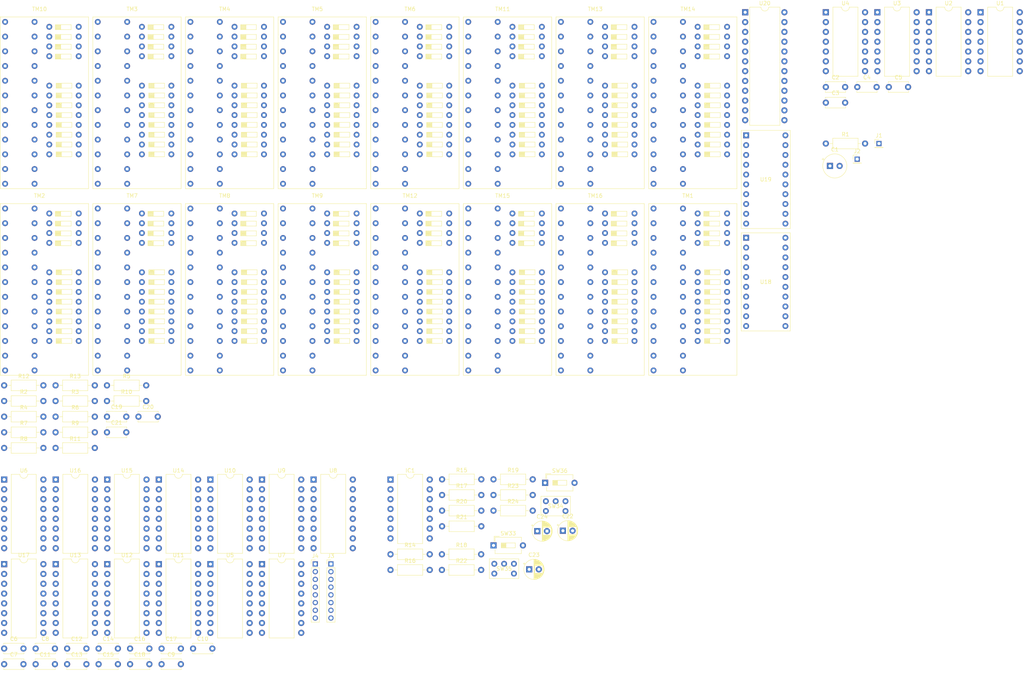
<source format=kicad_pcb>
(kicad_pcb (version 20171130) (host pcbnew "(5.1.4)-1")
  (layers (0 F.Cu signal) (31 B.Cu signal) (34 B.Paste user) (35 F.Paste user) (36 B.SilkS user) (37 F.SilkS user) (38 B.Mask user) (39 F.Mask user) (44 Edge.Cuts user))
  (net 0 "")
  (net 1 GND)
  (net 2 "Net-(IC1-Pad11)")
  (net 3 "Net-(IC1-Pad4)")
  (net 4 "Net-(IC1-Pad3)")
  (net 5 "Net-(IC1-Pad2)")
  (net 6 "Net-(IC1-Pad1)")
  (net 7 "Net-(U5-Pad15)")
  (net 8 "Net-(U6-Pad15)")
  (net 9 "Net-(U7-Pad15)")
  (net 10 "Net-(U8-Pad15)")
  (net 11 "Net-(U9-Pad15)")
  (net 12 "Net-(U19-Pad14)")
  (net 13 "Net-(U19-Pad13)")
  (net 14 "Net-(U19-Pad12)")
  (net 15 "Net-(U19-Pad11)")
  (net 16 "Net-(C22-Pad1)")
  (net 17 "Net-(C23-Pad2)")
  (net 18 "Net-(C23-Pad1)")
  (net 19 "Net-(C24-Pad1)")
  (net 20 "Net-(IC1-Pad9)")
  (net 21 RESET)
  (net 22 /TD8_calculator/o7)
  (net 23 /TD8_calculator/o6)
  (net 24 /TD8_calculator/o5)
  (net 25 /TD8_calculator/o4)
  (net 26 /TD8_calculator/o3)
  (net 27 /TD8_calculator/o2)
  (net 28 /TD8_calculator/o1)
  (net 29 /TD8_calculator/o0)
  (net 30 /TD8_calculator/i0)
  (net 31 /TD8_calculator/i1)
  (net 32 /TD8_calculator/i2)
  (net 33 /TD8_calculator/i3)
  (net 34 /TD8_calculator/i4)
  (net 35 /TD8_calculator/i5)
  (net 36 /TD8_calculator/i6)
  (net 37 /TD8_calculator/i7)
  (net 38 /TD8_memory/D0)
  (net 39 /TD8_memory/D1)
  (net 40 /TD8_memory/D2)
  (net 41 /TD8_memory/D3)
  (net 42 /TD8_memory/D4)
  (net 43 /TD8_memory/D5)
  (net 44 /TD8_memory/D6)
  (net 45 /TD8_memory/D7)
  (net 46 /TD8_memory/D8)
  (net 47 /TD8_memory/D9)
  (net 48 /TD8_memory/D10)
  (net 49 /TD8_memory/D11)
  (net 50 "Net-(R14-Pad2)")
  (net 51 /TD8_clock/Manual)
  (net 52 "Net-(R18-Pad1)")
  (net 53 "Net-(R19-Pad1)")
  (net 54 /TD8_clock/Normal)
  (net 55 "Net-(R22-Pad2)")
  (net 56 CLOCK)
  (net 57 "Net-(TM1-Pad13)")
  (net 58 "Net-(TM2-Pad13)")
  (net 59 "Net-(TM3-Pad13)")
  (net 60 "Net-(TM4-Pad13)")
  (net 61 "Net-(TM5-Pad13)")
  (net 62 "Net-(TM6-Pad13)")
  (net 63 "Net-(TM7-Pad13)")
  (net 64 "Net-(TM8-Pad13)")
  (net 65 "Net-(TM9-Pad13)")
  (net 66 "Net-(TM10-Pad13)")
  (net 67 "Net-(TM11-Pad13)")
  (net 68 "Net-(TM12-Pad13)")
  (net 69 "Net-(TM13-Pad13)")
  (net 70 "Net-(TM14-Pad13)")
  (net 71 "Net-(TM15-Pad13)")
  (net 72 "Net-(TM16-Pad13)")
  (net 73 "Net-(U1-Pad8)")
  (net 74 DECIO)
  (net 75 "Net-(U1-Pad9)")
  (net 76 "Net-(U1-Pad5)")
  (net 77 "Net-(U1-Pad6)")
  (net 78 DR10)
  (net 79 "Net-(U2-Pad8)")
  (net 80 DR11)
  (net 81 op0)
  (net 82 DR8)
  (net 83 "Net-(U2-Pad4)")
  (net 84 DR12)
  (net 85 op1)
  (net 86 op2)
  (net 87 op3)
  (net 88 "Net-(U4-Pad2)")
  (net 89 "Net-(U4-Pad1)")
  (net 90 /TD8_calculator/a0)
  (net 91 /TD8_calculator/s3)
  (net 92 /TD8_calculator/a1)
  (net 93 /TD8_calculator/s2)
  (net 94 /TD8_calculator/a2)
  (net 95 /TD8_calculator/s1)
  (net 96 /TD8_calculator/a3)
  (net 97 /TD8_calculator/s0)
  (net 98 /TD8_calculator/a4)
  (net 99 /TD8_calculator/s7)
  (net 100 /TD8_calculator/a5)
  (net 101 /TD8_calculator/s6)
  (net 102 /TD8_calculator/a6)
  (net 103 /TD8_calculator/s5)
  (net 104 /TD8_calculator/a7)
  (net 105 /TD8_calculator/s4)
  (net 106 /TD8_calculator/b3)
  (net 107 /TD8_calculator/b2)
  (net 108 /TD8_calculator/b1)
  (net 109 /TD8_calculator/b0)
  (net 110 /TD8_calculator/b7)
  (net 111 /TD8_calculator/b6)
  (net 112 /TD8_calculator/b5)
  (net 113 /TD8_calculator/b4)
  (net 114 "Net-(U10-Pad15)")
  (net 115 "Net-(U11-Pad15)")
  (net 116 A0)
  (net 117 A1)
  (net 118 A2)
  (net 119 A3)
  (net 120 /TD8_calculator/is1)
  (net 121 DR9)
  (net 122 /TD8_calculator/is0)
  (net 123 /TD8_calculator/is2)
  (net 124 /TD8_calculator/is3)
  (net 125 /TD8_calculator/is5)
  (net 126 /TD8_calculator/is4)
  (net 127 /TD8_calculator/is6)
  (net 128 /TD8_calculator/is7)
  (net 129 "Net-(U16-Pad9)")
  (net 130 DR1)
  (net 131 DR3)
  (net 132 DR0)
  (net 133 "Net-(U16-Pad7)")
  (net 134 DR2)
  (net 135 DR6)
  (net 136 DR4)
  (net 137 DR7)
  (net 138 DR5)
  (module Capacitor_THT:CP_Radial_Tantal_D6.0mm_P2.50mm (layer F.Cu) (at 313.92975 -197.404999)
    (fp_text reference C1 (at 1.25 -4.25) (layer F.SilkS))
    (fp_text value 100μF)
    (pad 1 thru_hole rect (at 0 0) (size 1.6 1.6) (drill 0.8) (layers *.Cu *.Mask) (net 1 GND))
    (pad 2 thru_hole circle (at 2.5 0) (size 1.6 1.6) (drill 0.8) (layers *.Cu *.Mask) (net 1 GND))
  )
  (module Capacitor_THT:C_Disc_D5.0mm_W2.5mm_P5.00mm (layer F.Cu) (at 312.855001 -217.834999)
    (fp_text reference C2 (at 2.5 -2.5) (layer F.SilkS))
    (fp_text value 0.1μ)
    (pad 1 thru_hole circle (at 0 0) (size 1.6 1.6) (drill 0.8) (layers *.Cu *.Mask) (net 1 GND))
    (pad 2 thru_hole circle (at 5 0) (size 1.6 1.6) (drill 0.8) (layers *.Cu *.Mask) (net 1 GND))
  )
  (module Capacitor_THT:C_Disc_D5.0mm_W2.5mm_P5.00mm (layer F.Cu) (at 312.855001 -213.784999)
    (fp_text reference C3 (at 2.5 -2.5) (layer F.SilkS))
    (fp_text value 0.1μ)
    (pad 2 thru_hole circle (at 5 0) (size 1.6 1.6) (drill 0.8) (layers *.Cu *.Mask) (net 1 GND))
    (pad 1 thru_hole circle (at 0 0) (size 1.6 1.6) (drill 0.8) (layers *.Cu *.Mask) (net 1 GND))
  )
  (module Capacitor_THT:C_Disc_D5.0mm_W2.5mm_P5.00mm (layer F.Cu) (at 321.005001 -217.834999)
    (fp_text reference C4 (at 2.5 -2.5) (layer F.SilkS))
    (fp_text value 0.1μ)
    (pad 1 thru_hole circle (at 0 0) (size 1.6 1.6) (drill 0.8) (layers *.Cu *.Mask) (net 1 GND))
    (pad 2 thru_hole circle (at 5 0) (size 1.6 1.6) (drill 0.8) (layers *.Cu *.Mask) (net 1 GND))
  )
  (module Capacitor_THT:C_Disc_D5.0mm_W2.5mm_P5.00mm (layer F.Cu) (at 329.155001 -217.834999)
    (fp_text reference C5 (at 2.5 -2.5) (layer F.SilkS))
    (fp_text value 0.1μ)
    (pad 1 thru_hole circle (at 0 0) (size 1.6 1.6) (drill 0.8) (layers *.Cu *.Mask) (net 1 GND))
    (pad 2 thru_hole circle (at 5 0) (size 1.6 1.6) (drill 0.8) (layers *.Cu *.Mask) (net 1 GND))
  )
  (module Capacitor_THT:C_Disc_D5.0mm_W2.5mm_P5.00mm (layer F.Cu) (at 100.135001 -72.464999)
    (fp_text reference C6 (at 2.5 -2.5) (layer F.SilkS))
    (fp_text value 0.1μ)
    (pad 1 thru_hole circle (at 0 0) (size 1.6 1.6) (drill 0.8) (layers *.Cu *.Mask) (net 1 GND))
    (pad 2 thru_hole circle (at 5 0) (size 1.6 1.6) (drill 0.8) (layers *.Cu *.Mask) (net 1 GND))
  )
  (module Capacitor_THT:C_Disc_D5.0mm_W2.5mm_P5.00mm (layer F.Cu) (at 100.135001 -68.414999)
    (fp_text reference C7 (at 2.5 -2.5) (layer F.SilkS))
    (fp_text value 0.1μ)
    (pad 1 thru_hole circle (at 0 0) (size 1.6 1.6) (drill 0.8) (layers *.Cu *.Mask) (net 1 GND))
    (pad 2 thru_hole circle (at 5 0) (size 1.6 1.6) (drill 0.8) (layers *.Cu *.Mask) (net 1 GND))
  )
  (module Capacitor_THT:C_Disc_D5.0mm_W2.5mm_P5.00mm (layer F.Cu) (at 108.285001 -72.464999)
    (fp_text reference C8 (at 2.5 -2.5) (layer F.SilkS))
    (fp_text value 0.1μ)
    (pad 2 thru_hole circle (at 5 0) (size 1.6 1.6) (drill 0.8) (layers *.Cu *.Mask) (net 1 GND))
    (pad 1 thru_hole circle (at 0 0) (size 1.6 1.6) (drill 0.8) (layers *.Cu *.Mask) (net 1 GND))
  )
  (module Capacitor_THT:C_Disc_D5.0mm_W2.5mm_P5.00mm (layer F.Cu) (at 140.885001 -68.414999)
    (fp_text reference C9 (at 2.5 -2.5) (layer F.SilkS))
    (fp_text value 0.1μ)
    (pad 2 thru_hole circle (at 5 0) (size 1.6 1.6) (drill 0.8) (layers *.Cu *.Mask) (net 1 GND))
    (pad 1 thru_hole circle (at 0 0) (size 1.6 1.6) (drill 0.8) (layers *.Cu *.Mask) (net 1 GND))
  )
  (module Capacitor_THT:C_Disc_D5.0mm_W2.5mm_P5.00mm (layer F.Cu) (at 149.035001 -72.464999)
    (fp_text reference C10 (at 2.5 -2.5) (layer F.SilkS))
    (fp_text value 0.1μ)
    (pad 1 thru_hole circle (at 0 0) (size 1.6 1.6) (drill 0.8) (layers *.Cu *.Mask) (net 1 GND))
    (pad 2 thru_hole circle (at 5 0) (size 1.6 1.6) (drill 0.8) (layers *.Cu *.Mask) (net 1 GND))
  )
  (module Capacitor_THT:C_Disc_D5.0mm_W2.5mm_P5.00mm (layer F.Cu) (at 108.285001 -68.414999)
    (fp_text reference C11 (at 2.5 -2.5) (layer F.SilkS))
    (fp_text value 0.1μ)
    (pad 2 thru_hole circle (at 5 0) (size 1.6 1.6) (drill 0.8) (layers *.Cu *.Mask) (net 1 GND))
    (pad 1 thru_hole circle (at 0 0) (size 1.6 1.6) (drill 0.8) (layers *.Cu *.Mask) (net 1 GND))
  )
  (module Capacitor_THT:C_Disc_D5.0mm_W2.5mm_P5.00mm (layer F.Cu) (at 116.435001 -72.464999)
    (fp_text reference C12 (at 2.5 -2.5) (layer F.SilkS))
    (fp_text value 0.1μ)
    (pad 1 thru_hole circle (at 0 0) (size 1.6 1.6) (drill 0.8) (layers *.Cu *.Mask) (net 1 GND))
    (pad 2 thru_hole circle (at 5 0) (size 1.6 1.6) (drill 0.8) (layers *.Cu *.Mask) (net 1 GND))
  )
  (module Capacitor_THT:C_Disc_D5.0mm_W2.5mm_P5.00mm (layer F.Cu) (at 116.435001 -68.414999)
    (fp_text reference C13 (at 2.5 -2.5) (layer F.SilkS))
    (fp_text value 0.1μ)
    (pad 1 thru_hole circle (at 0 0) (size 1.6 1.6) (drill 0.8) (layers *.Cu *.Mask) (net 1 GND))
    (pad 2 thru_hole circle (at 5 0) (size 1.6 1.6) (drill 0.8) (layers *.Cu *.Mask) (net 1 GND))
  )
  (module Capacitor_THT:C_Disc_D5.0mm_W2.5mm_P5.00mm (layer F.Cu) (at 124.585001 -72.464999)
    (fp_text reference C14 (at 2.5 -2.5) (layer F.SilkS))
    (fp_text value 0.1μ)
    (pad 2 thru_hole circle (at 5 0) (size 1.6 1.6) (drill 0.8) (layers *.Cu *.Mask) (net 1 GND))
    (pad 1 thru_hole circle (at 0 0) (size 1.6 1.6) (drill 0.8) (layers *.Cu *.Mask) (net 1 GND))
  )
  (module Capacitor_THT:C_Disc_D5.0mm_W2.5mm_P5.00mm (layer F.Cu) (at 124.585001 -68.414999)
    (fp_text reference C15 (at 2.5 -2.5) (layer F.SilkS))
    (fp_text value 0.1μ)
    (pad 1 thru_hole circle (at 0 0) (size 1.6 1.6) (drill 0.8) (layers *.Cu *.Mask) (net 1 GND))
    (pad 2 thru_hole circle (at 5 0) (size 1.6 1.6) (drill 0.8) (layers *.Cu *.Mask) (net 1 GND))
  )
  (module Capacitor_THT:C_Disc_D5.0mm_W2.5mm_P5.00mm (layer F.Cu) (at 132.735001 -72.464999)
    (fp_text reference C16 (at 2.5 -2.5) (layer F.SilkS))
    (fp_text value 0.1μ)
    (pad 1 thru_hole circle (at 0 0) (size 1.6 1.6) (drill 0.8) (layers *.Cu *.Mask) (net 1 GND))
    (pad 2 thru_hole circle (at 5 0) (size 1.6 1.6) (drill 0.8) (layers *.Cu *.Mask) (net 1 GND))
  )
  (module Capacitor_THT:C_Disc_D5.0mm_W2.5mm_P5.00mm (layer F.Cu) (at 140.885001 -72.464999)
    (fp_text reference C17 (at 2.5 -2.5) (layer F.SilkS))
    (fp_text value 0.1μ)
    (pad 2 thru_hole circle (at 5 0) (size 1.6 1.6) (drill 0.8) (layers *.Cu *.Mask) (net 1 GND))
    (pad 1 thru_hole circle (at 0 0) (size 1.6 1.6) (drill 0.8) (layers *.Cu *.Mask) (net 1 GND))
  )
  (module Capacitor_THT:C_Disc_D5.0mm_W2.5mm_P5.00mm (layer F.Cu) (at 132.735001 -68.414999)
    (fp_text reference C18 (at 2.5 -2.5) (layer F.SilkS))
    (fp_text value 0.1μ)
    (pad 2 thru_hole circle (at 5 0) (size 1.6 1.6) (drill 0.8) (layers *.Cu *.Mask) (net 1 GND))
    (pad 1 thru_hole circle (at 0 0) (size 1.6 1.6) (drill 0.8) (layers *.Cu *.Mask) (net 1 GND))
  )
  (module Capacitor_THT:C_Disc_D5.0mm_W2.5mm_P5.00mm (layer F.Cu) (at 126.755001 -132.494999)
    (fp_text reference C19 (at 2.5 -2.5) (layer F.SilkS))
    (fp_text value 0.1μ)
    (pad 2 thru_hole circle (at 5 0) (size 1.6 1.6) (drill 0.8) (layers *.Cu *.Mask) (net 1 GND))
    (pad 1 thru_hole circle (at 0 0) (size 1.6 1.6) (drill 0.8) (layers *.Cu *.Mask) (net 1 GND))
  )
  (module Capacitor_THT:C_Disc_D5.0mm_W2.5mm_P5.00mm (layer F.Cu) (at 134.905001 -132.494999)
    (fp_text reference C20 (at 2.5 -2.5) (layer F.SilkS))
    (fp_text value 0.1μ)
    (pad 2 thru_hole circle (at 5 0) (size 1.6 1.6) (drill 0.8) (layers *.Cu *.Mask) (net 1 GND))
    (pad 1 thru_hole circle (at 0 0) (size 1.6 1.6) (drill 0.8) (layers *.Cu *.Mask) (net 1 GND))
  )
  (module Capacitor_THT:C_Disc_D5.0mm_W2.5mm_P5.00mm (layer F.Cu) (at 126.755001 -128.444999)
    (fp_text reference C21 (at 2.5 -2.5) (layer F.SilkS))
    (fp_text value 0.1μ)
    (pad 2 thru_hole circle (at 5 0) (size 1.6 1.6) (drill 0.8) (layers *.Cu *.Mask) (net 1 GND))
    (pad 1 thru_hole circle (at 0 0) (size 1.6 1.6) (drill 0.8) (layers *.Cu *.Mask) (net 1 GND))
  )
  (module Capacitor_THT:CP_Radial_D5.0mm_P2.50mm (layer F.Cu) (at 244.794776 -102.964999)
    (fp_text reference C22 (at 1.25 -3.75) (layer F.SilkS))
    (fp_text value "10μF 16V")
    (pad 1 thru_hole rect (at 0 0) (size 1.6 1.6) (drill 0.8) (layers *.Cu *.Mask) (net 16 "Net-(C22-Pad1)"))
    (pad 2 thru_hole circle (at 2.5 0) (size 1.6 1.6) (drill 0.8) (layers *.Cu *.Mask) (net 1 GND))
  )
  (module Capacitor_THT:CP_Radial_D5.0mm_P2.50mm (layer F.Cu) (at 236.054776 -92.964999)
    (fp_text reference C23 (at 1.25 -3.75) (layer F.SilkS))
    (fp_text value "10μF 16V")
    (pad 2 thru_hole circle (at 2.5 0) (size 1.6 1.6) (drill 0.8) (layers *.Cu *.Mask) (net 17 "Net-(C23-Pad2)"))
    (pad 1 thru_hole rect (at 0 0) (size 1.6 1.6) (drill 0.8) (layers *.Cu *.Mask) (net 18 "Net-(C23-Pad1)"))
  )
  (module Capacitor_THT:CP_Radial_D5.0mm_P2.50mm (layer F.Cu) (at 238.164776 -102.864999)
    (fp_text reference C24 (at 1.25 -3.75) (layer F.SilkS))
    (fp_text value "10μF 16V")
    (pad 1 thru_hole rect (at 0 0) (size 1.6 1.6) (drill 0.8) (layers *.Cu *.Mask) (net 19 "Net-(C24-Pad1)"))
    (pad 2 thru_hole circle (at 2.5 0) (size 1.6 1.6) (drill 0.8) (layers *.Cu *.Mask) (net 1 GND))
  )
  (module Package_DIP:DIP-14_W10.16mm (layer F.Cu) (at 200.155001 -116.214999)
    (fp_text reference IC1 (at 5.08 -2.33) (layer F.SilkS))
    (fp_text value CD74HC14)
    (pad 1 thru_hole rect (at 0 0) (size 1.6 1.6) (drill 0.8) (layers *.Cu *.Mask) (net 6 "Net-(IC1-Pad1)"))
    (pad 8 thru_hole oval (at 10.16 15.24) (size 1.6 1.6) (drill 0.8) (layers *.Cu *.Mask) (net 2 "Net-(IC1-Pad11)"))
    (pad 2 thru_hole oval (at 0 2.54) (size 1.6 1.6) (drill 0.8) (layers *.Cu *.Mask) (net 5 "Net-(IC1-Pad2)"))
    (pad 9 thru_hole oval (at 10.16 12.7) (size 1.6 1.6) (drill 0.8) (layers *.Cu *.Mask) (net 20 "Net-(IC1-Pad9)"))
    (pad 3 thru_hole oval (at 0 5.08) (size 1.6 1.6) (drill 0.8) (layers *.Cu *.Mask) (net 4 "Net-(IC1-Pad3)"))
    (pad 10 thru_hole oval (at 10.16 10.16) (size 1.6 1.6) (drill 0.8) (layers *.Cu *.Mask) (net 21 RESET))
    (pad 4 thru_hole oval (at 0 7.62) (size 1.6 1.6) (drill 0.8) (layers *.Cu *.Mask) (net 3 "Net-(IC1-Pad4)"))
    (pad 11 thru_hole oval (at 10.16 7.62) (size 1.6 1.6) (drill 0.8) (layers *.Cu *.Mask) (net 2 "Net-(IC1-Pad11)"))
    (pad 5 thru_hole oval (at 0 10.16) (size 1.6 1.6) (drill 0.8) (layers *.Cu *.Mask) (net 3 "Net-(IC1-Pad4)"))
    (pad 12 thru_hole oval (at 10.16 5.08) (size 1.6 1.6) (drill 0.8) (layers *.Cu *.Mask))
    (pad 6 thru_hole oval (at 0 12.7) (size 1.6 1.6) (drill 0.8) (layers *.Cu *.Mask) (net 18 "Net-(C23-Pad1)"))
    (pad 13 thru_hole oval (at 10.16 2.54) (size 1.6 1.6) (drill 0.8) (layers *.Cu *.Mask))
    (pad 7 thru_hole oval (at 0 15.24) (size 1.6 1.6) (drill 0.8) (layers *.Cu *.Mask) (net 1 GND))
    (pad 14 thru_hole oval (at 10.16 0) (size 1.6 1.6) (drill 0.8) (layers *.Cu *.Mask) (net 1 GND))
  )
  (module Connector_PinHeader_2.00mm:PinHeader_1x01_P2.00mm_Vertical (layer F.Cu) (at 326.615001 -203.204999)
    (fp_text reference J1 (at 0 -2.06) (layer F.SilkS))
    (fp_text value " plus_pole")
    (pad 1 thru_hole rect (at 0 0) (size 1.35 1.35) (drill 0.8) (layers *.Cu *.Mask) (net 1 GND))
  )
  (module Connector_PinHeader_2.00mm:PinHeader_1x01_P2.00mm_Vertical (layer F.Cu) (at 320.975001 -199.154999)
    (fp_text reference J2 (at 0 -2.06) (layer F.SilkS))
    (fp_text value minus_pole)
    (pad 1 thru_hole rect (at 0 0) (size 1.35 1.35) (drill 0.8) (layers *.Cu *.Mask) (net 1 GND))
  )
  (module Connector_PinHeader_2.00mm:PinHeader_1x08_P2.00mm_Vertical (layer F.Cu) (at 184.735001 -94.364999)
    (fp_text reference J3 (at 0 -2.06) (layer F.SilkS))
    (fp_text value Conn_01x08)
    (pad 8 thru_hole oval (at 0 14) (size 1.35 1.35) (drill 0.8) (layers *.Cu *.Mask) (net 22 /TD8_calculator/o7))
    (pad 7 thru_hole oval (at 0 12) (size 1.35 1.35) (drill 0.8) (layers *.Cu *.Mask) (net 23 /TD8_calculator/o6))
    (pad 6 thru_hole oval (at 0 10) (size 1.35 1.35) (drill 0.8) (layers *.Cu *.Mask) (net 24 /TD8_calculator/o5))
    (pad 5 thru_hole oval (at 0 8) (size 1.35 1.35) (drill 0.8) (layers *.Cu *.Mask) (net 25 /TD8_calculator/o4))
    (pad 4 thru_hole oval (at 0 6) (size 1.35 1.35) (drill 0.8) (layers *.Cu *.Mask) (net 26 /TD8_calculator/o3))
    (pad 3 thru_hole oval (at 0 4) (size 1.35 1.35) (drill 0.8) (layers *.Cu *.Mask) (net 27 /TD8_calculator/o2))
    (pad 2 thru_hole oval (at 0 2) (size 1.35 1.35) (drill 0.8) (layers *.Cu *.Mask) (net 28 /TD8_calculator/o1))
    (pad 1 thru_hole rect (at 0 0) (size 1.35 1.35) (drill 0.8) (layers *.Cu *.Mask) (net 29 /TD8_calculator/o0))
  )
  (module Connector_PinHeader_2.00mm:PinHeader_1x08_P2.00mm_Vertical (layer F.Cu) (at 180.685001 -94.364999)
    (fp_text reference J4 (at 0 -2.06) (layer F.SilkS))
    (fp_text value Conn_01x08)
    (pad 1 thru_hole rect (at 0 0) (size 1.35 1.35) (drill 0.8) (layers *.Cu *.Mask) (net 30 /TD8_calculator/i0))
    (pad 2 thru_hole oval (at 0 2) (size 1.35 1.35) (drill 0.8) (layers *.Cu *.Mask) (net 31 /TD8_calculator/i1))
    (pad 3 thru_hole oval (at 0 4) (size 1.35 1.35) (drill 0.8) (layers *.Cu *.Mask) (net 32 /TD8_calculator/i2))
    (pad 4 thru_hole oval (at 0 6) (size 1.35 1.35) (drill 0.8) (layers *.Cu *.Mask) (net 33 /TD8_calculator/i3))
    (pad 5 thru_hole oval (at 0 8) (size 1.35 1.35) (drill 0.8) (layers *.Cu *.Mask) (net 34 /TD8_calculator/i4))
    (pad 6 thru_hole oval (at 0 10) (size 1.35 1.35) (drill 0.8) (layers *.Cu *.Mask) (net 35 /TD8_calculator/i5))
    (pad 7 thru_hole oval (at 0 12) (size 1.35 1.35) (drill 0.8) (layers *.Cu *.Mask) (net 36 /TD8_calculator/i6))
    (pad 8 thru_hole oval (at 0 14) (size 1.35 1.35) (drill 0.8) (layers *.Cu *.Mask) (net 37 /TD8_calculator/i7))
  )
  (module Resistor_THT:R_Axial_DIN0207_L6.3mm_D2.5mm_P10.16mm_Horizontal (layer F.Cu) (at 312.855001 -203.204999)
    (fp_text reference R1 (at 5.08 -2.37) (layer F.SilkS))
    (fp_text value 1K)
    (pad 2 thru_hole oval (at 10.16 0) (size 1.6 1.6) (drill 0.8) (layers *.Cu *.Mask) (net 1 GND))
    (pad 1 thru_hole circle (at 0 0) (size 1.6 1.6) (drill 0.8) (layers *.Cu *.Mask) (net 1 GND))
  )
  (module Resistor_THT:R_Axial_DIN0207_L6.3mm_D2.5mm_P10.16mm_Horizontal (layer F.Cu) (at 100.135001 -136.544999)
    (fp_text reference R2 (at 5.08 -2.37) (layer F.SilkS))
    (fp_text value 10K)
    (pad 2 thru_hole oval (at 10.16 0) (size 1.6 1.6) (drill 0.8) (layers *.Cu *.Mask) (net 38 /TD8_memory/D0))
    (pad 1 thru_hole circle (at 0 0) (size 1.6 1.6) (drill 0.8) (layers *.Cu *.Mask) (net 1 GND))
  )
  (module Resistor_THT:R_Axial_DIN0207_L6.3mm_D2.5mm_P10.16mm_Horizontal (layer F.Cu) (at 113.445001 -136.544999)
    (fp_text reference R3 (at 5.08 -2.37) (layer F.SilkS))
    (fp_text value 10K)
    (pad 1 thru_hole circle (at 0 0) (size 1.6 1.6) (drill 0.8) (layers *.Cu *.Mask) (net 1 GND))
    (pad 2 thru_hole oval (at 10.16 0) (size 1.6 1.6) (drill 0.8) (layers *.Cu *.Mask) (net 39 /TD8_memory/D1))
  )
  (module Resistor_THT:R_Axial_DIN0207_L6.3mm_D2.5mm_P10.16mm_Horizontal (layer F.Cu) (at 100.135001 -132.494999)
    (fp_text reference R4 (at 5.08 -2.37) (layer F.SilkS))
    (fp_text value 10K)
    (pad 1 thru_hole circle (at 0 0) (size 1.6 1.6) (drill 0.8) (layers *.Cu *.Mask) (net 1 GND))
    (pad 2 thru_hole oval (at 10.16 0) (size 1.6 1.6) (drill 0.8) (layers *.Cu *.Mask) (net 40 /TD8_memory/D2))
  )
  (module Resistor_THT:R_Axial_DIN0207_L6.3mm_D2.5mm_P10.16mm_Horizontal (layer F.Cu) (at 126.755001 -140.594999)
    (fp_text reference R5 (at 5.08 -2.37) (layer F.SilkS))
    (fp_text value 10K)
    (pad 2 thru_hole oval (at 10.16 0) (size 1.6 1.6) (drill 0.8) (layers *.Cu *.Mask) (net 41 /TD8_memory/D3))
    (pad 1 thru_hole circle (at 0 0) (size 1.6 1.6) (drill 0.8) (layers *.Cu *.Mask) (net 1 GND))
  )
  (module Resistor_THT:R_Axial_DIN0207_L6.3mm_D2.5mm_P10.16mm_Horizontal (layer F.Cu) (at 113.445001 -132.494999)
    (fp_text reference R6 (at 5.08 -2.37) (layer F.SilkS))
    (fp_text value 10K)
    (pad 2 thru_hole oval (at 10.16 0) (size 1.6 1.6) (drill 0.8) (layers *.Cu *.Mask) (net 42 /TD8_memory/D4))
    (pad 1 thru_hole circle (at 0 0) (size 1.6 1.6) (drill 0.8) (layers *.Cu *.Mask) (net 1 GND))
  )
  (module Resistor_THT:R_Axial_DIN0207_L6.3mm_D2.5mm_P10.16mm_Horizontal (layer F.Cu) (at 100.135001 -128.444999)
    (fp_text reference R7 (at 5.08 -2.37) (layer F.SilkS))
    (fp_text value 10K)
    (pad 1 thru_hole circle (at 0 0) (size 1.6 1.6) (drill 0.8) (layers *.Cu *.Mask) (net 1 GND))
    (pad 2 thru_hole oval (at 10.16 0) (size 1.6 1.6) (drill 0.8) (layers *.Cu *.Mask) (net 43 /TD8_memory/D5))
  )
  (module Resistor_THT:R_Axial_DIN0207_L6.3mm_D2.5mm_P10.16mm_Horizontal (layer F.Cu) (at 100.135001 -124.394999)
    (fp_text reference R8 (at 5.08 -2.37) (layer F.SilkS))
    (fp_text value 10K)
    (pad 1 thru_hole circle (at 0 0) (size 1.6 1.6) (drill 0.8) (layers *.Cu *.Mask) (net 1 GND))
    (pad 2 thru_hole oval (at 10.16 0) (size 1.6 1.6) (drill 0.8) (layers *.Cu *.Mask) (net 44 /TD8_memory/D6))
  )
  (module Resistor_THT:R_Axial_DIN0207_L6.3mm_D2.5mm_P10.16mm_Horizontal (layer F.Cu) (at 113.445001 -128.444999)
    (fp_text reference R9 (at 5.08 -2.37) (layer F.SilkS))
    (fp_text value 10K)
    (pad 2 thru_hole oval (at 10.16 0) (size 1.6 1.6) (drill 0.8) (layers *.Cu *.Mask) (net 45 /TD8_memory/D7))
    (pad 1 thru_hole circle (at 0 0) (size 1.6 1.6) (drill 0.8) (layers *.Cu *.Mask) (net 1 GND))
  )
  (module Resistor_THT:R_Axial_DIN0207_L6.3mm_D2.5mm_P10.16mm_Horizontal (layer F.Cu) (at 126.755001 -136.544999)
    (fp_text reference R10 (at 5.08 -2.37) (layer F.SilkS))
    (fp_text value 10K)
    (pad 2 thru_hole oval (at 10.16 0) (size 1.6 1.6) (drill 0.8) (layers *.Cu *.Mask) (net 46 /TD8_memory/D8))
    (pad 1 thru_hole circle (at 0 0) (size 1.6 1.6) (drill 0.8) (layers *.Cu *.Mask) (net 1 GND))
  )
  (module Resistor_THT:R_Axial_DIN0207_L6.3mm_D2.5mm_P10.16mm_Horizontal (layer F.Cu) (at 113.445001 -124.394999)
    (fp_text reference R11 (at 5.08 -2.37) (layer F.SilkS))
    (fp_text value 10K)
    (pad 1 thru_hole circle (at 0 0) (size 1.6 1.6) (drill 0.8) (layers *.Cu *.Mask) (net 1 GND))
    (pad 2 thru_hole oval (at 10.16 0) (size 1.6 1.6) (drill 0.8) (layers *.Cu *.Mask) (net 47 /TD8_memory/D9))
  )
  (module Resistor_THT:R_Axial_DIN0207_L6.3mm_D2.5mm_P10.16mm_Horizontal (layer F.Cu) (at 100.135001 -140.594999)
    (fp_text reference R12 (at 5.08 -2.37) (layer F.SilkS))
    (fp_text value 10K)
    (pad 1 thru_hole circle (at 0 0) (size 1.6 1.6) (drill 0.8) (layers *.Cu *.Mask) (net 1 GND))
    (pad 2 thru_hole oval (at 10.16 0) (size 1.6 1.6) (drill 0.8) (layers *.Cu *.Mask) (net 48 /TD8_memory/D10))
  )
  (module Resistor_THT:R_Axial_DIN0207_L6.3mm_D2.5mm_P10.16mm_Horizontal (layer F.Cu) (at 113.445001 -140.594999)
    (fp_text reference R13 (at 5.08 -2.37) (layer F.SilkS))
    (fp_text value 10K)
    (pad 1 thru_hole circle (at 0 0) (size 1.6 1.6) (drill 0.8) (layers *.Cu *.Mask) (net 1 GND))
    (pad 2 thru_hole oval (at 10.16 0) (size 1.6 1.6) (drill 0.8) (layers *.Cu *.Mask) (net 49 /TD8_memory/D11))
  )
  (module Resistor_THT:R_Axial_DIN0207_L6.3mm_D2.5mm_P10.16mm_Horizontal (layer F.Cu) (at 200.155001 -96.864999)
    (fp_text reference R14 (at 5.08 -2.37) (layer F.SilkS))
    (fp_text value 1K)
    (pad 2 thru_hole oval (at 10.16 0) (size 1.6 1.6) (drill 0.8) (layers *.Cu *.Mask) (net 50 "Net-(R14-Pad2)"))
    (pad 1 thru_hole circle (at 0 0) (size 1.6 1.6) (drill 0.8) (layers *.Cu *.Mask) (net 1 GND))
  )
  (module Resistor_THT:R_Axial_DIN0207_L6.3mm_D2.5mm_P10.16mm_Horizontal (layer F.Cu) (at 213.505001 -116.264999)
    (fp_text reference R15 (at 5.08 -2.37) (layer F.SilkS))
    (fp_text value 10K)
    (pad 2 thru_hole oval (at 10.16 0) (size 1.6 1.6) (drill 0.8) (layers *.Cu *.Mask) (net 50 "Net-(R14-Pad2)"))
    (pad 1 thru_hole circle (at 0 0) (size 1.6 1.6) (drill 0.8) (layers *.Cu *.Mask) (net 16 "Net-(C22-Pad1)"))
  )
  (module Resistor_THT:R_Axial_DIN0207_L6.3mm_D2.5mm_P10.16mm_Horizontal (layer F.Cu) (at 200.155001 -92.814999)
    (fp_text reference R16 (at 5.08 -2.37) (layer F.SilkS))
    (fp_text value 100K)
    (pad 1 thru_hole circle (at 0 0) (size 1.6 1.6) (drill 0.8) (layers *.Cu *.Mask) (net 6 "Net-(IC1-Pad1)"))
    (pad 2 thru_hole oval (at 10.16 0) (size 1.6 1.6) (drill 0.8) (layers *.Cu *.Mask) (net 16 "Net-(C22-Pad1)"))
  )
  (module Resistor_THT:R_Axial_DIN0207_L6.3mm_D2.5mm_P10.16mm_Horizontal (layer F.Cu) (at 213.505001 -112.214999)
    (fp_text reference R17 (at 5.08 -2.37) (layer F.SilkS))
    (fp_text value 100)
    (pad 1 thru_hole circle (at 0 0) (size 1.6 1.6) (drill 0.8) (layers *.Cu *.Mask) (net 51 /TD8_clock/Manual))
    (pad 2 thru_hole oval (at 10.16 0) (size 1.6 1.6) (drill 0.8) (layers *.Cu *.Mask) (net 5 "Net-(IC1-Pad2)"))
  )
  (module Resistor_THT:R_Axial_DIN0207_L6.3mm_D2.5mm_P10.16mm_Horizontal (layer F.Cu) (at 213.465001 -96.864999)
    (fp_text reference R18 (at 5.08 -2.37) (layer F.SilkS))
    (fp_text value 3.3K)
    (pad 1 thru_hole circle (at 0 0) (size 1.6 1.6) (drill 0.8) (layers *.Cu *.Mask) (net 52 "Net-(R18-Pad1)"))
    (pad 2 thru_hole oval (at 10.16 0) (size 1.6 1.6) (drill 0.8) (layers *.Cu *.Mask) (net 3 "Net-(IC1-Pad4)"))
  )
  (module Resistor_THT:R_Axial_DIN0207_L6.3mm_D2.5mm_P10.16mm_Horizontal (layer F.Cu) (at 226.815001 -116.264999)
    (fp_text reference R19 (at 5.08 -2.37) (layer F.SilkS))
    (fp_text value 33K)
    (pad 2 thru_hole oval (at 10.16 0) (size 1.6 1.6) (drill 0.8) (layers *.Cu *.Mask) (net 3 "Net-(IC1-Pad4)"))
    (pad 1 thru_hole circle (at 0 0) (size 1.6 1.6) (drill 0.8) (layers *.Cu *.Mask) (net 53 "Net-(R19-Pad1)"))
  )
  (module Resistor_THT:R_Axial_DIN0207_L6.3mm_D2.5mm_P10.16mm_Horizontal (layer F.Cu) (at 213.505001 -108.164999)
    (fp_text reference R20 (at 5.08 -2.37) (layer F.SilkS))
    (fp_text value 100K)
    (pad 1 thru_hole circle (at 0 0) (size 1.6 1.6) (drill 0.8) (layers *.Cu *.Mask) (net 4 "Net-(IC1-Pad3)"))
    (pad 2 thru_hole oval (at 10.16 0) (size 1.6 1.6) (drill 0.8) (layers *.Cu *.Mask) (net 17 "Net-(C23-Pad2)"))
  )
  (module Resistor_THT:R_Axial_DIN0207_L6.3mm_D2.5mm_P10.16mm_Horizontal (layer F.Cu) (at 213.505001 -104.114999)
    (fp_text reference R21 (at 5.08 -2.37) (layer F.SilkS))
    (fp_text value 100)
    (pad 2 thru_hole oval (at 10.16 0) (size 1.6 1.6) (drill 0.8) (layers *.Cu *.Mask) (net 18 "Net-(C23-Pad1)"))
    (pad 1 thru_hole circle (at 0 0) (size 1.6 1.6) (drill 0.8) (layers *.Cu *.Mask) (net 54 /TD8_clock/Normal))
  )
  (module Resistor_THT:R_Axial_DIN0207_L6.3mm_D2.5mm_P10.16mm_Horizontal (layer F.Cu) (at 213.465001 -92.814999)
    (fp_text reference R22 (at 5.08 -2.37) (layer F.SilkS))
    (fp_text value 1K)
    (pad 2 thru_hole oval (at 10.16 0) (size 1.6 1.6) (drill 0.8) (layers *.Cu *.Mask) (net 55 "Net-(R22-Pad2)"))
    (pad 1 thru_hole circle (at 0 0) (size 1.6 1.6) (drill 0.8) (layers *.Cu *.Mask) (net 1 GND))
  )
  (module Resistor_THT:R_Axial_DIN0207_L6.3mm_D2.5mm_P10.16mm_Horizontal (layer F.Cu) (at 226.815001 -112.214999)
    (fp_text reference R23 (at 5.08 -2.37) (layer F.SilkS))
    (fp_text value 100K)
    (pad 1 thru_hole circle (at 0 0) (size 1.6 1.6) (drill 0.8) (layers *.Cu *.Mask) (net 19 "Net-(C24-Pad1)"))
    (pad 2 thru_hole oval (at 10.16 0) (size 1.6 1.6) (drill 0.8) (layers *.Cu *.Mask) (net 55 "Net-(R22-Pad2)"))
  )
  (module Resistor_THT:R_Axial_DIN0207_L6.3mm_D2.5mm_P10.16mm_Horizontal (layer F.Cu) (at 226.815001 -108.164999)
    (fp_text reference R24 (at 5.08 -2.37) (layer F.SilkS))
    (fp_text value 100K)
    (pad 2 thru_hole oval (at 10.16 0) (size 1.6 1.6) (drill 0.8) (layers *.Cu *.Mask) (net 19 "Net-(C24-Pad1)"))
    (pad 1 thru_hole circle (at 0 0) (size 1.6 1.6) (drill 0.8) (layers *.Cu *.Mask) (net 20 "Net-(IC1-Pad9)"))
  )
  (module Button_Switch_THT:SW_DIP_SPSTx01_Slide_6.7x4.1mm_W7.62mm_P2.54mm_LowProfile (layer F.Cu) (at 226.825001 -99.164999)
    (fp_text reference SW33 (at 3.81 -3.11) (layer F.SilkS))
    (fp_text value "Push SW")
    (pad 2 thru_hole oval (at 7.62 0) (size 1.6 1.6) (drill 0.8) (layers *.Cu *.Mask) (net 50 "Net-(R14-Pad2)"))
    (pad 1 thru_hole rect (at 0 0) (size 1.6 1.6) (drill 0.8) (layers *.Cu *.Mask) (net 1 GND))
  )
  (module myFootprint:SW_5pin (layer F.Cu) (at 242.920001 -108.069999)
    (fp_text reference SW34 (at 0 -1.27) (layer F.SilkS))
    (fp_text value SW)
    (pad 1 thru_hole circle (at -2.54 -2.54) (size 1.524 1.524) (drill 0.762) (layers *.Cu *.Mask) (net 54 /TD8_clock/Normal))
    (pad 2 thru_hole circle (at 0 -2.54) (size 1.524 1.524) (drill 0.762) (layers *.Cu *.Mask) (net 56 CLOCK))
    (pad 3 thru_hole circle (at 2.54 -2.54) (size 1.524 1.524) (drill 0.762) (layers *.Cu *.Mask) (net 51 /TD8_clock/Manual))
    (pad 4 thru_hole circle (at -2.54 0) (size 1.524 1.524) (drill 0.762) (layers *.Cu *.Mask))
    (pad 5 thru_hole circle (at 2.54 0) (size 1.524 1.524) (drill 0.762) (layers *.Cu *.Mask))
  )
  (module myFootprint:SW_5pin (layer F.Cu) (at 229.570001 -91.869999)
    (fp_text reference SW35 (at 0 -1.27) (layer F.SilkS))
    (fp_text value SW)
    (pad 5 thru_hole circle (at 2.54 0) (size 1.524 1.524) (drill 0.762) (layers *.Cu *.Mask))
    (pad 4 thru_hole circle (at -2.54 0) (size 1.524 1.524) (drill 0.762) (layers *.Cu *.Mask))
    (pad 3 thru_hole circle (at 2.54 -2.54) (size 1.524 1.524) (drill 0.762) (layers *.Cu *.Mask) (net 53 "Net-(R19-Pad1)"))
    (pad 2 thru_hole circle (at 0 -2.54) (size 1.524 1.524) (drill 0.762) (layers *.Cu *.Mask) (net 17 "Net-(C23-Pad2)"))
    (pad 1 thru_hole circle (at -2.54 -2.54) (size 1.524 1.524) (drill 0.762) (layers *.Cu *.Mask) (net 52 "Net-(R18-Pad1)"))
  )
  (module Button_Switch_THT:SW_DIP_SPSTx01_Slide_6.7x4.1mm_W7.62mm_P2.54mm_LowProfile (layer F.Cu) (at 240.175001 -115.364999)
    (fp_text reference SW36 (at 3.81 -3.11) (layer F.SilkS))
    (fp_text value "Push SW")
    (pad 1 thru_hole rect (at 0 0) (size 1.6 1.6) (drill 0.8) (layers *.Cu *.Mask) (net 1 GND))
    (pad 2 thru_hole oval (at 7.62 0) (size 1.6 1.6) (drill 0.8) (layers *.Cu *.Mask) (net 55 "Net-(R22-Pad2)"))
  )
  (module myFootprint:TD8_Memory (layer F.Cu) (at 277.140001 -190.19)
    (fp_text reference TM1 (at 0 0.5) (layer F.SilkS))
    (fp_text value TD8_Memory)
    (pad 5 thru_hole circle (at 10.16 20.32) (size 1.524 1.524) (drill 0.762) (layers *.Cu *.Mask) (net 45 /TD8_memory/D7))
    (pad 6 thru_hole circle (at 10.16 22.86) (size 1.524 1.524) (drill 0.762) (layers *.Cu *.Mask) (net 44 /TD8_memory/D6))
    (pad 7 thru_hole circle (at 10.16 25.4) (size 1.524 1.524) (drill 0.762) (layers *.Cu *.Mask) (net 43 /TD8_memory/D5))
    (pad 8 thru_hole circle (at 10.16 27.94) (size 1.524 1.524) (drill 0.762) (layers *.Cu *.Mask) (net 42 /TD8_memory/D4))
    (pad 9 thru_hole circle (at 10.16 30.48) (size 1.524 1.524) (drill 0.762) (layers *.Cu *.Mask) (net 41 /TD8_memory/D3))
    (pad 10 thru_hole circle (at 10.16 33.02) (size 1.524 1.524) (drill 0.762) (layers *.Cu *.Mask) (net 40 /TD8_memory/D2))
    (pad 11 thru_hole circle (at 10.16 35.56) (size 1.524 1.524) (drill 0.762) (layers *.Cu *.Mask) (net 39 /TD8_memory/D1))
    (pad 12 thru_hole circle (at 10.16 38.1) (size 1.524 1.524) (drill 0.762) (layers *.Cu *.Mask) (net 38 /TD8_memory/D0))
    (pad 1 thru_hole circle (at 10.16 5.08) (size 1.524 1.524) (drill 0.762) (layers *.Cu *.Mask) (net 49 /TD8_memory/D11))
    (pad 2 thru_hole circle (at 10.16 7.62) (size 1.524 1.524) (drill 0.762) (layers *.Cu *.Mask) (net 48 /TD8_memory/D10))
    (pad 3 thru_hole circle (at 10.16 10.16) (size 1.524 1.524) (drill 0.762) (layers *.Cu *.Mask) (net 47 /TD8_memory/D9))
    (pad 4 thru_hole circle (at 10.16 12.7) (size 1.524 1.524) (drill 0.762) (layers *.Cu *.Mask) (net 46 /TD8_memory/D8))
    (pad 13 thru_hole circle (at -8.89 3.81) (size 1.524 1.524) (drill 0.762) (layers *.Cu *.Mask) (net 57 "Net-(TM1-Pad13)"))
    (pad 14 thru_hole circle (at -8.89 7.62) (size 1.524 1.524) (drill 0.762) (layers *.Cu *.Mask) (net 57 "Net-(TM1-Pad13)"))
    (pad 15 thru_hole circle (at -8.89 11.43) (size 1.524 1.524) (drill 0.762) (layers *.Cu *.Mask) (net 57 "Net-(TM1-Pad13)"))
    (pad 16 thru_hole circle (at -8.89 15.24) (size 1.524 1.524) (drill 0.762) (layers *.Cu *.Mask) (net 57 "Net-(TM1-Pad13)"))
    (pad 17 thru_hole circle (at -8.89 19.05) (size 1.524 1.524) (drill 0.762) (layers *.Cu *.Mask) (net 57 "Net-(TM1-Pad13)"))
    (pad 18 thru_hole circle (at -8.89 22.86) (size 1.524 1.524) (drill 0.762) (layers *.Cu *.Mask) (net 57 "Net-(TM1-Pad13)"))
    (pad 19 thru_hole circle (at -8.89 26.67) (size 1.524 1.524) (drill 0.762) (layers *.Cu *.Mask) (net 57 "Net-(TM1-Pad13)"))
    (pad 20 thru_hole circle (at -8.89 30.48) (size 1.524 1.524) (drill 0.762) (layers *.Cu *.Mask) (net 57 "Net-(TM1-Pad13)"))
    (pad 21 thru_hole circle (at -8.89 34.29) (size 1.524 1.524) (drill 0.762) (layers *.Cu *.Mask) (net 57 "Net-(TM1-Pad13)"))
    (pad 22 thru_hole circle (at -8.89 38.1) (size 1.524 1.524) (drill 0.762) (layers *.Cu *.Mask) (net 57 "Net-(TM1-Pad13)"))
    (pad 23 thru_hole circle (at -8.89 41.91) (size 1.524 1.524) (drill 0.762) (layers *.Cu *.Mask) (net 57 "Net-(TM1-Pad13)"))
    (pad 24 thru_hole circle (at -8.89 45.72) (size 1.524 1.524) (drill 0.762) (layers *.Cu *.Mask) (net 57 "Net-(TM1-Pad13)"))
    (pad 25 thru_hole circle (at 2.54 20.32) (size 1.524 1.524) (drill 0.762) (layers *.Cu *.Mask))
    (pad 26 thru_hole circle (at 2.54 22.86) (size 1.524 1.524) (drill 0.762) (layers *.Cu *.Mask))
    (pad 27 thru_hole circle (at 2.54 25.4) (size 1.524 1.524) (drill 0.762) (layers *.Cu *.Mask))
    (pad 28 thru_hole circle (at 2.54 27.94) (size 1.524 1.524) (drill 0.762) (layers *.Cu *.Mask))
    (pad 29 thru_hole circle (at 2.54 30.48) (size 1.524 1.524) (drill 0.762) (layers *.Cu *.Mask))
    (pad 30 thru_hole circle (at 2.54 33.02) (size 1.524 1.524) (drill 0.762) (layers *.Cu *.Mask))
    (pad 31 thru_hole circle (at 2.54 35.56) (size 1.524 1.524) (drill 0.762) (layers *.Cu *.Mask))
    (pad 32 thru_hole circle (at 2.54 38.1) (size 1.524 1.524) (drill 0.762) (layers *.Cu *.Mask))
    (pad 33 thru_hole circle (at 2.54 5.08) (size 1.524 1.524) (drill 0.762) (layers *.Cu *.Mask))
    (pad 34 thru_hole circle (at 2.54 7.62) (size 1.524 1.524) (drill 0.762) (layers *.Cu *.Mask))
    (pad 35 thru_hole circle (at 2.54 10.16) (size 1.524 1.524) (drill 0.762) (layers *.Cu *.Mask))
    (pad 36 thru_hole circle (at 2.54 12.7) (size 1.524 1.524) (drill 0.762) (layers *.Cu *.Mask))
    (pad 37 thru_hole circle (at -1.27 3.81) (size 1.524 1.524) (drill 0.762) (layers *.Cu *.Mask))
    (pad 38 thru_hole circle (at -1.27 7.62) (size 1.524 1.524) (drill 0.762) (layers *.Cu *.Mask))
    (pad 39 thru_hole circle (at -1.27 11.43) (size 1.524 1.524) (drill 0.762) (layers *.Cu *.Mask))
    (pad 40 thru_hole circle (at -1.27 15.24) (size 1.524 1.524) (drill 0.762) (layers *.Cu *.Mask))
    (pad 41 thru_hole circle (at -1.27 19.05) (size 1.524 1.524) (drill 0.762) (layers *.Cu *.Mask))
    (pad 42 thru_hole circle (at -1.27 22.86) (size 1.524 1.524) (drill 0.762) (layers *.Cu *.Mask))
    (pad 43 thru_hole circle (at -1.27 26.67) (size 1.524 1.524) (drill 0.762) (layers *.Cu *.Mask))
    (pad 44 thru_hole circle (at -1.27 30.48) (size 1.524 1.524) (drill 0.762) (layers *.Cu *.Mask))
    (pad 45 thru_hole circle (at -1.27 34.29) (size 1.524 1.524) (drill 0.762) (layers *.Cu *.Mask))
    (pad 46 thru_hole circle (at -1.27 38.1) (size 1.524 1.524) (drill 0.762) (layers *.Cu *.Mask))
    (pad 47 thru_hole circle (at -1.27 41.91) (size 1.524 1.524) (drill 0.762) (layers *.Cu *.Mask))
    (pad 48 thru_hole circle (at -1.27 45.72) (size 1.524 1.524) (drill 0.762) (layers *.Cu *.Mask))
  )
  (module myFootprint:TD8_Memory (layer F.Cu) (at 109.280001 -190.19)
    (fp_text reference TM2 (at 0 0.5) (layer F.SilkS))
    (fp_text value TD8_Memory)
    (pad 48 thru_hole circle (at -1.27 45.72) (size 1.524 1.524) (drill 0.762) (layers *.Cu *.Mask))
    (pad 47 thru_hole circle (at -1.27 41.91) (size 1.524 1.524) (drill 0.762) (layers *.Cu *.Mask))
    (pad 46 thru_hole circle (at -1.27 38.1) (size 1.524 1.524) (drill 0.762) (layers *.Cu *.Mask))
    (pad 45 thru_hole circle (at -1.27 34.29) (size 1.524 1.524) (drill 0.762) (layers *.Cu *.Mask))
    (pad 44 thru_hole circle (at -1.27 30.48) (size 1.524 1.524) (drill 0.762) (layers *.Cu *.Mask))
    (pad 43 thru_hole circle (at -1.27 26.67) (size 1.524 1.524) (drill 0.762) (layers *.Cu *.Mask))
    (pad 42 thru_hole circle (at -1.27 22.86) (size 1.524 1.524) (drill 0.762) (layers *.Cu *.Mask))
    (pad 41 thru_hole circle (at -1.27 19.05) (size 1.524 1.524) (drill 0.762) (layers *.Cu *.Mask))
    (pad 40 thru_hole circle (at -1.27 15.24) (size 1.524 1.524) (drill 0.762) (layers *.Cu *.Mask))
    (pad 39 thru_hole circle (at -1.27 11.43) (size 1.524 1.524) (drill 0.762) (layers *.Cu *.Mask))
    (pad 38 thru_hole circle (at -1.27 7.62) (size 1.524 1.524) (drill 0.762) (layers *.Cu *.Mask))
    (pad 37 thru_hole circle (at -1.27 3.81) (size 1.524 1.524) (drill 0.762) (layers *.Cu *.Mask))
    (pad 36 thru_hole circle (at 2.54 12.7) (size 1.524 1.524) (drill 0.762) (layers *.Cu *.Mask))
    (pad 35 thru_hole circle (at 2.54 10.16) (size 1.524 1.524) (drill 0.762) (layers *.Cu *.Mask))
    (pad 34 thru_hole circle (at 2.54 7.62) (size 1.524 1.524) (drill 0.762) (layers *.Cu *.Mask))
    (pad 33 thru_hole circle (at 2.54 5.08) (size 1.524 1.524) (drill 0.762) (layers *.Cu *.Mask))
    (pad 32 thru_hole circle (at 2.54 38.1) (size 1.524 1.524) (drill 0.762) (layers *.Cu *.Mask))
    (pad 31 thru_hole circle (at 2.54 35.56) (size 1.524 1.524) (drill 0.762) (layers *.Cu *.Mask))
    (pad 30 thru_hole circle (at 2.54 33.02) (size 1.524 1.524) (drill 0.762) (layers *.Cu *.Mask))
    (pad 29 thru_hole circle (at 2.54 30.48) (size 1.524 1.524) (drill 0.762) (layers *.Cu *.Mask))
    (pad 28 thru_hole circle (at 2.54 27.94) (size 1.524 1.524) (drill 0.762) (layers *.Cu *.Mask))
    (pad 27 thru_hole circle (at 2.54 25.4) (size 1.524 1.524) (drill 0.762) (layers *.Cu *.Mask))
    (pad 26 thru_hole circle (at 2.54 22.86) (size 1.524 1.524) (drill 0.762) (layers *.Cu *.Mask))
    (pad 25 thru_hole circle (at 2.54 20.32) (size 1.524 1.524) (drill 0.762) (layers *.Cu *.Mask))
    (pad 24 thru_hole circle (at -8.89 45.72) (size 1.524 1.524) (drill 0.762) (layers *.Cu *.Mask) (net 58 "Net-(TM2-Pad13)"))
    (pad 23 thru_hole circle (at -8.89 41.91) (size 1.524 1.524) (drill 0.762) (layers *.Cu *.Mask) (net 58 "Net-(TM2-Pad13)"))
    (pad 22 thru_hole circle (at -8.89 38.1) (size 1.524 1.524) (drill 0.762) (layers *.Cu *.Mask) (net 58 "Net-(TM2-Pad13)"))
    (pad 21 thru_hole circle (at -8.89 34.29) (size 1.524 1.524) (drill 0.762) (layers *.Cu *.Mask) (net 58 "Net-(TM2-Pad13)"))
    (pad 20 thru_hole circle (at -8.89 30.48) (size 1.524 1.524) (drill 0.762) (layers *.Cu *.Mask) (net 58 "Net-(TM2-Pad13)"))
    (pad 19 thru_hole circle (at -8.89 26.67) (size 1.524 1.524) (drill 0.762) (layers *.Cu *.Mask) (net 58 "Net-(TM2-Pad13)"))
    (pad 18 thru_hole circle (at -8.89 22.86) (size 1.524 1.524) (drill 0.762) (layers *.Cu *.Mask) (net 58 "Net-(TM2-Pad13)"))
    (pad 17 thru_hole circle (at -8.89 19.05) (size 1.524 1.524) (drill 0.762) (layers *.Cu *.Mask) (net 58 "Net-(TM2-Pad13)"))
    (pad 16 thru_hole circle (at -8.89 15.24) (size 1.524 1.524) (drill 0.762) (layers *.Cu *.Mask) (net 58 "Net-(TM2-Pad13)"))
    (pad 15 thru_hole circle (at -8.89 11.43) (size 1.524 1.524) (drill 0.762) (layers *.Cu *.Mask) (net 58 "Net-(TM2-Pad13)"))
    (pad 14 thru_hole circle (at -8.89 7.62) (size 1.524 1.524) (drill 0.762) (layers *.Cu *.Mask) (net 58 "Net-(TM2-Pad13)"))
    (pad 13 thru_hole circle (at -8.89 3.81) (size 1.524 1.524) (drill 0.762) (layers *.Cu *.Mask) (net 58 "Net-(TM2-Pad13)"))
    (pad 4 thru_hole circle (at 10.16 12.7) (size 1.524 1.524) (drill 0.762) (layers *.Cu *.Mask) (net 46 /TD8_memory/D8))
    (pad 3 thru_hole circle (at 10.16 10.16) (size 1.524 1.524) (drill 0.762) (layers *.Cu *.Mask) (net 47 /TD8_memory/D9))
    (pad 2 thru_hole circle (at 10.16 7.62) (size 1.524 1.524) (drill 0.762) (layers *.Cu *.Mask) (net 48 /TD8_memory/D10))
    (pad 1 thru_hole circle (at 10.16 5.08) (size 1.524 1.524) (drill 0.762) (layers *.Cu *.Mask) (net 49 /TD8_memory/D11))
    (pad 12 thru_hole circle (at 10.16 38.1) (size 1.524 1.524) (drill 0.762) (layers *.Cu *.Mask) (net 38 /TD8_memory/D0))
    (pad 11 thru_hole circle (at 10.16 35.56) (size 1.524 1.524) (drill 0.762) (layers *.Cu *.Mask) (net 39 /TD8_memory/D1))
    (pad 10 thru_hole circle (at 10.16 33.02) (size 1.524 1.524) (drill 0.762) (layers *.Cu *.Mask) (net 40 /TD8_memory/D2))
    (pad 9 thru_hole circle (at 10.16 30.48) (size 1.524 1.524) (drill 0.762) (layers *.Cu *.Mask) (net 41 /TD8_memory/D3))
    (pad 8 thru_hole circle (at 10.16 27.94) (size 1.524 1.524) (drill 0.762) (layers *.Cu *.Mask) (net 42 /TD8_memory/D4))
    (pad 7 thru_hole circle (at 10.16 25.4) (size 1.524 1.524) (drill 0.762) (layers *.Cu *.Mask) (net 43 /TD8_memory/D5))
    (pad 6 thru_hole circle (at 10.16 22.86) (size 1.524 1.524) (drill 0.762) (layers *.Cu *.Mask) (net 44 /TD8_memory/D6))
    (pad 5 thru_hole circle (at 10.16 20.32) (size 1.524 1.524) (drill 0.762) (layers *.Cu *.Mask) (net 45 /TD8_memory/D7))
  )
  (module myFootprint:TD8_Memory (layer F.Cu) (at 133.260001 -238.51)
    (fp_text reference TM3 (at 0 0.5) (layer F.SilkS))
    (fp_text value TD8_Memory)
    (pad 5 thru_hole circle (at 10.16 20.32) (size 1.524 1.524) (drill 0.762) (layers *.Cu *.Mask) (net 45 /TD8_memory/D7))
    (pad 6 thru_hole circle (at 10.16 22.86) (size 1.524 1.524) (drill 0.762) (layers *.Cu *.Mask) (net 44 /TD8_memory/D6))
    (pad 7 thru_hole circle (at 10.16 25.4) (size 1.524 1.524) (drill 0.762) (layers *.Cu *.Mask) (net 43 /TD8_memory/D5))
    (pad 8 thru_hole circle (at 10.16 27.94) (size 1.524 1.524) (drill 0.762) (layers *.Cu *.Mask) (net 42 /TD8_memory/D4))
    (pad 9 thru_hole circle (at 10.16 30.48) (size 1.524 1.524) (drill 0.762) (layers *.Cu *.Mask) (net 41 /TD8_memory/D3))
    (pad 10 thru_hole circle (at 10.16 33.02) (size 1.524 1.524) (drill 0.762) (layers *.Cu *.Mask) (net 40 /TD8_memory/D2))
    (pad 11 thru_hole circle (at 10.16 35.56) (size 1.524 1.524) (drill 0.762) (layers *.Cu *.Mask) (net 39 /TD8_memory/D1))
    (pad 12 thru_hole circle (at 10.16 38.1) (size 1.524 1.524) (drill 0.762) (layers *.Cu *.Mask) (net 38 /TD8_memory/D0))
    (pad 1 thru_hole circle (at 10.16 5.08) (size 1.524 1.524) (drill 0.762) (layers *.Cu *.Mask) (net 49 /TD8_memory/D11))
    (pad 2 thru_hole circle (at 10.16 7.62) (size 1.524 1.524) (drill 0.762) (layers *.Cu *.Mask) (net 48 /TD8_memory/D10))
    (pad 3 thru_hole circle (at 10.16 10.16) (size 1.524 1.524) (drill 0.762) (layers *.Cu *.Mask) (net 47 /TD8_memory/D9))
    (pad 4 thru_hole circle (at 10.16 12.7) (size 1.524 1.524) (drill 0.762) (layers *.Cu *.Mask) (net 46 /TD8_memory/D8))
    (pad 13 thru_hole circle (at -8.89 3.81) (size 1.524 1.524) (drill 0.762) (layers *.Cu *.Mask) (net 59 "Net-(TM3-Pad13)"))
    (pad 14 thru_hole circle (at -8.89 7.62) (size 1.524 1.524) (drill 0.762) (layers *.Cu *.Mask) (net 59 "Net-(TM3-Pad13)"))
    (pad 15 thru_hole circle (at -8.89 11.43) (size 1.524 1.524) (drill 0.762) (layers *.Cu *.Mask) (net 59 "Net-(TM3-Pad13)"))
    (pad 16 thru_hole circle (at -8.89 15.24) (size 1.524 1.524) (drill 0.762) (layers *.Cu *.Mask) (net 59 "Net-(TM3-Pad13)"))
    (pad 17 thru_hole circle (at -8.89 19.05) (size 1.524 1.524) (drill 0.762) (layers *.Cu *.Mask) (net 59 "Net-(TM3-Pad13)"))
    (pad 18 thru_hole circle (at -8.89 22.86) (size 1.524 1.524) (drill 0.762) (layers *.Cu *.Mask) (net 59 "Net-(TM3-Pad13)"))
    (pad 19 thru_hole circle (at -8.89 26.67) (size 1.524 1.524) (drill 0.762) (layers *.Cu *.Mask) (net 59 "Net-(TM3-Pad13)"))
    (pad 20 thru_hole circle (at -8.89 30.48) (size 1.524 1.524) (drill 0.762) (layers *.Cu *.Mask) (net 59 "Net-(TM3-Pad13)"))
    (pad 21 thru_hole circle (at -8.89 34.29) (size 1.524 1.524) (drill 0.762) (layers *.Cu *.Mask) (net 59 "Net-(TM3-Pad13)"))
    (pad 22 thru_hole circle (at -8.89 38.1) (size 1.524 1.524) (drill 0.762) (layers *.Cu *.Mask) (net 59 "Net-(TM3-Pad13)"))
    (pad 23 thru_hole circle (at -8.89 41.91) (size 1.524 1.524) (drill 0.762) (layers *.Cu *.Mask) (net 59 "Net-(TM3-Pad13)"))
    (pad 24 thru_hole circle (at -8.89 45.72) (size 1.524 1.524) (drill 0.762) (layers *.Cu *.Mask) (net 59 "Net-(TM3-Pad13)"))
    (pad 25 thru_hole circle (at 2.54 20.32) (size 1.524 1.524) (drill 0.762) (layers *.Cu *.Mask))
    (pad 26 thru_hole circle (at 2.54 22.86) (size 1.524 1.524) (drill 0.762) (layers *.Cu *.Mask))
    (pad 27 thru_hole circle (at 2.54 25.4) (size 1.524 1.524) (drill 0.762) (layers *.Cu *.Mask))
    (pad 28 thru_hole circle (at 2.54 27.94) (size 1.524 1.524) (drill 0.762) (layers *.Cu *.Mask))
    (pad 29 thru_hole circle (at 2.54 30.48) (size 1.524 1.524) (drill 0.762) (layers *.Cu *.Mask))
    (pad 30 thru_hole circle (at 2.54 33.02) (size 1.524 1.524) (drill 0.762) (layers *.Cu *.Mask))
    (pad 31 thru_hole circle (at 2.54 35.56) (size 1.524 1.524) (drill 0.762) (layers *.Cu *.Mask))
    (pad 32 thru_hole circle (at 2.54 38.1) (size 1.524 1.524) (drill 0.762) (layers *.Cu *.Mask))
    (pad 33 thru_hole circle (at 2.54 5.08) (size 1.524 1.524) (drill 0.762) (layers *.Cu *.Mask))
    (pad 34 thru_hole circle (at 2.54 7.62) (size 1.524 1.524) (drill 0.762) (layers *.Cu *.Mask))
    (pad 35 thru_hole circle (at 2.54 10.16) (size 1.524 1.524) (drill 0.762) (layers *.Cu *.Mask))
    (pad 36 thru_hole circle (at 2.54 12.7) (size 1.524 1.524) (drill 0.762) (layers *.Cu *.Mask))
    (pad 37 thru_hole circle (at -1.27 3.81) (size 1.524 1.524) (drill 0.762) (layers *.Cu *.Mask))
    (pad 38 thru_hole circle (at -1.27 7.62) (size 1.524 1.524) (drill 0.762) (layers *.Cu *.Mask))
    (pad 39 thru_hole circle (at -1.27 11.43) (size 1.524 1.524) (drill 0.762) (layers *.Cu *.Mask))
    (pad 40 thru_hole circle (at -1.27 15.24) (size 1.524 1.524) (drill 0.762) (layers *.Cu *.Mask))
    (pad 41 thru_hole circle (at -1.27 19.05) (size 1.524 1.524) (drill 0.762) (layers *.Cu *.Mask))
    (pad 42 thru_hole circle (at -1.27 22.86) (size 1.524 1.524) (drill 0.762) (layers *.Cu *.Mask))
    (pad 43 thru_hole circle (at -1.27 26.67) (size 1.524 1.524) (drill 0.762) (layers *.Cu *.Mask))
    (pad 44 thru_hole circle (at -1.27 30.48) (size 1.524 1.524) (drill 0.762) (layers *.Cu *.Mask))
    (pad 45 thru_hole circle (at -1.27 34.29) (size 1.524 1.524) (drill 0.762) (layers *.Cu *.Mask))
    (pad 46 thru_hole circle (at -1.27 38.1) (size 1.524 1.524) (drill 0.762) (layers *.Cu *.Mask))
    (pad 47 thru_hole circle (at -1.27 41.91) (size 1.524 1.524) (drill 0.762) (layers *.Cu *.Mask))
    (pad 48 thru_hole circle (at -1.27 45.72) (size 1.524 1.524) (drill 0.762) (layers *.Cu *.Mask))
  )
  (module myFootprint:TD8_Memory (layer F.Cu) (at 157.240001 -238.51)
    (fp_text reference TM4 (at 0 0.5) (layer F.SilkS))
    (fp_text value TD8_Memory)
    (pad 48 thru_hole circle (at -1.27 45.72) (size 1.524 1.524) (drill 0.762) (layers *.Cu *.Mask))
    (pad 47 thru_hole circle (at -1.27 41.91) (size 1.524 1.524) (drill 0.762) (layers *.Cu *.Mask))
    (pad 46 thru_hole circle (at -1.27 38.1) (size 1.524 1.524) (drill 0.762) (layers *.Cu *.Mask))
    (pad 45 thru_hole circle (at -1.27 34.29) (size 1.524 1.524) (drill 0.762) (layers *.Cu *.Mask))
    (pad 44 thru_hole circle (at -1.27 30.48) (size 1.524 1.524) (drill 0.762) (layers *.Cu *.Mask))
    (pad 43 thru_hole circle (at -1.27 26.67) (size 1.524 1.524) (drill 0.762) (layers *.Cu *.Mask))
    (pad 42 thru_hole circle (at -1.27 22.86) (size 1.524 1.524) (drill 0.762) (layers *.Cu *.Mask))
    (pad 41 thru_hole circle (at -1.27 19.05) (size 1.524 1.524) (drill 0.762) (layers *.Cu *.Mask))
    (pad 40 thru_hole circle (at -1.27 15.24) (size 1.524 1.524) (drill 0.762) (layers *.Cu *.Mask))
    (pad 39 thru_hole circle (at -1.27 11.43) (size 1.524 1.524) (drill 0.762) (layers *.Cu *.Mask))
    (pad 38 thru_hole circle (at -1.27 7.62) (size 1.524 1.524) (drill 0.762) (layers *.Cu *.Mask))
    (pad 37 thru_hole circle (at -1.27 3.81) (size 1.524 1.524) (drill 0.762) (layers *.Cu *.Mask))
    (pad 36 thru_hole circle (at 2.54 12.7) (size 1.524 1.524) (drill 0.762) (layers *.Cu *.Mask))
    (pad 35 thru_hole circle (at 2.54 10.16) (size 1.524 1.524) (drill 0.762) (layers *.Cu *.Mask))
    (pad 34 thru_hole circle (at 2.54 7.62) (size 1.524 1.524) (drill 0.762) (layers *.Cu *.Mask))
    (pad 33 thru_hole circle (at 2.54 5.08) (size 1.524 1.524) (drill 0.762) (layers *.Cu *.Mask))
    (pad 32 thru_hole circle (at 2.54 38.1) (size 1.524 1.524) (drill 0.762) (layers *.Cu *.Mask))
    (pad 31 thru_hole circle (at 2.54 35.56) (size 1.524 1.524) (drill 0.762) (layers *.Cu *.Mask))
    (pad 30 thru_hole circle (at 2.54 33.02) (size 1.524 1.524) (drill 0.762) (layers *.Cu *.Mask))
    (pad 29 thru_hole circle (at 2.54 30.48) (size 1.524 1.524) (drill 0.762) (layers *.Cu *.Mask))
    (pad 28 thru_hole circle (at 2.54 27.94) (size 1.524 1.524) (drill 0.762) (layers *.Cu *.Mask))
    (pad 27 thru_hole circle (at 2.54 25.4) (size 1.524 1.524) (drill 0.762) (layers *.Cu *.Mask))
    (pad 26 thru_hole circle (at 2.54 22.86) (size 1.524 1.524) (drill 0.762) (layers *.Cu *.Mask))
    (pad 25 thru_hole circle (at 2.54 20.32) (size 1.524 1.524) (drill 0.762) (layers *.Cu *.Mask))
    (pad 24 thru_hole circle (at -8.89 45.72) (size 1.524 1.524) (drill 0.762) (layers *.Cu *.Mask) (net 60 "Net-(TM4-Pad13)"))
    (pad 23 thru_hole circle (at -8.89 41.91) (size 1.524 1.524) (drill 0.762) (layers *.Cu *.Mask) (net 60 "Net-(TM4-Pad13)"))
    (pad 22 thru_hole circle (at -8.89 38.1) (size 1.524 1.524) (drill 0.762) (layers *.Cu *.Mask) (net 60 "Net-(TM4-Pad13)"))
    (pad 21 thru_hole circle (at -8.89 34.29) (size 1.524 1.524) (drill 0.762) (layers *.Cu *.Mask) (net 60 "Net-(TM4-Pad13)"))
    (pad 20 thru_hole circle (at -8.89 30.48) (size 1.524 1.524) (drill 0.762) (layers *.Cu *.Mask) (net 60 "Net-(TM4-Pad13)"))
    (pad 19 thru_hole circle (at -8.89 26.67) (size 1.524 1.524) (drill 0.762) (layers *.Cu *.Mask) (net 60 "Net-(TM4-Pad13)"))
    (pad 18 thru_hole circle (at -8.89 22.86) (size 1.524 1.524) (drill 0.762) (layers *.Cu *.Mask) (net 60 "Net-(TM4-Pad13)"))
    (pad 17 thru_hole circle (at -8.89 19.05) (size 1.524 1.524) (drill 0.762) (layers *.Cu *.Mask) (net 60 "Net-(TM4-Pad13)"))
    (pad 16 thru_hole circle (at -8.89 15.24) (size 1.524 1.524) (drill 0.762) (layers *.Cu *.Mask) (net 60 "Net-(TM4-Pad13)"))
    (pad 15 thru_hole circle (at -8.89 11.43) (size 1.524 1.524) (drill 0.762) (layers *.Cu *.Mask) (net 60 "Net-(TM4-Pad13)"))
    (pad 14 thru_hole circle (at -8.89 7.62) (size 1.524 1.524) (drill 0.762) (layers *.Cu *.Mask) (net 60 "Net-(TM4-Pad13)"))
    (pad 13 thru_hole circle (at -8.89 3.81) (size 1.524 1.524) (drill 0.762) (layers *.Cu *.Mask) (net 60 "Net-(TM4-Pad13)"))
    (pad 4 thru_hole circle (at 10.16 12.7) (size 1.524 1.524) (drill 0.762) (layers *.Cu *.Mask) (net 46 /TD8_memory/D8))
    (pad 3 thru_hole circle (at 10.16 10.16) (size 1.524 1.524) (drill 0.762) (layers *.Cu *.Mask) (net 47 /TD8_memory/D9))
    (pad 2 thru_hole circle (at 10.16 7.62) (size 1.524 1.524) (drill 0.762) (layers *.Cu *.Mask) (net 48 /TD8_memory/D10))
    (pad 1 thru_hole circle (at 10.16 5.08) (size 1.524 1.524) (drill 0.762) (layers *.Cu *.Mask) (net 49 /TD8_memory/D11))
    (pad 12 thru_hole circle (at 10.16 38.1) (size 1.524 1.524) (drill 0.762) (layers *.Cu *.Mask) (net 38 /TD8_memory/D0))
    (pad 11 thru_hole circle (at 10.16 35.56) (size 1.524 1.524) (drill 0.762) (layers *.Cu *.Mask) (net 39 /TD8_memory/D1))
    (pad 10 thru_hole circle (at 10.16 33.02) (size 1.524 1.524) (drill 0.762) (layers *.Cu *.Mask) (net 40 /TD8_memory/D2))
    (pad 9 thru_hole circle (at 10.16 30.48) (size 1.524 1.524) (drill 0.762) (layers *.Cu *.Mask) (net 41 /TD8_memory/D3))
    (pad 8 thru_hole circle (at 10.16 27.94) (size 1.524 1.524) (drill 0.762) (layers *.Cu *.Mask) (net 42 /TD8_memory/D4))
    (pad 7 thru_hole circle (at 10.16 25.4) (size 1.524 1.524) (drill 0.762) (layers *.Cu *.Mask) (net 43 /TD8_memory/D5))
    (pad 6 thru_hole circle (at 10.16 22.86) (size 1.524 1.524) (drill 0.762) (layers *.Cu *.Mask) (net 44 /TD8_memory/D6))
    (pad 5 thru_hole circle (at 10.16 20.32) (size 1.524 1.524) (drill 0.762) (layers *.Cu *.Mask) (net 45 /TD8_memory/D7))
  )
  (module myFootprint:TD8_Memory (layer F.Cu) (at 181.220001 -238.51)
    (fp_text reference TM5 (at 0 0.5) (layer F.SilkS))
    (fp_text value TD8_Memory)
    (pad 5 thru_hole circle (at 10.16 20.32) (size 1.524 1.524) (drill 0.762) (layers *.Cu *.Mask) (net 45 /TD8_memory/D7))
    (pad 6 thru_hole circle (at 10.16 22.86) (size 1.524 1.524) (drill 0.762) (layers *.Cu *.Mask) (net 44 /TD8_memory/D6))
    (pad 7 thru_hole circle (at 10.16 25.4) (size 1.524 1.524) (drill 0.762) (layers *.Cu *.Mask) (net 43 /TD8_memory/D5))
    (pad 8 thru_hole circle (at 10.16 27.94) (size 1.524 1.524) (drill 0.762) (layers *.Cu *.Mask) (net 42 /TD8_memory/D4))
    (pad 9 thru_hole circle (at 10.16 30.48) (size 1.524 1.524) (drill 0.762) (layers *.Cu *.Mask) (net 41 /TD8_memory/D3))
    (pad 10 thru_hole circle (at 10.16 33.02) (size 1.524 1.524) (drill 0.762) (layers *.Cu *.Mask) (net 40 /TD8_memory/D2))
    (pad 11 thru_hole circle (at 10.16 35.56) (size 1.524 1.524) (drill 0.762) (layers *.Cu *.Mask) (net 39 /TD8_memory/D1))
    (pad 12 thru_hole circle (at 10.16 38.1) (size 1.524 1.524) (drill 0.762) (layers *.Cu *.Mask) (net 38 /TD8_memory/D0))
    (pad 1 thru_hole circle (at 10.16 5.08) (size 1.524 1.524) (drill 0.762) (layers *.Cu *.Mask) (net 49 /TD8_memory/D11))
    (pad 2 thru_hole circle (at 10.16 7.62) (size 1.524 1.524) (drill 0.762) (layers *.Cu *.Mask) (net 48 /TD8_memory/D10))
    (pad 3 thru_hole circle (at 10.16 10.16) (size 1.524 1.524) (drill 0.762) (layers *.Cu *.Mask) (net 47 /TD8_memory/D9))
    (pad 4 thru_hole circle (at 10.16 12.7) (size 1.524 1.524) (drill 0.762) (layers *.Cu *.Mask) (net 46 /TD8_memory/D8))
    (pad 13 thru_hole circle (at -8.89 3.81) (size 1.524 1.524) (drill 0.762) (layers *.Cu *.Mask) (net 61 "Net-(TM5-Pad13)"))
    (pad 14 thru_hole circle (at -8.89 7.62) (size 1.524 1.524) (drill 0.762) (layers *.Cu *.Mask) (net 61 "Net-(TM5-Pad13)"))
    (pad 15 thru_hole circle (at -8.89 11.43) (size 1.524 1.524) (drill 0.762) (layers *.Cu *.Mask) (net 61 "Net-(TM5-Pad13)"))
    (pad 16 thru_hole circle (at -8.89 15.24) (size 1.524 1.524) (drill 0.762) (layers *.Cu *.Mask) (net 61 "Net-(TM5-Pad13)"))
    (pad 17 thru_hole circle (at -8.89 19.05) (size 1.524 1.524) (drill 0.762) (layers *.Cu *.Mask) (net 61 "Net-(TM5-Pad13)"))
    (pad 18 thru_hole circle (at -8.89 22.86) (size 1.524 1.524) (drill 0.762) (layers *.Cu *.Mask) (net 61 "Net-(TM5-Pad13)"))
    (pad 19 thru_hole circle (at -8.89 26.67) (size 1.524 1.524) (drill 0.762) (layers *.Cu *.Mask) (net 61 "Net-(TM5-Pad13)"))
    (pad 20 thru_hole circle (at -8.89 30.48) (size 1.524 1.524) (drill 0.762) (layers *.Cu *.Mask) (net 61 "Net-(TM5-Pad13)"))
    (pad 21 thru_hole circle (at -8.89 34.29) (size 1.524 1.524) (drill 0.762) (layers *.Cu *.Mask) (net 61 "Net-(TM5-Pad13)"))
    (pad 22 thru_hole circle (at -8.89 38.1) (size 1.524 1.524) (drill 0.762) (layers *.Cu *.Mask) (net 61 "Net-(TM5-Pad13)"))
    (pad 23 thru_hole circle (at -8.89 41.91) (size 1.524 1.524) (drill 0.762) (layers *.Cu *.Mask) (net 61 "Net-(TM5-Pad13)"))
    (pad 24 thru_hole circle (at -8.89 45.72) (size 1.524 1.524) (drill 0.762) (layers *.Cu *.Mask) (net 61 "Net-(TM5-Pad13)"))
    (pad 25 thru_hole circle (at 2.54 20.32) (size 1.524 1.524) (drill 0.762) (layers *.Cu *.Mask))
    (pad 26 thru_hole circle (at 2.54 22.86) (size 1.524 1.524) (drill 0.762) (layers *.Cu *.Mask))
    (pad 27 thru_hole circle (at 2.54 25.4) (size 1.524 1.524) (drill 0.762) (layers *.Cu *.Mask))
    (pad 28 thru_hole circle (at 2.54 27.94) (size 1.524 1.524) (drill 0.762) (layers *.Cu *.Mask))
    (pad 29 thru_hole circle (at 2.54 30.48) (size 1.524 1.524) (drill 0.762) (layers *.Cu *.Mask))
    (pad 30 thru_hole circle (at 2.54 33.02) (size 1.524 1.524) (drill 0.762) (layers *.Cu *.Mask))
    (pad 31 thru_hole circle (at 2.54 35.56) (size 1.524 1.524) (drill 0.762) (layers *.Cu *.Mask))
    (pad 32 thru_hole circle (at 2.54 38.1) (size 1.524 1.524) (drill 0.762) (layers *.Cu *.Mask))
    (pad 33 thru_hole circle (at 2.54 5.08) (size 1.524 1.524) (drill 0.762) (layers *.Cu *.Mask))
    (pad 34 thru_hole circle (at 2.54 7.62) (size 1.524 1.524) (drill 0.762) (layers *.Cu *.Mask))
    (pad 35 thru_hole circle (at 2.54 10.16) (size 1.524 1.524) (drill 0.762) (layers *.Cu *.Mask))
    (pad 36 thru_hole circle (at 2.54 12.7) (size 1.524 1.524) (drill 0.762) (layers *.Cu *.Mask))
    (pad 37 thru_hole circle (at -1.27 3.81) (size 1.524 1.524) (drill 0.762) (layers *.Cu *.Mask))
    (pad 38 thru_hole circle (at -1.27 7.62) (size 1.524 1.524) (drill 0.762) (layers *.Cu *.Mask))
    (pad 39 thru_hole circle (at -1.27 11.43) (size 1.524 1.524) (drill 0.762) (layers *.Cu *.Mask))
    (pad 40 thru_hole circle (at -1.27 15.24) (size 1.524 1.524) (drill 0.762) (layers *.Cu *.Mask))
    (pad 41 thru_hole circle (at -1.27 19.05) (size 1.524 1.524) (drill 0.762) (layers *.Cu *.Mask))
    (pad 42 thru_hole circle (at -1.27 22.86) (size 1.524 1.524) (drill 0.762) (layers *.Cu *.Mask))
    (pad 43 thru_hole circle (at -1.27 26.67) (size 1.524 1.524) (drill 0.762) (layers *.Cu *.Mask))
    (pad 44 thru_hole circle (at -1.27 30.48) (size 1.524 1.524) (drill 0.762) (layers *.Cu *.Mask))
    (pad 45 thru_hole circle (at -1.27 34.29) (size 1.524 1.524) (drill 0.762) (layers *.Cu *.Mask))
    (pad 46 thru_hole circle (at -1.27 38.1) (size 1.524 1.524) (drill 0.762) (layers *.Cu *.Mask))
    (pad 47 thru_hole circle (at -1.27 41.91) (size 1.524 1.524) (drill 0.762) (layers *.Cu *.Mask))
    (pad 48 thru_hole circle (at -1.27 45.72) (size 1.524 1.524) (drill 0.762) (layers *.Cu *.Mask))
  )
  (module myFootprint:TD8_Memory (layer F.Cu) (at 205.200001 -238.51)
    (fp_text reference TM6 (at 0 0.5) (layer F.SilkS))
    (fp_text value TD8_Memory)
    (pad 48 thru_hole circle (at -1.27 45.72) (size 1.524 1.524) (drill 0.762) (layers *.Cu *.Mask))
    (pad 47 thru_hole circle (at -1.27 41.91) (size 1.524 1.524) (drill 0.762) (layers *.Cu *.Mask))
    (pad 46 thru_hole circle (at -1.27 38.1) (size 1.524 1.524) (drill 0.762) (layers *.Cu *.Mask))
    (pad 45 thru_hole circle (at -1.27 34.29) (size 1.524 1.524) (drill 0.762) (layers *.Cu *.Mask))
    (pad 44 thru_hole circle (at -1.27 30.48) (size 1.524 1.524) (drill 0.762) (layers *.Cu *.Mask))
    (pad 43 thru_hole circle (at -1.27 26.67) (size 1.524 1.524) (drill 0.762) (layers *.Cu *.Mask))
    (pad 42 thru_hole circle (at -1.27 22.86) (size 1.524 1.524) (drill 0.762) (layers *.Cu *.Mask))
    (pad 41 thru_hole circle (at -1.27 19.05) (size 1.524 1.524) (drill 0.762) (layers *.Cu *.Mask))
    (pad 40 thru_hole circle (at -1.27 15.24) (size 1.524 1.524) (drill 0.762) (layers *.Cu *.Mask))
    (pad 39 thru_hole circle (at -1.27 11.43) (size 1.524 1.524) (drill 0.762) (layers *.Cu *.Mask))
    (pad 38 thru_hole circle (at -1.27 7.62) (size 1.524 1.524) (drill 0.762) (layers *.Cu *.Mask))
    (pad 37 thru_hole circle (at -1.27 3.81) (size 1.524 1.524) (drill 0.762) (layers *.Cu *.Mask))
    (pad 36 thru_hole circle (at 2.54 12.7) (size 1.524 1.524) (drill 0.762) (layers *.Cu *.Mask))
    (pad 35 thru_hole circle (at 2.54 10.16) (size 1.524 1.524) (drill 0.762) (layers *.Cu *.Mask))
    (pad 34 thru_hole circle (at 2.54 7.62) (size 1.524 1.524) (drill 0.762) (layers *.Cu *.Mask))
    (pad 33 thru_hole circle (at 2.54 5.08) (size 1.524 1.524) (drill 0.762) (layers *.Cu *.Mask))
    (pad 32 thru_hole circle (at 2.54 38.1) (size 1.524 1.524) (drill 0.762) (layers *.Cu *.Mask))
    (pad 31 thru_hole circle (at 2.54 35.56) (size 1.524 1.524) (drill 0.762) (layers *.Cu *.Mask))
    (pad 30 thru_hole circle (at 2.54 33.02) (size 1.524 1.524) (drill 0.762) (layers *.Cu *.Mask))
    (pad 29 thru_hole circle (at 2.54 30.48) (size 1.524 1.524) (drill 0.762) (layers *.Cu *.Mask))
    (pad 28 thru_hole circle (at 2.54 27.94) (size 1.524 1.524) (drill 0.762) (layers *.Cu *.Mask))
    (pad 27 thru_hole circle (at 2.54 25.4) (size 1.524 1.524) (drill 0.762) (layers *.Cu *.Mask))
    (pad 26 thru_hole circle (at 2.54 22.86) (size 1.524 1.524) (drill 0.762) (layers *.Cu *.Mask))
    (pad 25 thru_hole circle (at 2.54 20.32) (size 1.524 1.524) (drill 0.762) (layers *.Cu *.Mask))
    (pad 24 thru_hole circle (at -8.89 45.72) (size 1.524 1.524) (drill 0.762) (layers *.Cu *.Mask) (net 62 "Net-(TM6-Pad13)"))
    (pad 23 thru_hole circle (at -8.89 41.91) (size 1.524 1.524) (drill 0.762) (layers *.Cu *.Mask) (net 62 "Net-(TM6-Pad13)"))
    (pad 22 thru_hole circle (at -8.89 38.1) (size 1.524 1.524) (drill 0.762) (layers *.Cu *.Mask) (net 62 "Net-(TM6-Pad13)"))
    (pad 21 thru_hole circle (at -8.89 34.29) (size 1.524 1.524) (drill 0.762) (layers *.Cu *.Mask) (net 62 "Net-(TM6-Pad13)"))
    (pad 20 thru_hole circle (at -8.89 30.48) (size 1.524 1.524) (drill 0.762) (layers *.Cu *.Mask) (net 62 "Net-(TM6-Pad13)"))
    (pad 19 thru_hole circle (at -8.89 26.67) (size 1.524 1.524) (drill 0.762) (layers *.Cu *.Mask) (net 62 "Net-(TM6-Pad13)"))
    (pad 18 thru_hole circle (at -8.89 22.86) (size 1.524 1.524) (drill 0.762) (layers *.Cu *.Mask) (net 62 "Net-(TM6-Pad13)"))
    (pad 17 thru_hole circle (at -8.89 19.05) (size 1.524 1.524) (drill 0.762) (layers *.Cu *.Mask) (net 62 "Net-(TM6-Pad13)"))
    (pad 16 thru_hole circle (at -8.89 15.24) (size 1.524 1.524) (drill 0.762) (layers *.Cu *.Mask) (net 62 "Net-(TM6-Pad13)"))
    (pad 15 thru_hole circle (at -8.89 11.43) (size 1.524 1.524) (drill 0.762) (layers *.Cu *.Mask) (net 62 "Net-(TM6-Pad13)"))
    (pad 14 thru_hole circle (at -8.89 7.62) (size 1.524 1.524) (drill 0.762) (layers *.Cu *.Mask) (net 62 "Net-(TM6-Pad13)"))
    (pad 13 thru_hole circle (at -8.89 3.81) (size 1.524 1.524) (drill 0.762) (layers *.Cu *.Mask) (net 62 "Net-(TM6-Pad13)"))
    (pad 4 thru_hole circle (at 10.16 12.7) (size 1.524 1.524) (drill 0.762) (layers *.Cu *.Mask) (net 46 /TD8_memory/D8))
    (pad 3 thru_hole circle (at 10.16 10.16) (size 1.524 1.524) (drill 0.762) (layers *.Cu *.Mask) (net 47 /TD8_memory/D9))
    (pad 2 thru_hole circle (at 10.16 7.62) (size 1.524 1.524) (drill 0.762) (layers *.Cu *.Mask) (net 48 /TD8_memory/D10))
    (pad 1 thru_hole circle (at 10.16 5.08) (size 1.524 1.524) (drill 0.762) (layers *.Cu *.Mask) (net 49 /TD8_memory/D11))
    (pad 12 thru_hole circle (at 10.16 38.1) (size 1.524 1.524) (drill 0.762) (layers *.Cu *.Mask) (net 38 /TD8_memory/D0))
    (pad 11 thru_hole circle (at 10.16 35.56) (size 1.524 1.524) (drill 0.762) (layers *.Cu *.Mask) (net 39 /TD8_memory/D1))
    (pad 10 thru_hole circle (at 10.16 33.02) (size 1.524 1.524) (drill 0.762) (layers *.Cu *.Mask) (net 40 /TD8_memory/D2))
    (pad 9 thru_hole circle (at 10.16 30.48) (size 1.524 1.524) (drill 0.762) (layers *.Cu *.Mask) (net 41 /TD8_memory/D3))
    (pad 8 thru_hole circle (at 10.16 27.94) (size 1.524 1.524) (drill 0.762) (layers *.Cu *.Mask) (net 42 /TD8_memory/D4))
    (pad 7 thru_hole circle (at 10.16 25.4) (size 1.524 1.524) (drill 0.762) (layers *.Cu *.Mask) (net 43 /TD8_memory/D5))
    (pad 6 thru_hole circle (at 10.16 22.86) (size 1.524 1.524) (drill 0.762) (layers *.Cu *.Mask) (net 44 /TD8_memory/D6))
    (pad 5 thru_hole circle (at 10.16 20.32) (size 1.524 1.524) (drill 0.762) (layers *.Cu *.Mask) (net 45 /TD8_memory/D7))
  )
  (module myFootprint:TD8_Memory (layer F.Cu) (at 133.260001 -190.19)
    (fp_text reference TM7 (at 0 0.5) (layer F.SilkS))
    (fp_text value TD8_Memory)
    (pad 5 thru_hole circle (at 10.16 20.32) (size 1.524 1.524) (drill 0.762) (layers *.Cu *.Mask) (net 45 /TD8_memory/D7))
    (pad 6 thru_hole circle (at 10.16 22.86) (size 1.524 1.524) (drill 0.762) (layers *.Cu *.Mask) (net 44 /TD8_memory/D6))
    (pad 7 thru_hole circle (at 10.16 25.4) (size 1.524 1.524) (drill 0.762) (layers *.Cu *.Mask) (net 43 /TD8_memory/D5))
    (pad 8 thru_hole circle (at 10.16 27.94) (size 1.524 1.524) (drill 0.762) (layers *.Cu *.Mask) (net 42 /TD8_memory/D4))
    (pad 9 thru_hole circle (at 10.16 30.48) (size 1.524 1.524) (drill 0.762) (layers *.Cu *.Mask) (net 41 /TD8_memory/D3))
    (pad 10 thru_hole circle (at 10.16 33.02) (size 1.524 1.524) (drill 0.762) (layers *.Cu *.Mask) (net 40 /TD8_memory/D2))
    (pad 11 thru_hole circle (at 10.16 35.56) (size 1.524 1.524) (drill 0.762) (layers *.Cu *.Mask) (net 39 /TD8_memory/D1))
    (pad 12 thru_hole circle (at 10.16 38.1) (size 1.524 1.524) (drill 0.762) (layers *.Cu *.Mask) (net 38 /TD8_memory/D0))
    (pad 1 thru_hole circle (at 10.16 5.08) (size 1.524 1.524) (drill 0.762) (layers *.Cu *.Mask) (net 49 /TD8_memory/D11))
    (pad 2 thru_hole circle (at 10.16 7.62) (size 1.524 1.524) (drill 0.762) (layers *.Cu *.Mask) (net 48 /TD8_memory/D10))
    (pad 3 thru_hole circle (at 10.16 10.16) (size 1.524 1.524) (drill 0.762) (layers *.Cu *.Mask) (net 47 /TD8_memory/D9))
    (pad 4 thru_hole circle (at 10.16 12.7) (size 1.524 1.524) (drill 0.762) (layers *.Cu *.Mask) (net 46 /TD8_memory/D8))
    (pad 13 thru_hole circle (at -8.89 3.81) (size 1.524 1.524) (drill 0.762) (layers *.Cu *.Mask) (net 63 "Net-(TM7-Pad13)"))
    (pad 14 thru_hole circle (at -8.89 7.62) (size 1.524 1.524) (drill 0.762) (layers *.Cu *.Mask) (net 63 "Net-(TM7-Pad13)"))
    (pad 15 thru_hole circle (at -8.89 11.43) (size 1.524 1.524) (drill 0.762) (layers *.Cu *.Mask) (net 63 "Net-(TM7-Pad13)"))
    (pad 16 thru_hole circle (at -8.89 15.24) (size 1.524 1.524) (drill 0.762) (layers *.Cu *.Mask) (net 63 "Net-(TM7-Pad13)"))
    (pad 17 thru_hole circle (at -8.89 19.05) (size 1.524 1.524) (drill 0.762) (layers *.Cu *.Mask) (net 63 "Net-(TM7-Pad13)"))
    (pad 18 thru_hole circle (at -8.89 22.86) (size 1.524 1.524) (drill 0.762) (layers *.Cu *.Mask) (net 63 "Net-(TM7-Pad13)"))
    (pad 19 thru_hole circle (at -8.89 26.67) (size 1.524 1.524) (drill 0.762) (layers *.Cu *.Mask) (net 63 "Net-(TM7-Pad13)"))
    (pad 20 thru_hole circle (at -8.89 30.48) (size 1.524 1.524) (drill 0.762) (layers *.Cu *.Mask) (net 63 "Net-(TM7-Pad13)"))
    (pad 21 thru_hole circle (at -8.89 34.29) (size 1.524 1.524) (drill 0.762) (layers *.Cu *.Mask) (net 63 "Net-(TM7-Pad13)"))
    (pad 22 thru_hole circle (at -8.89 38.1) (size 1.524 1.524) (drill 0.762) (layers *.Cu *.Mask) (net 63 "Net-(TM7-Pad13)"))
    (pad 23 thru_hole circle (at -8.89 41.91) (size 1.524 1.524) (drill 0.762) (layers *.Cu *.Mask) (net 63 "Net-(TM7-Pad13)"))
    (pad 24 thru_hole circle (at -8.89 45.72) (size 1.524 1.524) (drill 0.762) (layers *.Cu *.Mask) (net 63 "Net-(TM7-Pad13)"))
    (pad 25 thru_hole circle (at 2.54 20.32) (size 1.524 1.524) (drill 0.762) (layers *.Cu *.Mask))
    (pad 26 thru_hole circle (at 2.54 22.86) (size 1.524 1.524) (drill 0.762) (layers *.Cu *.Mask))
    (pad 27 thru_hole circle (at 2.54 25.4) (size 1.524 1.524) (drill 0.762) (layers *.Cu *.Mask))
    (pad 28 thru_hole circle (at 2.54 27.94) (size 1.524 1.524) (drill 0.762) (layers *.Cu *.Mask))
    (pad 29 thru_hole circle (at 2.54 30.48) (size 1.524 1.524) (drill 0.762) (layers *.Cu *.Mask))
    (pad 30 thru_hole circle (at 2.54 33.02) (size 1.524 1.524) (drill 0.762) (layers *.Cu *.Mask))
    (pad 31 thru_hole circle (at 2.54 35.56) (size 1.524 1.524) (drill 0.762) (layers *.Cu *.Mask))
    (pad 32 thru_hole circle (at 2.54 38.1) (size 1.524 1.524) (drill 0.762) (layers *.Cu *.Mask))
    (pad 33 thru_hole circle (at 2.54 5.08) (size 1.524 1.524) (drill 0.762) (layers *.Cu *.Mask))
    (pad 34 thru_hole circle (at 2.54 7.62) (size 1.524 1.524) (drill 0.762) (layers *.Cu *.Mask))
    (pad 35 thru_hole circle (at 2.54 10.16) (size 1.524 1.524) (drill 0.762) (layers *.Cu *.Mask))
    (pad 36 thru_hole circle (at 2.54 12.7) (size 1.524 1.524) (drill 0.762) (layers *.Cu *.Mask))
    (pad 37 thru_hole circle (at -1.27 3.81) (size 1.524 1.524) (drill 0.762) (layers *.Cu *.Mask))
    (pad 38 thru_hole circle (at -1.27 7.62) (size 1.524 1.524) (drill 0.762) (layers *.Cu *.Mask))
    (pad 39 thru_hole circle (at -1.27 11.43) (size 1.524 1.524) (drill 0.762) (layers *.Cu *.Mask))
    (pad 40 thru_hole circle (at -1.27 15.24) (size 1.524 1.524) (drill 0.762) (layers *.Cu *.Mask))
    (pad 41 thru_hole circle (at -1.27 19.05) (size 1.524 1.524) (drill 0.762) (layers *.Cu *.Mask))
    (pad 42 thru_hole circle (at -1.27 22.86) (size 1.524 1.524) (drill 0.762) (layers *.Cu *.Mask))
    (pad 43 thru_hole circle (at -1.27 26.67) (size 1.524 1.524) (drill 0.762) (layers *.Cu *.Mask))
    (pad 44 thru_hole circle (at -1.27 30.48) (size 1.524 1.524) (drill 0.762) (layers *.Cu *.Mask))
    (pad 45 thru_hole circle (at -1.27 34.29) (size 1.524 1.524) (drill 0.762) (layers *.Cu *.Mask))
    (pad 46 thru_hole circle (at -1.27 38.1) (size 1.524 1.524) (drill 0.762) (layers *.Cu *.Mask))
    (pad 47 thru_hole circle (at -1.27 41.91) (size 1.524 1.524) (drill 0.762) (layers *.Cu *.Mask))
    (pad 48 thru_hole circle (at -1.27 45.72) (size 1.524 1.524) (drill 0.762) (layers *.Cu *.Mask))
  )
  (module myFootprint:TD8_Memory (layer F.Cu) (at 157.240001 -190.19)
    (fp_text reference TM8 (at 0 0.5) (layer F.SilkS))
    (fp_text value TD8_Memory)
    (pad 48 thru_hole circle (at -1.27 45.72) (size 1.524 1.524) (drill 0.762) (layers *.Cu *.Mask))
    (pad 47 thru_hole circle (at -1.27 41.91) (size 1.524 1.524) (drill 0.762) (layers *.Cu *.Mask))
    (pad 46 thru_hole circle (at -1.27 38.1) (size 1.524 1.524) (drill 0.762) (layers *.Cu *.Mask))
    (pad 45 thru_hole circle (at -1.27 34.29) (size 1.524 1.524) (drill 0.762) (layers *.Cu *.Mask))
    (pad 44 thru_hole circle (at -1.27 30.48) (size 1.524 1.524) (drill 0.762) (layers *.Cu *.Mask))
    (pad 43 thru_hole circle (at -1.27 26.67) (size 1.524 1.524) (drill 0.762) (layers *.Cu *.Mask))
    (pad 42 thru_hole circle (at -1.27 22.86) (size 1.524 1.524) (drill 0.762) (layers *.Cu *.Mask))
    (pad 41 thru_hole circle (at -1.27 19.05) (size 1.524 1.524) (drill 0.762) (layers *.Cu *.Mask))
    (pad 40 thru_hole circle (at -1.27 15.24) (size 1.524 1.524) (drill 0.762) (layers *.Cu *.Mask))
    (pad 39 thru_hole circle (at -1.27 11.43) (size 1.524 1.524) (drill 0.762) (layers *.Cu *.Mask))
    (pad 38 thru_hole circle (at -1.27 7.62) (size 1.524 1.524) (drill 0.762) (layers *.Cu *.Mask))
    (pad 37 thru_hole circle (at -1.27 3.81) (size 1.524 1.524) (drill 0.762) (layers *.Cu *.Mask))
    (pad 36 thru_hole circle (at 2.54 12.7) (size 1.524 1.524) (drill 0.762) (layers *.Cu *.Mask))
    (pad 35 thru_hole circle (at 2.54 10.16) (size 1.524 1.524) (drill 0.762) (layers *.Cu *.Mask))
    (pad 34 thru_hole circle (at 2.54 7.62) (size 1.524 1.524) (drill 0.762) (layers *.Cu *.Mask))
    (pad 33 thru_hole circle (at 2.54 5.08) (size 1.524 1.524) (drill 0.762) (layers *.Cu *.Mask))
    (pad 32 thru_hole circle (at 2.54 38.1) (size 1.524 1.524) (drill 0.762) (layers *.Cu *.Mask))
    (pad 31 thru_hole circle (at 2.54 35.56) (size 1.524 1.524) (drill 0.762) (layers *.Cu *.Mask))
    (pad 30 thru_hole circle (at 2.54 33.02) (size 1.524 1.524) (drill 0.762) (layers *.Cu *.Mask))
    (pad 29 thru_hole circle (at 2.54 30.48) (size 1.524 1.524) (drill 0.762) (layers *.Cu *.Mask))
    (pad 28 thru_hole circle (at 2.54 27.94) (size 1.524 1.524) (drill 0.762) (layers *.Cu *.Mask))
    (pad 27 thru_hole circle (at 2.54 25.4) (size 1.524 1.524) (drill 0.762) (layers *.Cu *.Mask))
    (pad 26 thru_hole circle (at 2.54 22.86) (size 1.524 1.524) (drill 0.762) (layers *.Cu *.Mask))
    (pad 25 thru_hole circle (at 2.54 20.32) (size 1.524 1.524) (drill 0.762) (layers *.Cu *.Mask))
    (pad 24 thru_hole circle (at -8.89 45.72) (size 1.524 1.524) (drill 0.762) (layers *.Cu *.Mask) (net 64 "Net-(TM8-Pad13)"))
    (pad 23 thru_hole circle (at -8.89 41.91) (size 1.524 1.524) (drill 0.762) (layers *.Cu *.Mask) (net 64 "Net-(TM8-Pad13)"))
    (pad 22 thru_hole circle (at -8.89 38.1) (size 1.524 1.524) (drill 0.762) (layers *.Cu *.Mask) (net 64 "Net-(TM8-Pad13)"))
    (pad 21 thru_hole circle (at -8.89 34.29) (size 1.524 1.524) (drill 0.762) (layers *.Cu *.Mask) (net 64 "Net-(TM8-Pad13)"))
    (pad 20 thru_hole circle (at -8.89 30.48) (size 1.524 1.524) (drill 0.762) (layers *.Cu *.Mask) (net 64 "Net-(TM8-Pad13)"))
    (pad 19 thru_hole circle (at -8.89 26.67) (size 1.524 1.524) (drill 0.762) (layers *.Cu *.Mask) (net 64 "Net-(TM8-Pad13)"))
    (pad 18 thru_hole circle (at -8.89 22.86) (size 1.524 1.524) (drill 0.762) (layers *.Cu *.Mask) (net 64 "Net-(TM8-Pad13)"))
    (pad 17 thru_hole circle (at -8.89 19.05) (size 1.524 1.524) (drill 0.762) (layers *.Cu *.Mask) (net 64 "Net-(TM8-Pad13)"))
    (pad 16 thru_hole circle (at -8.89 15.24) (size 1.524 1.524) (drill 0.762) (layers *.Cu *.Mask) (net 64 "Net-(TM8-Pad13)"))
    (pad 15 thru_hole circle (at -8.89 11.43) (size 1.524 1.524) (drill 0.762) (layers *.Cu *.Mask) (net 64 "Net-(TM8-Pad13)"))
    (pad 14 thru_hole circle (at -8.89 7.62) (size 1.524 1.524) (drill 0.762) (layers *.Cu *.Mask) (net 64 "Net-(TM8-Pad13)"))
    (pad 13 thru_hole circle (at -8.89 3.81) (size 1.524 1.524) (drill 0.762) (layers *.Cu *.Mask) (net 64 "Net-(TM8-Pad13)"))
    (pad 4 thru_hole circle (at 10.16 12.7) (size 1.524 1.524) (drill 0.762) (layers *.Cu *.Mask) (net 46 /TD8_memory/D8))
    (pad 3 thru_hole circle (at 10.16 10.16) (size 1.524 1.524) (drill 0.762) (layers *.Cu *.Mask) (net 47 /TD8_memory/D9))
    (pad 2 thru_hole circle (at 10.16 7.62) (size 1.524 1.524) (drill 0.762) (layers *.Cu *.Mask) (net 48 /TD8_memory/D10))
    (pad 1 thru_hole circle (at 10.16 5.08) (size 1.524 1.524) (drill 0.762) (layers *.Cu *.Mask) (net 49 /TD8_memory/D11))
    (pad 12 thru_hole circle (at 10.16 38.1) (size 1.524 1.524) (drill 0.762) (layers *.Cu *.Mask) (net 38 /TD8_memory/D0))
    (pad 11 thru_hole circle (at 10.16 35.56) (size 1.524 1.524) (drill 0.762) (layers *.Cu *.Mask) (net 39 /TD8_memory/D1))
    (pad 10 thru_hole circle (at 10.16 33.02) (size 1.524 1.524) (drill 0.762) (layers *.Cu *.Mask) (net 40 /TD8_memory/D2))
    (pad 9 thru_hole circle (at 10.16 30.48) (size 1.524 1.524) (drill 0.762) (layers *.Cu *.Mask) (net 41 /TD8_memory/D3))
    (pad 8 thru_hole circle (at 10.16 27.94) (size 1.524 1.524) (drill 0.762) (layers *.Cu *.Mask) (net 42 /TD8_memory/D4))
    (pad 7 thru_hole circle (at 10.16 25.4) (size 1.524 1.524) (drill 0.762) (layers *.Cu *.Mask) (net 43 /TD8_memory/D5))
    (pad 6 thru_hole circle (at 10.16 22.86) (size 1.524 1.524) (drill 0.762) (layers *.Cu *.Mask) (net 44 /TD8_memory/D6))
    (pad 5 thru_hole circle (at 10.16 20.32) (size 1.524 1.524) (drill 0.762) (layers *.Cu *.Mask) (net 45 /TD8_memory/D7))
  )
  (module myFootprint:TD8_Memory (layer F.Cu) (at 181.220001 -190.19)
    (fp_text reference TM9 (at 0 0.5) (layer F.SilkS))
    (fp_text value TD8_Memory)
    (pad 48 thru_hole circle (at -1.27 45.72) (size 1.524 1.524) (drill 0.762) (layers *.Cu *.Mask))
    (pad 47 thru_hole circle (at -1.27 41.91) (size 1.524 1.524) (drill 0.762) (layers *.Cu *.Mask))
    (pad 46 thru_hole circle (at -1.27 38.1) (size 1.524 1.524) (drill 0.762) (layers *.Cu *.Mask))
    (pad 45 thru_hole circle (at -1.27 34.29) (size 1.524 1.524) (drill 0.762) (layers *.Cu *.Mask))
    (pad 44 thru_hole circle (at -1.27 30.48) (size 1.524 1.524) (drill 0.762) (layers *.Cu *.Mask))
    (pad 43 thru_hole circle (at -1.27 26.67) (size 1.524 1.524) (drill 0.762) (layers *.Cu *.Mask))
    (pad 42 thru_hole circle (at -1.27 22.86) (size 1.524 1.524) (drill 0.762) (layers *.Cu *.Mask))
    (pad 41 thru_hole circle (at -1.27 19.05) (size 1.524 1.524) (drill 0.762) (layers *.Cu *.Mask))
    (pad 40 thru_hole circle (at -1.27 15.24) (size 1.524 1.524) (drill 0.762) (layers *.Cu *.Mask))
    (pad 39 thru_hole circle (at -1.27 11.43) (size 1.524 1.524) (drill 0.762) (layers *.Cu *.Mask))
    (pad 38 thru_hole circle (at -1.27 7.62) (size 1.524 1.524) (drill 0.762) (layers *.Cu *.Mask))
    (pad 37 thru_hole circle (at -1.27 3.81) (size 1.524 1.524) (drill 0.762) (layers *.Cu *.Mask))
    (pad 36 thru_hole circle (at 2.54 12.7) (size 1.524 1.524) (drill 0.762) (layers *.Cu *.Mask))
    (pad 35 thru_hole circle (at 2.54 10.16) (size 1.524 1.524) (drill 0.762) (layers *.Cu *.Mask))
    (pad 34 thru_hole circle (at 2.54 7.62) (size 1.524 1.524) (drill 0.762) (layers *.Cu *.Mask))
    (pad 33 thru_hole circle (at 2.54 5.08) (size 1.524 1.524) (drill 0.762) (layers *.Cu *.Mask))
    (pad 32 thru_hole circle (at 2.54 38.1) (size 1.524 1.524) (drill 0.762) (layers *.Cu *.Mask))
    (pad 31 thru_hole circle (at 2.54 35.56) (size 1.524 1.524) (drill 0.762) (layers *.Cu *.Mask))
    (pad 30 thru_hole circle (at 2.54 33.02) (size 1.524 1.524) (drill 0.762) (layers *.Cu *.Mask))
    (pad 29 thru_hole circle (at 2.54 30.48) (size 1.524 1.524) (drill 0.762) (layers *.Cu *.Mask))
    (pad 28 thru_hole circle (at 2.54 27.94) (size 1.524 1.524) (drill 0.762) (layers *.Cu *.Mask))
    (pad 27 thru_hole circle (at 2.54 25.4) (size 1.524 1.524) (drill 0.762) (layers *.Cu *.Mask))
    (pad 26 thru_hole circle (at 2.54 22.86) (size 1.524 1.524) (drill 0.762) (layers *.Cu *.Mask))
    (pad 25 thru_hole circle (at 2.54 20.32) (size 1.524 1.524) (drill 0.762) (layers *.Cu *.Mask))
    (pad 24 thru_hole circle (at -8.89 45.72) (size 1.524 1.524) (drill 0.762) (layers *.Cu *.Mask) (net 65 "Net-(TM9-Pad13)"))
    (pad 23 thru_hole circle (at -8.89 41.91) (size 1.524 1.524) (drill 0.762) (layers *.Cu *.Mask) (net 65 "Net-(TM9-Pad13)"))
    (pad 22 thru_hole circle (at -8.89 38.1) (size 1.524 1.524) (drill 0.762) (layers *.Cu *.Mask) (net 65 "Net-(TM9-Pad13)"))
    (pad 21 thru_hole circle (at -8.89 34.29) (size 1.524 1.524) (drill 0.762) (layers *.Cu *.Mask) (net 65 "Net-(TM9-Pad13)"))
    (pad 20 thru_hole circle (at -8.89 30.48) (size 1.524 1.524) (drill 0.762) (layers *.Cu *.Mask) (net 65 "Net-(TM9-Pad13)"))
    (pad 19 thru_hole circle (at -8.89 26.67) (size 1.524 1.524) (drill 0.762) (layers *.Cu *.Mask) (net 65 "Net-(TM9-Pad13)"))
    (pad 18 thru_hole circle (at -8.89 22.86) (size 1.524 1.524) (drill 0.762) (layers *.Cu *.Mask) (net 65 "Net-(TM9-Pad13)"))
    (pad 17 thru_hole circle (at -8.89 19.05) (size 1.524 1.524) (drill 0.762) (layers *.Cu *.Mask) (net 65 "Net-(TM9-Pad13)"))
    (pad 16 thru_hole circle (at -8.89 15.24) (size 1.524 1.524) (drill 0.762) (layers *.Cu *.Mask) (net 65 "Net-(TM9-Pad13)"))
    (pad 15 thru_hole circle (at -8.89 11.43) (size 1.524 1.524) (drill 0.762) (layers *.Cu *.Mask) (net 65 "Net-(TM9-Pad13)"))
    (pad 14 thru_hole circle (at -8.89 7.62) (size 1.524 1.524) (drill 0.762) (layers *.Cu *.Mask) (net 65 "Net-(TM9-Pad13)"))
    (pad 13 thru_hole circle (at -8.89 3.81) (size 1.524 1.524) (drill 0.762) (layers *.Cu *.Mask) (net 65 "Net-(TM9-Pad13)"))
    (pad 4 thru_hole circle (at 10.16 12.7) (size 1.524 1.524) (drill 0.762) (layers *.Cu *.Mask) (net 46 /TD8_memory/D8))
    (pad 3 thru_hole circle (at 10.16 10.16) (size 1.524 1.524) (drill 0.762) (layers *.Cu *.Mask) (net 47 /TD8_memory/D9))
    (pad 2 thru_hole circle (at 10.16 7.62) (size 1.524 1.524) (drill 0.762) (layers *.Cu *.Mask) (net 48 /TD8_memory/D10))
    (pad 1 thru_hole circle (at 10.16 5.08) (size 1.524 1.524) (drill 0.762) (layers *.Cu *.Mask) (net 49 /TD8_memory/D11))
    (pad 12 thru_hole circle (at 10.16 38.1) (size 1.524 1.524) (drill 0.762) (layers *.Cu *.Mask) (net 38 /TD8_memory/D0))
    (pad 11 thru_hole circle (at 10.16 35.56) (size 1.524 1.524) (drill 0.762) (layers *.Cu *.Mask) (net 39 /TD8_memory/D1))
    (pad 10 thru_hole circle (at 10.16 33.02) (size 1.524 1.524) (drill 0.762) (layers *.Cu *.Mask) (net 40 /TD8_memory/D2))
    (pad 9 thru_hole circle (at 10.16 30.48) (size 1.524 1.524) (drill 0.762) (layers *.Cu *.Mask) (net 41 /TD8_memory/D3))
    (pad 8 thru_hole circle (at 10.16 27.94) (size 1.524 1.524) (drill 0.762) (layers *.Cu *.Mask) (net 42 /TD8_memory/D4))
    (pad 7 thru_hole circle (at 10.16 25.4) (size 1.524 1.524) (drill 0.762) (layers *.Cu *.Mask) (net 43 /TD8_memory/D5))
    (pad 6 thru_hole circle (at 10.16 22.86) (size 1.524 1.524) (drill 0.762) (layers *.Cu *.Mask) (net 44 /TD8_memory/D6))
    (pad 5 thru_hole circle (at 10.16 20.32) (size 1.524 1.524) (drill 0.762) (layers *.Cu *.Mask) (net 45 /TD8_memory/D7))
  )
  (module myFootprint:TD8_Memory (layer F.Cu) (at 109.280001 -238.51)
    (fp_text reference TM10 (at 0 0.5) (layer F.SilkS))
    (fp_text value TD8_Memory)
    (pad 5 thru_hole circle (at 10.16 20.32) (size 1.524 1.524) (drill 0.762) (layers *.Cu *.Mask) (net 45 /TD8_memory/D7))
    (pad 6 thru_hole circle (at 10.16 22.86) (size 1.524 1.524) (drill 0.762) (layers *.Cu *.Mask) (net 44 /TD8_memory/D6))
    (pad 7 thru_hole circle (at 10.16 25.4) (size 1.524 1.524) (drill 0.762) (layers *.Cu *.Mask) (net 43 /TD8_memory/D5))
    (pad 8 thru_hole circle (at 10.16 27.94) (size 1.524 1.524) (drill 0.762) (layers *.Cu *.Mask) (net 42 /TD8_memory/D4))
    (pad 9 thru_hole circle (at 10.16 30.48) (size 1.524 1.524) (drill 0.762) (layers *.Cu *.Mask) (net 41 /TD8_memory/D3))
    (pad 10 thru_hole circle (at 10.16 33.02) (size 1.524 1.524) (drill 0.762) (layers *.Cu *.Mask) (net 40 /TD8_memory/D2))
    (pad 11 thru_hole circle (at 10.16 35.56) (size 1.524 1.524) (drill 0.762) (layers *.Cu *.Mask) (net 39 /TD8_memory/D1))
    (pad 12 thru_hole circle (at 10.16 38.1) (size 1.524 1.524) (drill 0.762) (layers *.Cu *.Mask) (net 38 /TD8_memory/D0))
    (pad 1 thru_hole circle (at 10.16 5.08) (size 1.524 1.524) (drill 0.762) (layers *.Cu *.Mask) (net 49 /TD8_memory/D11))
    (pad 2 thru_hole circle (at 10.16 7.62) (size 1.524 1.524) (drill 0.762) (layers *.Cu *.Mask) (net 48 /TD8_memory/D10))
    (pad 3 thru_hole circle (at 10.16 10.16) (size 1.524 1.524) (drill 0.762) (layers *.Cu *.Mask) (net 47 /TD8_memory/D9))
    (pad 4 thru_hole circle (at 10.16 12.7) (size 1.524 1.524) (drill 0.762) (layers *.Cu *.Mask) (net 46 /TD8_memory/D8))
    (pad 13 thru_hole circle (at -8.89 3.81) (size 1.524 1.524) (drill 0.762) (layers *.Cu *.Mask) (net 66 "Net-(TM10-Pad13)"))
    (pad 14 thru_hole circle (at -8.89 7.62) (size 1.524 1.524) (drill 0.762) (layers *.Cu *.Mask) (net 66 "Net-(TM10-Pad13)"))
    (pad 15 thru_hole circle (at -8.89 11.43) (size 1.524 1.524) (drill 0.762) (layers *.Cu *.Mask) (net 66 "Net-(TM10-Pad13)"))
    (pad 16 thru_hole circle (at -8.89 15.24) (size 1.524 1.524) (drill 0.762) (layers *.Cu *.Mask) (net 66 "Net-(TM10-Pad13)"))
    (pad 17 thru_hole circle (at -8.89 19.05) (size 1.524 1.524) (drill 0.762) (layers *.Cu *.Mask) (net 66 "Net-(TM10-Pad13)"))
    (pad 18 thru_hole circle (at -8.89 22.86) (size 1.524 1.524) (drill 0.762) (layers *.Cu *.Mask) (net 66 "Net-(TM10-Pad13)"))
    (pad 19 thru_hole circle (at -8.89 26.67) (size 1.524 1.524) (drill 0.762) (layers *.Cu *.Mask) (net 66 "Net-(TM10-Pad13)"))
    (pad 20 thru_hole circle (at -8.89 30.48) (size 1.524 1.524) (drill 0.762) (layers *.Cu *.Mask) (net 66 "Net-(TM10-Pad13)"))
    (pad 21 thru_hole circle (at -8.89 34.29) (size 1.524 1.524) (drill 0.762) (layers *.Cu *.Mask) (net 66 "Net-(TM10-Pad13)"))
    (pad 22 thru_hole circle (at -8.89 38.1) (size 1.524 1.524) (drill 0.762) (layers *.Cu *.Mask) (net 66 "Net-(TM10-Pad13)"))
    (pad 23 thru_hole circle (at -8.89 41.91) (size 1.524 1.524) (drill 0.762) (layers *.Cu *.Mask) (net 66 "Net-(TM10-Pad13)"))
    (pad 24 thru_hole circle (at -8.89 45.72) (size 1.524 1.524) (drill 0.762) (layers *.Cu *.Mask) (net 66 "Net-(TM10-Pad13)"))
    (pad 25 thru_hole circle (at 2.54 20.32) (size 1.524 1.524) (drill 0.762) (layers *.Cu *.Mask))
    (pad 26 thru_hole circle (at 2.54 22.86) (size 1.524 1.524) (drill 0.762) (layers *.Cu *.Mask))
    (pad 27 thru_hole circle (at 2.54 25.4) (size 1.524 1.524) (drill 0.762) (layers *.Cu *.Mask))
    (pad 28 thru_hole circle (at 2.54 27.94) (size 1.524 1.524) (drill 0.762) (layers *.Cu *.Mask))
    (pad 29 thru_hole circle (at 2.54 30.48) (size 1.524 1.524) (drill 0.762) (layers *.Cu *.Mask))
    (pad 30 thru_hole circle (at 2.54 33.02) (size 1.524 1.524) (drill 0.762) (layers *.Cu *.Mask))
    (pad 31 thru_hole circle (at 2.54 35.56) (size 1.524 1.524) (drill 0.762) (layers *.Cu *.Mask))
    (pad 32 thru_hole circle (at 2.54 38.1) (size 1.524 1.524) (drill 0.762) (layers *.Cu *.Mask))
    (pad 33 thru_hole circle (at 2.54 5.08) (size 1.524 1.524) (drill 0.762) (layers *.Cu *.Mask))
    (pad 34 thru_hole circle (at 2.54 7.62) (size 1.524 1.524) (drill 0.762) (layers *.Cu *.Mask))
    (pad 35 thru_hole circle (at 2.54 10.16) (size 1.524 1.524) (drill 0.762) (layers *.Cu *.Mask))
    (pad 36 thru_hole circle (at 2.54 12.7) (size 1.524 1.524) (drill 0.762) (layers *.Cu *.Mask))
    (pad 37 thru_hole circle (at -1.27 3.81) (size 1.524 1.524) (drill 0.762) (layers *.Cu *.Mask))
    (pad 38 thru_hole circle (at -1.27 7.62) (size 1.524 1.524) (drill 0.762) (layers *.Cu *.Mask))
    (pad 39 thru_hole circle (at -1.27 11.43) (size 1.524 1.524) (drill 0.762) (layers *.Cu *.Mask))
    (pad 40 thru_hole circle (at -1.27 15.24) (size 1.524 1.524) (drill 0.762) (layers *.Cu *.Mask))
    (pad 41 thru_hole circle (at -1.27 19.05) (size 1.524 1.524) (drill 0.762) (layers *.Cu *.Mask))
    (pad 42 thru_hole circle (at -1.27 22.86) (size 1.524 1.524) (drill 0.762) (layers *.Cu *.Mask))
    (pad 43 thru_hole circle (at -1.27 26.67) (size 1.524 1.524) (drill 0.762) (layers *.Cu *.Mask))
    (pad 44 thru_hole circle (at -1.27 30.48) (size 1.524 1.524) (drill 0.762) (layers *.Cu *.Mask))
    (pad 45 thru_hole circle (at -1.27 34.29) (size 1.524 1.524) (drill 0.762) (layers *.Cu *.Mask))
    (pad 46 thru_hole circle (at -1.27 38.1) (size 1.524 1.524) (drill 0.762) (layers *.Cu *.Mask))
    (pad 47 thru_hole circle (at -1.27 41.91) (size 1.524 1.524) (drill 0.762) (layers *.Cu *.Mask))
    (pad 48 thru_hole circle (at -1.27 45.72) (size 1.524 1.524) (drill 0.762) (layers *.Cu *.Mask))
  )
  (module myFootprint:TD8_Memory (layer F.Cu) (at 229.180001 -238.51)
    (fp_text reference TM11 (at 0 0.5) (layer F.SilkS))
    (fp_text value TD8_Memory)
    (pad 48 thru_hole circle (at -1.27 45.72) (size 1.524 1.524) (drill 0.762) (layers *.Cu *.Mask))
    (pad 47 thru_hole circle (at -1.27 41.91) (size 1.524 1.524) (drill 0.762) (layers *.Cu *.Mask))
    (pad 46 thru_hole circle (at -1.27 38.1) (size 1.524 1.524) (drill 0.762) (layers *.Cu *.Mask))
    (pad 45 thru_hole circle (at -1.27 34.29) (size 1.524 1.524) (drill 0.762) (layers *.Cu *.Mask))
    (pad 44 thru_hole circle (at -1.27 30.48) (size 1.524 1.524) (drill 0.762) (layers *.Cu *.Mask))
    (pad 43 thru_hole circle (at -1.27 26.67) (size 1.524 1.524) (drill 0.762) (layers *.Cu *.Mask))
    (pad 42 thru_hole circle (at -1.27 22.86) (size 1.524 1.524) (drill 0.762) (layers *.Cu *.Mask))
    (pad 41 thru_hole circle (at -1.27 19.05) (size 1.524 1.524) (drill 0.762) (layers *.Cu *.Mask))
    (pad 40 thru_hole circle (at -1.27 15.24) (size 1.524 1.524) (drill 0.762) (layers *.Cu *.Mask))
    (pad 39 thru_hole circle (at -1.27 11.43) (size 1.524 1.524) (drill 0.762) (layers *.Cu *.Mask))
    (pad 38 thru_hole circle (at -1.27 7.62) (size 1.524 1.524) (drill 0.762) (layers *.Cu *.Mask))
    (pad 37 thru_hole circle (at -1.27 3.81) (size 1.524 1.524) (drill 0.762) (layers *.Cu *.Mask))
    (pad 36 thru_hole circle (at 2.54 12.7) (size 1.524 1.524) (drill 0.762) (layers *.Cu *.Mask))
    (pad 35 thru_hole circle (at 2.54 10.16) (size 1.524 1.524) (drill 0.762) (layers *.Cu *.Mask))
    (pad 34 thru_hole circle (at 2.54 7.62) (size 1.524 1.524) (drill 0.762) (layers *.Cu *.Mask))
    (pad 33 thru_hole circle (at 2.54 5.08) (size 1.524 1.524) (drill 0.762) (layers *.Cu *.Mask))
    (pad 32 thru_hole circle (at 2.54 38.1) (size 1.524 1.524) (drill 0.762) (layers *.Cu *.Mask))
    (pad 31 thru_hole circle (at 2.54 35.56) (size 1.524 1.524) (drill 0.762) (layers *.Cu *.Mask))
    (pad 30 thru_hole circle (at 2.54 33.02) (size 1.524 1.524) (drill 0.762) (layers *.Cu *.Mask))
    (pad 29 thru_hole circle (at 2.54 30.48) (size 1.524 1.524) (drill 0.762) (layers *.Cu *.Mask))
    (pad 28 thru_hole circle (at 2.54 27.94) (size 1.524 1.524) (drill 0.762) (layers *.Cu *.Mask))
    (pad 27 thru_hole circle (at 2.54 25.4) (size 1.524 1.524) (drill 0.762) (layers *.Cu *.Mask))
    (pad 26 thru_hole circle (at 2.54 22.86) (size 1.524 1.524) (drill 0.762) (layers *.Cu *.Mask))
    (pad 25 thru_hole circle (at 2.54 20.32) (size 1.524 1.524) (drill 0.762) (layers *.Cu *.Mask))
    (pad 24 thru_hole circle (at -8.89 45.72) (size 1.524 1.524) (drill 0.762) (layers *.Cu *.Mask) (net 67 "Net-(TM11-Pad13)"))
    (pad 23 thru_hole circle (at -8.89 41.91) (size 1.524 1.524) (drill 0.762) (layers *.Cu *.Mask) (net 67 "Net-(TM11-Pad13)"))
    (pad 22 thru_hole circle (at -8.89 38.1) (size 1.524 1.524) (drill 0.762) (layers *.Cu *.Mask) (net 67 "Net-(TM11-Pad13)"))
    (pad 21 thru_hole circle (at -8.89 34.29) (size 1.524 1.524) (drill 0.762) (layers *.Cu *.Mask) (net 67 "Net-(TM11-Pad13)"))
    (pad 20 thru_hole circle (at -8.89 30.48) (size 1.524 1.524) (drill 0.762) (layers *.Cu *.Mask) (net 67 "Net-(TM11-Pad13)"))
    (pad 19 thru_hole circle (at -8.89 26.67) (size 1.524 1.524) (drill 0.762) (layers *.Cu *.Mask) (net 67 "Net-(TM11-Pad13)"))
    (pad 18 thru_hole circle (at -8.89 22.86) (size 1.524 1.524) (drill 0.762) (layers *.Cu *.Mask) (net 67 "Net-(TM11-Pad13)"))
    (pad 17 thru_hole circle (at -8.89 19.05) (size 1.524 1.524) (drill 0.762) (layers *.Cu *.Mask) (net 67 "Net-(TM11-Pad13)"))
    (pad 16 thru_hole circle (at -8.89 15.24) (size 1.524 1.524) (drill 0.762) (layers *.Cu *.Mask) (net 67 "Net-(TM11-Pad13)"))
    (pad 15 thru_hole circle (at -8.89 11.43) (size 1.524 1.524) (drill 0.762) (layers *.Cu *.Mask) (net 67 "Net-(TM11-Pad13)"))
    (pad 14 thru_hole circle (at -8.89 7.62) (size 1.524 1.524) (drill 0.762) (layers *.Cu *.Mask) (net 67 "Net-(TM11-Pad13)"))
    (pad 13 thru_hole circle (at -8.89 3.81) (size 1.524 1.524) (drill 0.762) (layers *.Cu *.Mask) (net 67 "Net-(TM11-Pad13)"))
    (pad 4 thru_hole circle (at 10.16 12.7) (size 1.524 1.524) (drill 0.762) (layers *.Cu *.Mask) (net 46 /TD8_memory/D8))
    (pad 3 thru_hole circle (at 10.16 10.16) (size 1.524 1.524) (drill 0.762) (layers *.Cu *.Mask) (net 47 /TD8_memory/D9))
    (pad 2 thru_hole circle (at 10.16 7.62) (size 1.524 1.524) (drill 0.762) (layers *.Cu *.Mask) (net 48 /TD8_memory/D10))
    (pad 1 thru_hole circle (at 10.16 5.08) (size 1.524 1.524) (drill 0.762) (layers *.Cu *.Mask) (net 49 /TD8_memory/D11))
    (pad 12 thru_hole circle (at 10.16 38.1) (size 1.524 1.524) (drill 0.762) (layers *.Cu *.Mask) (net 38 /TD8_memory/D0))
    (pad 11 thru_hole circle (at 10.16 35.56) (size 1.524 1.524) (drill 0.762) (layers *.Cu *.Mask) (net 39 /TD8_memory/D1))
    (pad 10 thru_hole circle (at 10.16 33.02) (size 1.524 1.524) (drill 0.762) (layers *.Cu *.Mask) (net 40 /TD8_memory/D2))
    (pad 9 thru_hole circle (at 10.16 30.48) (size 1.524 1.524) (drill 0.762) (layers *.Cu *.Mask) (net 41 /TD8_memory/D3))
    (pad 8 thru_hole circle (at 10.16 27.94) (size 1.524 1.524) (drill 0.762) (layers *.Cu *.Mask) (net 42 /TD8_memory/D4))
    (pad 7 thru_hole circle (at 10.16 25.4) (size 1.524 1.524) (drill 0.762) (layers *.Cu *.Mask) (net 43 /TD8_memory/D5))
    (pad 6 thru_hole circle (at 10.16 22.86) (size 1.524 1.524) (drill 0.762) (layers *.Cu *.Mask) (net 44 /TD8_memory/D6))
    (pad 5 thru_hole circle (at 10.16 20.32) (size 1.524 1.524) (drill 0.762) (layers *.Cu *.Mask) (net 45 /TD8_memory/D7))
  )
  (module myFootprint:TD8_Memory (layer F.Cu) (at 205.200001 -190.19)
    (fp_text reference TM12 (at 0 0.5) (layer F.SilkS))
    (fp_text value TD8_Memory)
    (pad 5 thru_hole circle (at 10.16 20.32) (size 1.524 1.524) (drill 0.762) (layers *.Cu *.Mask) (net 45 /TD8_memory/D7))
    (pad 6 thru_hole circle (at 10.16 22.86) (size 1.524 1.524) (drill 0.762) (layers *.Cu *.Mask) (net 44 /TD8_memory/D6))
    (pad 7 thru_hole circle (at 10.16 25.4) (size 1.524 1.524) (drill 0.762) (layers *.Cu *.Mask) (net 43 /TD8_memory/D5))
    (pad 8 thru_hole circle (at 10.16 27.94) (size 1.524 1.524) (drill 0.762) (layers *.Cu *.Mask) (net 42 /TD8_memory/D4))
    (pad 9 thru_hole circle (at 10.16 30.48) (size 1.524 1.524) (drill 0.762) (layers *.Cu *.Mask) (net 41 /TD8_memory/D3))
    (pad 10 thru_hole circle (at 10.16 33.02) (size 1.524 1.524) (drill 0.762) (layers *.Cu *.Mask) (net 40 /TD8_memory/D2))
    (pad 11 thru_hole circle (at 10.16 35.56) (size 1.524 1.524) (drill 0.762) (layers *.Cu *.Mask) (net 39 /TD8_memory/D1))
    (pad 12 thru_hole circle (at 10.16 38.1) (size 1.524 1.524) (drill 0.762) (layers *.Cu *.Mask) (net 38 /TD8_memory/D0))
    (pad 1 thru_hole circle (at 10.16 5.08) (size 1.524 1.524) (drill 0.762) (layers *.Cu *.Mask) (net 49 /TD8_memory/D11))
    (pad 2 thru_hole circle (at 10.16 7.62) (size 1.524 1.524) (drill 0.762) (layers *.Cu *.Mask) (net 48 /TD8_memory/D10))
    (pad 3 thru_hole circle (at 10.16 10.16) (size 1.524 1.524) (drill 0.762) (layers *.Cu *.Mask) (net 47 /TD8_memory/D9))
    (pad 4 thru_hole circle (at 10.16 12.7) (size 1.524 1.524) (drill 0.762) (layers *.Cu *.Mask) (net 46 /TD8_memory/D8))
    (pad 13 thru_hole circle (at -8.89 3.81) (size 1.524 1.524) (drill 0.762) (layers *.Cu *.Mask) (net 68 "Net-(TM12-Pad13)"))
    (pad 14 thru_hole circle (at -8.89 7.62) (size 1.524 1.524) (drill 0.762) (layers *.Cu *.Mask) (net 68 "Net-(TM12-Pad13)"))
    (pad 15 thru_hole circle (at -8.89 11.43) (size 1.524 1.524) (drill 0.762) (layers *.Cu *.Mask) (net 68 "Net-(TM12-Pad13)"))
    (pad 16 thru_hole circle (at -8.89 15.24) (size 1.524 1.524) (drill 0.762) (layers *.Cu *.Mask) (net 68 "Net-(TM12-Pad13)"))
    (pad 17 thru_hole circle (at -8.89 19.05) (size 1.524 1.524) (drill 0.762) (layers *.Cu *.Mask) (net 68 "Net-(TM12-Pad13)"))
    (pad 18 thru_hole circle (at -8.89 22.86) (size 1.524 1.524) (drill 0.762) (layers *.Cu *.Mask) (net 68 "Net-(TM12-Pad13)"))
    (pad 19 thru_hole circle (at -8.89 26.67) (size 1.524 1.524) (drill 0.762) (layers *.Cu *.Mask) (net 68 "Net-(TM12-Pad13)"))
    (pad 20 thru_hole circle (at -8.89 30.48) (size 1.524 1.524) (drill 0.762) (layers *.Cu *.Mask) (net 68 "Net-(TM12-Pad13)"))
    (pad 21 thru_hole circle (at -8.89 34.29) (size 1.524 1.524) (drill 0.762) (layers *.Cu *.Mask) (net 68 "Net-(TM12-Pad13)"))
    (pad 22 thru_hole circle (at -8.89 38.1) (size 1.524 1.524) (drill 0.762) (layers *.Cu *.Mask) (net 68 "Net-(TM12-Pad13)"))
    (pad 23 thru_hole circle (at -8.89 41.91) (size 1.524 1.524) (drill 0.762) (layers *.Cu *.Mask) (net 68 "Net-(TM12-Pad13)"))
    (pad 24 thru_hole circle (at -8.89 45.72) (size 1.524 1.524) (drill 0.762) (layers *.Cu *.Mask) (net 68 "Net-(TM12-Pad13)"))
    (pad 25 thru_hole circle (at 2.54 20.32) (size 1.524 1.524) (drill 0.762) (layers *.Cu *.Mask))
    (pad 26 thru_hole circle (at 2.54 22.86) (size 1.524 1.524) (drill 0.762) (layers *.Cu *.Mask))
    (pad 27 thru_hole circle (at 2.54 25.4) (size 1.524 1.524) (drill 0.762) (layers *.Cu *.Mask))
    (pad 28 thru_hole circle (at 2.54 27.94) (size 1.524 1.524) (drill 0.762) (layers *.Cu *.Mask))
    (pad 29 thru_hole circle (at 2.54 30.48) (size 1.524 1.524) (drill 0.762) (layers *.Cu *.Mask))
    (pad 30 thru_hole circle (at 2.54 33.02) (size 1.524 1.524) (drill 0.762) (layers *.Cu *.Mask))
    (pad 31 thru_hole circle (at 2.54 35.56) (size 1.524 1.524) (drill 0.762) (layers *.Cu *.Mask))
    (pad 32 thru_hole circle (at 2.54 38.1) (size 1.524 1.524) (drill 0.762) (layers *.Cu *.Mask))
    (pad 33 thru_hole circle (at 2.54 5.08) (size 1.524 1.524) (drill 0.762) (layers *.Cu *.Mask))
    (pad 34 thru_hole circle (at 2.54 7.62) (size 1.524 1.524) (drill 0.762) (layers *.Cu *.Mask))
    (pad 35 thru_hole circle (at 2.54 10.16) (size 1.524 1.524) (drill 0.762) (layers *.Cu *.Mask))
    (pad 36 thru_hole circle (at 2.54 12.7) (size 1.524 1.524) (drill 0.762) (layers *.Cu *.Mask))
    (pad 37 thru_hole circle (at -1.27 3.81) (size 1.524 1.524) (drill 0.762) (layers *.Cu *.Mask))
    (pad 38 thru_hole circle (at -1.27 7.62) (size 1.524 1.524) (drill 0.762) (layers *.Cu *.Mask))
    (pad 39 thru_hole circle (at -1.27 11.43) (size 1.524 1.524) (drill 0.762) (layers *.Cu *.Mask))
    (pad 40 thru_hole circle (at -1.27 15.24) (size 1.524 1.524) (drill 0.762) (layers *.Cu *.Mask))
    (pad 41 thru_hole circle (at -1.27 19.05) (size 1.524 1.524) (drill 0.762) (layers *.Cu *.Mask))
    (pad 42 thru_hole circle (at -1.27 22.86) (size 1.524 1.524) (drill 0.762) (layers *.Cu *.Mask))
    (pad 43 thru_hole circle (at -1.27 26.67) (size 1.524 1.524) (drill 0.762) (layers *.Cu *.Mask))
    (pad 44 thru_hole circle (at -1.27 30.48) (size 1.524 1.524) (drill 0.762) (layers *.Cu *.Mask))
    (pad 45 thru_hole circle (at -1.27 34.29) (size 1.524 1.524) (drill 0.762) (layers *.Cu *.Mask))
    (pad 46 thru_hole circle (at -1.27 38.1) (size 1.524 1.524) (drill 0.762) (layers *.Cu *.Mask))
    (pad 47 thru_hole circle (at -1.27 41.91) (size 1.524 1.524) (drill 0.762) (layers *.Cu *.Mask))
    (pad 48 thru_hole circle (at -1.27 45.72) (size 1.524 1.524) (drill 0.762) (layers *.Cu *.Mask))
  )
  (module myFootprint:TD8_Memory (layer F.Cu) (at 253.160001 -238.51)
    (fp_text reference TM13 (at 0 0.5) (layer F.SilkS))
    (fp_text value TD8_Memory)
    (pad 48 thru_hole circle (at -1.27 45.72) (size 1.524 1.524) (drill 0.762) (layers *.Cu *.Mask))
    (pad 47 thru_hole circle (at -1.27 41.91) (size 1.524 1.524) (drill 0.762) (layers *.Cu *.Mask))
    (pad 46 thru_hole circle (at -1.27 38.1) (size 1.524 1.524) (drill 0.762) (layers *.Cu *.Mask))
    (pad 45 thru_hole circle (at -1.27 34.29) (size 1.524 1.524) (drill 0.762) (layers *.Cu *.Mask))
    (pad 44 thru_hole circle (at -1.27 30.48) (size 1.524 1.524) (drill 0.762) (layers *.Cu *.Mask))
    (pad 43 thru_hole circle (at -1.27 26.67) (size 1.524 1.524) (drill 0.762) (layers *.Cu *.Mask))
    (pad 42 thru_hole circle (at -1.27 22.86) (size 1.524 1.524) (drill 0.762) (layers *.Cu *.Mask))
    (pad 41 thru_hole circle (at -1.27 19.05) (size 1.524 1.524) (drill 0.762) (layers *.Cu *.Mask))
    (pad 40 thru_hole circle (at -1.27 15.24) (size 1.524 1.524) (drill 0.762) (layers *.Cu *.Mask))
    (pad 39 thru_hole circle (at -1.27 11.43) (size 1.524 1.524) (drill 0.762) (layers *.Cu *.Mask))
    (pad 38 thru_hole circle (at -1.27 7.62) (size 1.524 1.524) (drill 0.762) (layers *.Cu *.Mask))
    (pad 37 thru_hole circle (at -1.27 3.81) (size 1.524 1.524) (drill 0.762) (layers *.Cu *.Mask))
    (pad 36 thru_hole circle (at 2.54 12.7) (size 1.524 1.524) (drill 0.762) (layers *.Cu *.Mask))
    (pad 35 thru_hole circle (at 2.54 10.16) (size 1.524 1.524) (drill 0.762) (layers *.Cu *.Mask))
    (pad 34 thru_hole circle (at 2.54 7.62) (size 1.524 1.524) (drill 0.762) (layers *.Cu *.Mask))
    (pad 33 thru_hole circle (at 2.54 5.08) (size 1.524 1.524) (drill 0.762) (layers *.Cu *.Mask))
    (pad 32 thru_hole circle (at 2.54 38.1) (size 1.524 1.524) (drill 0.762) (layers *.Cu *.Mask))
    (pad 31 thru_hole circle (at 2.54 35.56) (size 1.524 1.524) (drill 0.762) (layers *.Cu *.Mask))
    (pad 30 thru_hole circle (at 2.54 33.02) (size 1.524 1.524) (drill 0.762) (layers *.Cu *.Mask))
    (pad 29 thru_hole circle (at 2.54 30.48) (size 1.524 1.524) (drill 0.762) (layers *.Cu *.Mask))
    (pad 28 thru_hole circle (at 2.54 27.94) (size 1.524 1.524) (drill 0.762) (layers *.Cu *.Mask))
    (pad 27 thru_hole circle (at 2.54 25.4) (size 1.524 1.524) (drill 0.762) (layers *.Cu *.Mask))
    (pad 26 thru_hole circle (at 2.54 22.86) (size 1.524 1.524) (drill 0.762) (layers *.Cu *.Mask))
    (pad 25 thru_hole circle (at 2.54 20.32) (size 1.524 1.524) (drill 0.762) (layers *.Cu *.Mask))
    (pad 24 thru_hole circle (at -8.89 45.72) (size 1.524 1.524) (drill 0.762) (layers *.Cu *.Mask) (net 69 "Net-(TM13-Pad13)"))
    (pad 23 thru_hole circle (at -8.89 41.91) (size 1.524 1.524) (drill 0.762) (layers *.Cu *.Mask) (net 69 "Net-(TM13-Pad13)"))
    (pad 22 thru_hole circle (at -8.89 38.1) (size 1.524 1.524) (drill 0.762) (layers *.Cu *.Mask) (net 69 "Net-(TM13-Pad13)"))
    (pad 21 thru_hole circle (at -8.89 34.29) (size 1.524 1.524) (drill 0.762) (layers *.Cu *.Mask) (net 69 "Net-(TM13-Pad13)"))
    (pad 20 thru_hole circle (at -8.89 30.48) (size 1.524 1.524) (drill 0.762) (layers *.Cu *.Mask) (net 69 "Net-(TM13-Pad13)"))
    (pad 19 thru_hole circle (at -8.89 26.67) (size 1.524 1.524) (drill 0.762) (layers *.Cu *.Mask) (net 69 "Net-(TM13-Pad13)"))
    (pad 18 thru_hole circle (at -8.89 22.86) (size 1.524 1.524) (drill 0.762) (layers *.Cu *.Mask) (net 69 "Net-(TM13-Pad13)"))
    (pad 17 thru_hole circle (at -8.89 19.05) (size 1.524 1.524) (drill 0.762) (layers *.Cu *.Mask) (net 69 "Net-(TM13-Pad13)"))
    (pad 16 thru_hole circle (at -8.89 15.24) (size 1.524 1.524) (drill 0.762) (layers *.Cu *.Mask) (net 69 "Net-(TM13-Pad13)"))
    (pad 15 thru_hole circle (at -8.89 11.43) (size 1.524 1.524) (drill 0.762) (layers *.Cu *.Mask) (net 69 "Net-(TM13-Pad13)"))
    (pad 14 thru_hole circle (at -8.89 7.62) (size 1.524 1.524) (drill 0.762) (layers *.Cu *.Mask) (net 69 "Net-(TM13-Pad13)"))
    (pad 13 thru_hole circle (at -8.89 3.81) (size 1.524 1.524) (drill 0.762) (layers *.Cu *.Mask) (net 69 "Net-(TM13-Pad13)"))
    (pad 4 thru_hole circle (at 10.16 12.7) (size 1.524 1.524) (drill 0.762) (layers *.Cu *.Mask) (net 46 /TD8_memory/D8))
    (pad 3 thru_hole circle (at 10.16 10.16) (size 1.524 1.524) (drill 0.762) (layers *.Cu *.Mask) (net 47 /TD8_memory/D9))
    (pad 2 thru_hole circle (at 10.16 7.62) (size 1.524 1.524) (drill 0.762) (layers *.Cu *.Mask) (net 48 /TD8_memory/D10))
    (pad 1 thru_hole circle (at 10.16 5.08) (size 1.524 1.524) (drill 0.762) (layers *.Cu *.Mask) (net 49 /TD8_memory/D11))
    (pad 12 thru_hole circle (at 10.16 38.1) (size 1.524 1.524) (drill 0.762) (layers *.Cu *.Mask) (net 38 /TD8_memory/D0))
    (pad 11 thru_hole circle (at 10.16 35.56) (size 1.524 1.524) (drill 0.762) (layers *.Cu *.Mask) (net 39 /TD8_memory/D1))
    (pad 10 thru_hole circle (at 10.16 33.02) (size 1.524 1.524) (drill 0.762) (layers *.Cu *.Mask) (net 40 /TD8_memory/D2))
    (pad 9 thru_hole circle (at 10.16 30.48) (size 1.524 1.524) (drill 0.762) (layers *.Cu *.Mask) (net 41 /TD8_memory/D3))
    (pad 8 thru_hole circle (at 10.16 27.94) (size 1.524 1.524) (drill 0.762) (layers *.Cu *.Mask) (net 42 /TD8_memory/D4))
    (pad 7 thru_hole circle (at 10.16 25.4) (size 1.524 1.524) (drill 0.762) (layers *.Cu *.Mask) (net 43 /TD8_memory/D5))
    (pad 6 thru_hole circle (at 10.16 22.86) (size 1.524 1.524) (drill 0.762) (layers *.Cu *.Mask) (net 44 /TD8_memory/D6))
    (pad 5 thru_hole circle (at 10.16 20.32) (size 1.524 1.524) (drill 0.762) (layers *.Cu *.Mask) (net 45 /TD8_memory/D7))
  )
  (module myFootprint:TD8_Memory (layer F.Cu) (at 277.140001 -238.51)
    (fp_text reference TM14 (at 0 0.5) (layer F.SilkS))
    (fp_text value TD8_Memory)
    (pad 5 thru_hole circle (at 10.16 20.32) (size 1.524 1.524) (drill 0.762) (layers *.Cu *.Mask) (net 45 /TD8_memory/D7))
    (pad 6 thru_hole circle (at 10.16 22.86) (size 1.524 1.524) (drill 0.762) (layers *.Cu *.Mask) (net 44 /TD8_memory/D6))
    (pad 7 thru_hole circle (at 10.16 25.4) (size 1.524 1.524) (drill 0.762) (layers *.Cu *.Mask) (net 43 /TD8_memory/D5))
    (pad 8 thru_hole circle (at 10.16 27.94) (size 1.524 1.524) (drill 0.762) (layers *.Cu *.Mask) (net 42 /TD8_memory/D4))
    (pad 9 thru_hole circle (at 10.16 30.48) (size 1.524 1.524) (drill 0.762) (layers *.Cu *.Mask) (net 41 /TD8_memory/D3))
    (pad 10 thru_hole circle (at 10.16 33.02) (size 1.524 1.524) (drill 0.762) (layers *.Cu *.Mask) (net 40 /TD8_memory/D2))
    (pad 11 thru_hole circle (at 10.16 35.56) (size 1.524 1.524) (drill 0.762) (layers *.Cu *.Mask) (net 39 /TD8_memory/D1))
    (pad 12 thru_hole circle (at 10.16 38.1) (size 1.524 1.524) (drill 0.762) (layers *.Cu *.Mask) (net 38 /TD8_memory/D0))
    (pad 1 thru_hole circle (at 10.16 5.08) (size 1.524 1.524) (drill 0.762) (layers *.Cu *.Mask) (net 49 /TD8_memory/D11))
    (pad 2 thru_hole circle (at 10.16 7.62) (size 1.524 1.524) (drill 0.762) (layers *.Cu *.Mask) (net 48 /TD8_memory/D10))
    (pad 3 thru_hole circle (at 10.16 10.16) (size 1.524 1.524) (drill 0.762) (layers *.Cu *.Mask) (net 47 /TD8_memory/D9))
    (pad 4 thru_hole circle (at 10.16 12.7) (size 1.524 1.524) (drill 0.762) (layers *.Cu *.Mask) (net 46 /TD8_memory/D8))
    (pad 13 thru_hole circle (at -8.89 3.81) (size 1.524 1.524) (drill 0.762) (layers *.Cu *.Mask) (net 70 "Net-(TM14-Pad13)"))
    (pad 14 thru_hole circle (at -8.89 7.62) (size 1.524 1.524) (drill 0.762) (layers *.Cu *.Mask) (net 70 "Net-(TM14-Pad13)"))
    (pad 15 thru_hole circle (at -8.89 11.43) (size 1.524 1.524) (drill 0.762) (layers *.Cu *.Mask) (net 70 "Net-(TM14-Pad13)"))
    (pad 16 thru_hole circle (at -8.89 15.24) (size 1.524 1.524) (drill 0.762) (layers *.Cu *.Mask) (net 70 "Net-(TM14-Pad13)"))
    (pad 17 thru_hole circle (at -8.89 19.05) (size 1.524 1.524) (drill 0.762) (layers *.Cu *.Mask) (net 70 "Net-(TM14-Pad13)"))
    (pad 18 thru_hole circle (at -8.89 22.86) (size 1.524 1.524) (drill 0.762) (layers *.Cu *.Mask) (net 70 "Net-(TM14-Pad13)"))
    (pad 19 thru_hole circle (at -8.89 26.67) (size 1.524 1.524) (drill 0.762) (layers *.Cu *.Mask) (net 70 "Net-(TM14-Pad13)"))
    (pad 20 thru_hole circle (at -8.89 30.48) (size 1.524 1.524) (drill 0.762) (layers *.Cu *.Mask) (net 70 "Net-(TM14-Pad13)"))
    (pad 21 thru_hole circle (at -8.89 34.29) (size 1.524 1.524) (drill 0.762) (layers *.Cu *.Mask) (net 70 "Net-(TM14-Pad13)"))
    (pad 22 thru_hole circle (at -8.89 38.1) (size 1.524 1.524) (drill 0.762) (layers *.Cu *.Mask) (net 70 "Net-(TM14-Pad13)"))
    (pad 23 thru_hole circle (at -8.89 41.91) (size 1.524 1.524) (drill 0.762) (layers *.Cu *.Mask) (net 70 "Net-(TM14-Pad13)"))
    (pad 24 thru_hole circle (at -8.89 45.72) (size 1.524 1.524) (drill 0.762) (layers *.Cu *.Mask) (net 70 "Net-(TM14-Pad13)"))
    (pad 25 thru_hole circle (at 2.54 20.32) (size 1.524 1.524) (drill 0.762) (layers *.Cu *.Mask))
    (pad 26 thru_hole circle (at 2.54 22.86) (size 1.524 1.524) (drill 0.762) (layers *.Cu *.Mask))
    (pad 27 thru_hole circle (at 2.54 25.4) (size 1.524 1.524) (drill 0.762) (layers *.Cu *.Mask))
    (pad 28 thru_hole circle (at 2.54 27.94) (size 1.524 1.524) (drill 0.762) (layers *.Cu *.Mask))
    (pad 29 thru_hole circle (at 2.54 30.48) (size 1.524 1.524) (drill 0.762) (layers *.Cu *.Mask))
    (pad 30 thru_hole circle (at 2.54 33.02) (size 1.524 1.524) (drill 0.762) (layers *.Cu *.Mask))
    (pad 31 thru_hole circle (at 2.54 35.56) (size 1.524 1.524) (drill 0.762) (layers *.Cu *.Mask))
    (pad 32 thru_hole circle (at 2.54 38.1) (size 1.524 1.524) (drill 0.762) (layers *.Cu *.Mask))
    (pad 33 thru_hole circle (at 2.54 5.08) (size 1.524 1.524) (drill 0.762) (layers *.Cu *.Mask))
    (pad 34 thru_hole circle (at 2.54 7.62) (size 1.524 1.524) (drill 0.762) (layers *.Cu *.Mask))
    (pad 35 thru_hole circle (at 2.54 10.16) (size 1.524 1.524) (drill 0.762) (layers *.Cu *.Mask))
    (pad 36 thru_hole circle (at 2.54 12.7) (size 1.524 1.524) (drill 0.762) (layers *.Cu *.Mask))
    (pad 37 thru_hole circle (at -1.27 3.81) (size 1.524 1.524) (drill 0.762) (layers *.Cu *.Mask))
    (pad 38 thru_hole circle (at -1.27 7.62) (size 1.524 1.524) (drill 0.762) (layers *.Cu *.Mask))
    (pad 39 thru_hole circle (at -1.27 11.43) (size 1.524 1.524) (drill 0.762) (layers *.Cu *.Mask))
    (pad 40 thru_hole circle (at -1.27 15.24) (size 1.524 1.524) (drill 0.762) (layers *.Cu *.Mask))
    (pad 41 thru_hole circle (at -1.27 19.05) (size 1.524 1.524) (drill 0.762) (layers *.Cu *.Mask))
    (pad 42 thru_hole circle (at -1.27 22.86) (size 1.524 1.524) (drill 0.762) (layers *.Cu *.Mask))
    (pad 43 thru_hole circle (at -1.27 26.67) (size 1.524 1.524) (drill 0.762) (layers *.Cu *.Mask))
    (pad 44 thru_hole circle (at -1.27 30.48) (size 1.524 1.524) (drill 0.762) (layers *.Cu *.Mask))
    (pad 45 thru_hole circle (at -1.27 34.29) (size 1.524 1.524) (drill 0.762) (layers *.Cu *.Mask))
    (pad 46 thru_hole circle (at -1.27 38.1) (size 1.524 1.524) (drill 0.762) (layers *.Cu *.Mask))
    (pad 47 thru_hole circle (at -1.27 41.91) (size 1.524 1.524) (drill 0.762) (layers *.Cu *.Mask))
    (pad 48 thru_hole circle (at -1.27 45.72) (size 1.524 1.524) (drill 0.762) (layers *.Cu *.Mask))
  )
  (module myFootprint:TD8_Memory (layer F.Cu) (at 229.180001 -190.19)
    (fp_text reference TM15 (at 0 0.5) (layer F.SilkS))
    (fp_text value TD8_Memory)
    (pad 48 thru_hole circle (at -1.27 45.72) (size 1.524 1.524) (drill 0.762) (layers *.Cu *.Mask))
    (pad 47 thru_hole circle (at -1.27 41.91) (size 1.524 1.524) (drill 0.762) (layers *.Cu *.Mask))
    (pad 46 thru_hole circle (at -1.27 38.1) (size 1.524 1.524) (drill 0.762) (layers *.Cu *.Mask))
    (pad 45 thru_hole circle (at -1.27 34.29) (size 1.524 1.524) (drill 0.762) (layers *.Cu *.Mask))
    (pad 44 thru_hole circle (at -1.27 30.48) (size 1.524 1.524) (drill 0.762) (layers *.Cu *.Mask))
    (pad 43 thru_hole circle (at -1.27 26.67) (size 1.524 1.524) (drill 0.762) (layers *.Cu *.Mask))
    (pad 42 thru_hole circle (at -1.27 22.86) (size 1.524 1.524) (drill 0.762) (layers *.Cu *.Mask))
    (pad 41 thru_hole circle (at -1.27 19.05) (size 1.524 1.524) (drill 0.762) (layers *.Cu *.Mask))
    (pad 40 thru_hole circle (at -1.27 15.24) (size 1.524 1.524) (drill 0.762) (layers *.Cu *.Mask))
    (pad 39 thru_hole circle (at -1.27 11.43) (size 1.524 1.524) (drill 0.762) (layers *.Cu *.Mask))
    (pad 38 thru_hole circle (at -1.27 7.62) (size 1.524 1.524) (drill 0.762) (layers *.Cu *.Mask))
    (pad 37 thru_hole circle (at -1.27 3.81) (size 1.524 1.524) (drill 0.762) (layers *.Cu *.Mask))
    (pad 36 thru_hole circle (at 2.54 12.7) (size 1.524 1.524) (drill 0.762) (layers *.Cu *.Mask))
    (pad 35 thru_hole circle (at 2.54 10.16) (size 1.524 1.524) (drill 0.762) (layers *.Cu *.Mask))
    (pad 34 thru_hole circle (at 2.54 7.62) (size 1.524 1.524) (drill 0.762) (layers *.Cu *.Mask))
    (pad 33 thru_hole circle (at 2.54 5.08) (size 1.524 1.524) (drill 0.762) (layers *.Cu *.Mask))
    (pad 32 thru_hole circle (at 2.54 38.1) (size 1.524 1.524) (drill 0.762) (layers *.Cu *.Mask))
    (pad 31 thru_hole circle (at 2.54 35.56) (size 1.524 1.524) (drill 0.762) (layers *.Cu *.Mask))
    (pad 30 thru_hole circle (at 2.54 33.02) (size 1.524 1.524) (drill 0.762) (layers *.Cu *.Mask))
    (pad 29 thru_hole circle (at 2.54 30.48) (size 1.524 1.524) (drill 0.762) (layers *.Cu *.Mask))
    (pad 28 thru_hole circle (at 2.54 27.94) (size 1.524 1.524) (drill 0.762) (layers *.Cu *.Mask))
    (pad 27 thru_hole circle (at 2.54 25.4) (size 1.524 1.524) (drill 0.762) (layers *.Cu *.Mask))
    (pad 26 thru_hole circle (at 2.54 22.86) (size 1.524 1.524) (drill 0.762) (layers *.Cu *.Mask))
    (pad 25 thru_hole circle (at 2.54 20.32) (size 1.524 1.524) (drill 0.762) (layers *.Cu *.Mask))
    (pad 24 thru_hole circle (at -8.89 45.72) (size 1.524 1.524) (drill 0.762) (layers *.Cu *.Mask) (net 71 "Net-(TM15-Pad13)"))
    (pad 23 thru_hole circle (at -8.89 41.91) (size 1.524 1.524) (drill 0.762) (layers *.Cu *.Mask) (net 71 "Net-(TM15-Pad13)"))
    (pad 22 thru_hole circle (at -8.89 38.1) (size 1.524 1.524) (drill 0.762) (layers *.Cu *.Mask) (net 71 "Net-(TM15-Pad13)"))
    (pad 21 thru_hole circle (at -8.89 34.29) (size 1.524 1.524) (drill 0.762) (layers *.Cu *.Mask) (net 71 "Net-(TM15-Pad13)"))
    (pad 20 thru_hole circle (at -8.89 30.48) (size 1.524 1.524) (drill 0.762) (layers *.Cu *.Mask) (net 71 "Net-(TM15-Pad13)"))
    (pad 19 thru_hole circle (at -8.89 26.67) (size 1.524 1.524) (drill 0.762) (layers *.Cu *.Mask) (net 71 "Net-(TM15-Pad13)"))
    (pad 18 thru_hole circle (at -8.89 22.86) (size 1.524 1.524) (drill 0.762) (layers *.Cu *.Mask) (net 71 "Net-(TM15-Pad13)"))
    (pad 17 thru_hole circle (at -8.89 19.05) (size 1.524 1.524) (drill 0.762) (layers *.Cu *.Mask) (net 71 "Net-(TM15-Pad13)"))
    (pad 16 thru_hole circle (at -8.89 15.24) (size 1.524 1.524) (drill 0.762) (layers *.Cu *.Mask) (net 71 "Net-(TM15-Pad13)"))
    (pad 15 thru_hole circle (at -8.89 11.43) (size 1.524 1.524) (drill 0.762) (layers *.Cu *.Mask) (net 71 "Net-(TM15-Pad13)"))
    (pad 14 thru_hole circle (at -8.89 7.62) (size 1.524 1.524) (drill 0.762) (layers *.Cu *.Mask) (net 71 "Net-(TM15-Pad13)"))
    (pad 13 thru_hole circle (at -8.89 3.81) (size 1.524 1.524) (drill 0.762) (layers *.Cu *.Mask) (net 71 "Net-(TM15-Pad13)"))
    (pad 4 thru_hole circle (at 10.16 12.7) (size 1.524 1.524) (drill 0.762) (layers *.Cu *.Mask) (net 46 /TD8_memory/D8))
    (pad 3 thru_hole circle (at 10.16 10.16) (size 1.524 1.524) (drill 0.762) (layers *.Cu *.Mask) (net 47 /TD8_memory/D9))
    (pad 2 thru_hole circle (at 10.16 7.62) (size 1.524 1.524) (drill 0.762) (layers *.Cu *.Mask) (net 48 /TD8_memory/D10))
    (pad 1 thru_hole circle (at 10.16 5.08) (size 1.524 1.524) (drill 0.762) (layers *.Cu *.Mask) (net 49 /TD8_memory/D11))
    (pad 12 thru_hole circle (at 10.16 38.1) (size 1.524 1.524) (drill 0.762) (layers *.Cu *.Mask) (net 38 /TD8_memory/D0))
    (pad 11 thru_hole circle (at 10.16 35.56) (size 1.524 1.524) (drill 0.762) (layers *.Cu *.Mask) (net 39 /TD8_memory/D1))
    (pad 10 thru_hole circle (at 10.16 33.02) (size 1.524 1.524) (drill 0.762) (layers *.Cu *.Mask) (net 40 /TD8_memory/D2))
    (pad 9 thru_hole circle (at 10.16 30.48) (size 1.524 1.524) (drill 0.762) (layers *.Cu *.Mask) (net 41 /TD8_memory/D3))
    (pad 8 thru_hole circle (at 10.16 27.94) (size 1.524 1.524) (drill 0.762) (layers *.Cu *.Mask) (net 42 /TD8_memory/D4))
    (pad 7 thru_hole circle (at 10.16 25.4) (size 1.524 1.524) (drill 0.762) (layers *.Cu *.Mask) (net 43 /TD8_memory/D5))
    (pad 6 thru_hole circle (at 10.16 22.86) (size 1.524 1.524) (drill 0.762) (layers *.Cu *.Mask) (net 44 /TD8_memory/D6))
    (pad 5 thru_hole circle (at 10.16 20.32) (size 1.524 1.524) (drill 0.762) (layers *.Cu *.Mask) (net 45 /TD8_memory/D7))
  )
  (module myFootprint:TD8_Memory (layer F.Cu) (at 253.160001 -190.19)
    (fp_text reference TM16 (at 0 0.5) (layer F.SilkS))
    (fp_text value TD8_Memory)
    (pad 5 thru_hole circle (at 10.16 20.32) (size 1.524 1.524) (drill 0.762) (layers *.Cu *.Mask) (net 45 /TD8_memory/D7))
    (pad 6 thru_hole circle (at 10.16 22.86) (size 1.524 1.524) (drill 0.762) (layers *.Cu *.Mask) (net 44 /TD8_memory/D6))
    (pad 7 thru_hole circle (at 10.16 25.4) (size 1.524 1.524) (drill 0.762) (layers *.Cu *.Mask) (net 43 /TD8_memory/D5))
    (pad 8 thru_hole circle (at 10.16 27.94) (size 1.524 1.524) (drill 0.762) (layers *.Cu *.Mask) (net 42 /TD8_memory/D4))
    (pad 9 thru_hole circle (at 10.16 30.48) (size 1.524 1.524) (drill 0.762) (layers *.Cu *.Mask) (net 41 /TD8_memory/D3))
    (pad 10 thru_hole circle (at 10.16 33.02) (size 1.524 1.524) (drill 0.762) (layers *.Cu *.Mask) (net 40 /TD8_memory/D2))
    (pad 11 thru_hole circle (at 10.16 35.56) (size 1.524 1.524) (drill 0.762) (layers *.Cu *.Mask) (net 39 /TD8_memory/D1))
    (pad 12 thru_hole circle (at 10.16 38.1) (size 1.524 1.524) (drill 0.762) (layers *.Cu *.Mask) (net 38 /TD8_memory/D0))
    (pad 1 thru_hole circle (at 10.16 5.08) (size 1.524 1.524) (drill 0.762) (layers *.Cu *.Mask) (net 49 /TD8_memory/D11))
    (pad 2 thru_hole circle (at 10.16 7.62) (size 1.524 1.524) (drill 0.762) (layers *.Cu *.Mask) (net 48 /TD8_memory/D10))
    (pad 3 thru_hole circle (at 10.16 10.16) (size 1.524 1.524) (drill 0.762) (layers *.Cu *.Mask) (net 47 /TD8_memory/D9))
    (pad 4 thru_hole circle (at 10.16 12.7) (size 1.524 1.524) (drill 0.762) (layers *.Cu *.Mask) (net 46 /TD8_memory/D8))
    (pad 13 thru_hole circle (at -8.89 3.81) (size 1.524 1.524) (drill 0.762) (layers *.Cu *.Mask) (net 72 "Net-(TM16-Pad13)"))
    (pad 14 thru_hole circle (at -8.89 7.62) (size 1.524 1.524) (drill 0.762) (layers *.Cu *.Mask) (net 72 "Net-(TM16-Pad13)"))
    (pad 15 thru_hole circle (at -8.89 11.43) (size 1.524 1.524) (drill 0.762) (layers *.Cu *.Mask) (net 72 "Net-(TM16-Pad13)"))
    (pad 16 thru_hole circle (at -8.89 15.24) (size 1.524 1.524) (drill 0.762) (layers *.Cu *.Mask) (net 72 "Net-(TM16-Pad13)"))
    (pad 17 thru_hole circle (at -8.89 19.05) (size 1.524 1.524) (drill 0.762) (layers *.Cu *.Mask) (net 72 "Net-(TM16-Pad13)"))
    (pad 18 thru_hole circle (at -8.89 22.86) (size 1.524 1.524) (drill 0.762) (layers *.Cu *.Mask) (net 72 "Net-(TM16-Pad13)"))
    (pad 19 thru_hole circle (at -8.89 26.67) (size 1.524 1.524) (drill 0.762) (layers *.Cu *.Mask) (net 72 "Net-(TM16-Pad13)"))
    (pad 20 thru_hole circle (at -8.89 30.48) (size 1.524 1.524) (drill 0.762) (layers *.Cu *.Mask) (net 72 "Net-(TM16-Pad13)"))
    (pad 21 thru_hole circle (at -8.89 34.29) (size 1.524 1.524) (drill 0.762) (layers *.Cu *.Mask) (net 72 "Net-(TM16-Pad13)"))
    (pad 22 thru_hole circle (at -8.89 38.1) (size 1.524 1.524) (drill 0.762) (layers *.Cu *.Mask) (net 72 "Net-(TM16-Pad13)"))
    (pad 23 thru_hole circle (at -8.89 41.91) (size 1.524 1.524) (drill 0.762) (layers *.Cu *.Mask) (net 72 "Net-(TM16-Pad13)"))
    (pad 24 thru_hole circle (at -8.89 45.72) (size 1.524 1.524) (drill 0.762) (layers *.Cu *.Mask) (net 72 "Net-(TM16-Pad13)"))
    (pad 25 thru_hole circle (at 2.54 20.32) (size 1.524 1.524) (drill 0.762) (layers *.Cu *.Mask))
    (pad 26 thru_hole circle (at 2.54 22.86) (size 1.524 1.524) (drill 0.762) (layers *.Cu *.Mask))
    (pad 27 thru_hole circle (at 2.54 25.4) (size 1.524 1.524) (drill 0.762) (layers *.Cu *.Mask))
    (pad 28 thru_hole circle (at 2.54 27.94) (size 1.524 1.524) (drill 0.762) (layers *.Cu *.Mask))
    (pad 29 thru_hole circle (at 2.54 30.48) (size 1.524 1.524) (drill 0.762) (layers *.Cu *.Mask))
    (pad 30 thru_hole circle (at 2.54 33.02) (size 1.524 1.524) (drill 0.762) (layers *.Cu *.Mask))
    (pad 31 thru_hole circle (at 2.54 35.56) (size 1.524 1.524) (drill 0.762) (layers *.Cu *.Mask))
    (pad 32 thru_hole circle (at 2.54 38.1) (size 1.524 1.524) (drill 0.762) (layers *.Cu *.Mask))
    (pad 33 thru_hole circle (at 2.54 5.08) (size 1.524 1.524) (drill 0.762) (layers *.Cu *.Mask))
    (pad 34 thru_hole circle (at 2.54 7.62) (size 1.524 1.524) (drill 0.762) (layers *.Cu *.Mask))
    (pad 35 thru_hole circle (at 2.54 10.16) (size 1.524 1.524) (drill 0.762) (layers *.Cu *.Mask))
    (pad 36 thru_hole circle (at 2.54 12.7) (size 1.524 1.524) (drill 0.762) (layers *.Cu *.Mask))
    (pad 37 thru_hole circle (at -1.27 3.81) (size 1.524 1.524) (drill 0.762) (layers *.Cu *.Mask))
    (pad 38 thru_hole circle (at -1.27 7.62) (size 1.524 1.524) (drill 0.762) (layers *.Cu *.Mask))
    (pad 39 thru_hole circle (at -1.27 11.43) (size 1.524 1.524) (drill 0.762) (layers *.Cu *.Mask))
    (pad 40 thru_hole circle (at -1.27 15.24) (size 1.524 1.524) (drill 0.762) (layers *.Cu *.Mask))
    (pad 41 thru_hole circle (at -1.27 19.05) (size 1.524 1.524) (drill 0.762) (layers *.Cu *.Mask))
    (pad 42 thru_hole circle (at -1.27 22.86) (size 1.524 1.524) (drill 0.762) (layers *.Cu *.Mask))
    (pad 43 thru_hole circle (at -1.27 26.67) (size 1.524 1.524) (drill 0.762) (layers *.Cu *.Mask))
    (pad 44 thru_hole circle (at -1.27 30.48) (size 1.524 1.524) (drill 0.762) (layers *.Cu *.Mask))
    (pad 45 thru_hole circle (at -1.27 34.29) (size 1.524 1.524) (drill 0.762) (layers *.Cu *.Mask))
    (pad 46 thru_hole circle (at -1.27 38.1) (size 1.524 1.524) (drill 0.762) (layers *.Cu *.Mask))
    (pad 47 thru_hole circle (at -1.27 41.91) (size 1.524 1.524) (drill 0.762) (layers *.Cu *.Mask))
    (pad 48 thru_hole circle (at -1.27 45.72) (size 1.524 1.524) (drill 0.762) (layers *.Cu *.Mask))
  )
  (module Package_DIP:DIP-14_W10.16mm (layer F.Cu) (at 352.905001 -237.184999)
    (fp_text reference U1 (at 5.08 -2.33) (layer F.SilkS))
    (fp_text value CD74HC74)
    (pad 1 thru_hole rect (at 0 0) (size 1.6 1.6) (drill 0.8) (layers *.Cu *.Mask) (net 21 RESET))
    (pad 8 thru_hole oval (at 10.16 15.24) (size 1.6 1.6) (drill 0.8) (layers *.Cu *.Mask) (net 73 "Net-(U1-Pad8)"))
    (pad 2 thru_hole oval (at 0 2.54) (size 1.6 1.6) (drill 0.8) (layers *.Cu *.Mask) (net 74 DECIO))
    (pad 9 thru_hole oval (at 10.16 12.7) (size 1.6 1.6) (drill 0.8) (layers *.Cu *.Mask) (net 75 "Net-(U1-Pad9)"))
    (pad 3 thru_hole oval (at 0 5.08) (size 1.6 1.6) (drill 0.8) (layers *.Cu *.Mask) (net 56 CLOCK))
    (pad 10 thru_hole oval (at 10.16 10.16) (size 1.6 1.6) (drill 0.8) (layers *.Cu *.Mask) (net 1 GND))
    (pad 4 thru_hole oval (at 0 7.62) (size 1.6 1.6) (drill 0.8) (layers *.Cu *.Mask) (net 1 GND))
    (pad 11 thru_hole oval (at 10.16 7.62) (size 1.6 1.6) (drill 0.8) (layers *.Cu *.Mask) (net 1 GND))
    (pad 5 thru_hole oval (at 0 10.16) (size 1.6 1.6) (drill 0.8) (layers *.Cu *.Mask) (net 76 "Net-(U1-Pad5)"))
    (pad 12 thru_hole oval (at 10.16 5.08) (size 1.6 1.6) (drill 0.8) (layers *.Cu *.Mask) (net 1 GND))
    (pad 6 thru_hole oval (at 0 12.7) (size 1.6 1.6) (drill 0.8) (layers *.Cu *.Mask) (net 77 "Net-(U1-Pad6)"))
    (pad 13 thru_hole oval (at 10.16 2.54) (size 1.6 1.6) (drill 0.8) (layers *.Cu *.Mask) (net 1 GND))
    (pad 7 thru_hole oval (at 0 15.24) (size 1.6 1.6) (drill 0.8) (layers *.Cu *.Mask) (net 1 GND))
    (pad 14 thru_hole oval (at 10.16 0) (size 1.6 1.6) (drill 0.8) (layers *.Cu *.Mask) (net 1 GND))
  )
  (module Package_DIP:DIP-14_W10.16mm (layer F.Cu) (at 339.555001 -237.184999)
    (fp_text reference U2 (at 5.08 -2.33) (layer F.SilkS))
    (fp_text value CD74HC32)
    (pad 1 thru_hole rect (at 0 0) (size 1.6 1.6) (drill 0.8) (layers *.Cu *.Mask) (net 78 DR10))
    (pad 8 thru_hole oval (at 10.16 15.24) (size 1.6 1.6) (drill 0.8) (layers *.Cu *.Mask) (net 79 "Net-(U2-Pad8)"))
    (pad 2 thru_hole oval (at 0 2.54) (size 1.6 1.6) (drill 0.8) (layers *.Cu *.Mask) (net 80 DR11))
    (pad 9 thru_hole oval (at 10.16 12.7) (size 1.6 1.6) (drill 0.8) (layers *.Cu *.Mask) (net 77 "Net-(U1-Pad6)"))
    (pad 3 thru_hole oval (at 0 5.08) (size 1.6 1.6) (drill 0.8) (layers *.Cu *.Mask) (net 81 op0))
    (pad 10 thru_hole oval (at 10.16 10.16) (size 1.6 1.6) (drill 0.8) (layers *.Cu *.Mask) (net 82 DR8))
    (pad 4 thru_hole oval (at 0 7.62) (size 1.6 1.6) (drill 0.8) (layers *.Cu *.Mask) (net 83 "Net-(U2-Pad4)"))
    (pad 11 thru_hole oval (at 10.16 7.62) (size 1.6 1.6) (drill 0.8) (layers *.Cu *.Mask) (net 84 DR12))
    (pad 5 thru_hole oval (at 0 10.16) (size 1.6 1.6) (drill 0.8) (layers *.Cu *.Mask) (net 80 DR11))
    (pad 12 thru_hole oval (at 10.16 5.08) (size 1.6 1.6) (drill 0.8) (layers *.Cu *.Mask) (net 80 DR11))
    (pad 6 thru_hole oval (at 0 12.7) (size 1.6 1.6) (drill 0.8) (layers *.Cu *.Mask) (net 85 op1))
    (pad 13 thru_hole oval (at 10.16 2.54) (size 1.6 1.6) (drill 0.8) (layers *.Cu *.Mask) (net 82 DR8))
    (pad 7 thru_hole oval (at 0 15.24) (size 1.6 1.6) (drill 0.8) (layers *.Cu *.Mask) (net 1 GND))
    (pad 14 thru_hole oval (at 10.16 0) (size 1.6 1.6) (drill 0.8) (layers *.Cu *.Mask) (net 1 GND))
  )
  (module Package_DIP:DIP-14_W10.16mm (layer F.Cu) (at 326.205001 -237.184999)
    (fp_text reference U3 (at 5.08 -2.33) (layer F.SilkS))
    (fp_text value CD74HC10)
    (pad 14 thru_hole oval (at 10.16 0) (size 1.6 1.6) (drill 0.8) (layers *.Cu *.Mask) (net 1 GND))
    (pad 7 thru_hole oval (at 0 15.24) (size 1.6 1.6) (drill 0.8) (layers *.Cu *.Mask) (net 1 GND))
    (pad 13 thru_hole oval (at 10.16 2.54) (size 1.6 1.6) (drill 0.8) (layers *.Cu *.Mask) (net 78 DR10))
    (pad 6 thru_hole oval (at 0 12.7) (size 1.6 1.6) (drill 0.8) (layers *.Cu *.Mask) (net 86 op2))
    (pad 12 thru_hole oval (at 10.16 5.08) (size 1.6 1.6) (drill 0.8) (layers *.Cu *.Mask) (net 83 "Net-(U2-Pad4)"))
    (pad 5 thru_hole oval (at 0 10.16) (size 1.6 1.6) (drill 0.8) (layers *.Cu *.Mask) (net 80 DR11))
    (pad 11 thru_hole oval (at 10.16 7.62) (size 1.6 1.6) (drill 0.8) (layers *.Cu *.Mask) (net 79 "Net-(U2-Pad8)"))
    (pad 4 thru_hole oval (at 0 7.62) (size 1.6 1.6) (drill 0.8) (layers *.Cu *.Mask) (net 83 "Net-(U2-Pad4)"))
    (pad 10 thru_hole oval (at 10.16 10.16) (size 1.6 1.6) (drill 0.8) (layers *.Cu *.Mask) (net 80 DR11))
    (pad 3 thru_hole oval (at 0 5.08) (size 1.6 1.6) (drill 0.8) (layers *.Cu *.Mask) (net 1 GND))
    (pad 9 thru_hole oval (at 10.16 12.7) (size 1.6 1.6) (drill 0.8) (layers *.Cu *.Mask) (net 78 DR10))
    (pad 2 thru_hole oval (at 0 2.54) (size 1.6 1.6) (drill 0.8) (layers *.Cu *.Mask) (net 1 GND))
    (pad 8 thru_hole oval (at 10.16 15.24) (size 1.6 1.6) (drill 0.8) (layers *.Cu *.Mask) (net 87 op3))
    (pad 1 thru_hole rect (at 0 0) (size 1.6 1.6) (drill 0.8) (layers *.Cu *.Mask) (net 1 GND))
  )
  (module Package_DIP:DIP-14_W10.16mm (layer F.Cu) (at 312.855001 -237.184999)
    (fp_text reference U4 (at 5.08 -2.33) (layer F.SilkS))
    (fp_text value CD74HC14)
    (pad 14 thru_hole oval (at 10.16 0) (size 1.6 1.6) (drill 0.8) (layers *.Cu *.Mask) (net 1 GND))
    (pad 7 thru_hole oval (at 0 15.24) (size 1.6 1.6) (drill 0.8) (layers *.Cu *.Mask) (net 1 GND))
    (pad 13 thru_hole oval (at 10.16 2.54) (size 1.6 1.6) (drill 0.8) (layers *.Cu *.Mask))
    (pad 6 thru_hole oval (at 0 12.7) (size 1.6 1.6) (drill 0.8) (layers *.Cu *.Mask))
    (pad 12 thru_hole oval (at 10.16 5.08) (size 1.6 1.6) (drill 0.8) (layers *.Cu *.Mask))
    (pad 5 thru_hole oval (at 0 10.16) (size 1.6 1.6) (drill 0.8) (layers *.Cu *.Mask))
    (pad 11 thru_hole oval (at 10.16 7.62) (size 1.6 1.6) (drill 0.8) (layers *.Cu *.Mask))
    (pad 4 thru_hole oval (at 0 7.62) (size 1.6 1.6) (drill 0.8) (layers *.Cu *.Mask))
    (pad 10 thru_hole oval (at 10.16 10.16) (size 1.6 1.6) (drill 0.8) (layers *.Cu *.Mask))
    (pad 3 thru_hole oval (at 0 5.08) (size 1.6 1.6) (drill 0.8) (layers *.Cu *.Mask))
    (pad 9 thru_hole oval (at 10.16 12.7) (size 1.6 1.6) (drill 0.8) (layers *.Cu *.Mask))
    (pad 2 thru_hole oval (at 0 2.54) (size 1.6 1.6) (drill 0.8) (layers *.Cu *.Mask) (net 88 "Net-(U4-Pad2)"))
    (pad 8 thru_hole oval (at 10.16 15.24) (size 1.6 1.6) (drill 0.8) (layers *.Cu *.Mask))
    (pad 1 thru_hole rect (at 0 0) (size 1.6 1.6) (drill 0.8) (layers *.Cu *.Mask) (net 89 "Net-(U4-Pad1)"))
  )
  (module Package_DIP:DIP-16_W10.16mm (layer F.Cu) (at 153.535001 -94.314999)
    (fp_text reference U5 (at 5.08 -2.33) (layer F.SilkS))
    (fp_text value RegAlow)
    (pad 16 thru_hole oval (at 10.16 0) (size 1.6 1.6) (drill 0.8) (layers *.Cu *.Mask) (net 1 GND))
    (pad 8 thru_hole oval (at 0 17.78) (size 1.6 1.6) (drill 0.8) (layers *.Cu *.Mask) (net 1 GND))
    (pad 15 thru_hole oval (at 10.16 2.54) (size 1.6 1.6) (drill 0.8) (layers *.Cu *.Mask) (net 7 "Net-(U5-Pad15)"))
    (pad 7 thru_hole oval (at 0 15.24) (size 1.6 1.6) (drill 0.8) (layers *.Cu *.Mask) (net 1 GND))
    (pad 14 thru_hole oval (at 10.16 5.08) (size 1.6 1.6) (drill 0.8) (layers *.Cu *.Mask) (net 90 /TD8_calculator/a0))
    (pad 6 thru_hole oval (at 0 12.7) (size 1.6 1.6) (drill 0.8) (layers *.Cu *.Mask) (net 91 /TD8_calculator/s3))
    (pad 13 thru_hole oval (at 10.16 7.62) (size 1.6 1.6) (drill 0.8) (layers *.Cu *.Mask) (net 92 /TD8_calculator/a1))
    (pad 5 thru_hole oval (at 0 10.16) (size 1.6 1.6) (drill 0.8) (layers *.Cu *.Mask) (net 93 /TD8_calculator/s2))
    (pad 12 thru_hole oval (at 10.16 10.16) (size 1.6 1.6) (drill 0.8) (layers *.Cu *.Mask) (net 94 /TD8_calculator/a2))
    (pad 4 thru_hole oval (at 0 7.62) (size 1.6 1.6) (drill 0.8) (layers *.Cu *.Mask) (net 95 /TD8_calculator/s1))
    (pad 11 thru_hole oval (at 10.16 12.7) (size 1.6 1.6) (drill 0.8) (layers *.Cu *.Mask) (net 96 /TD8_calculator/a3))
    (pad 3 thru_hole oval (at 0 5.08) (size 1.6 1.6) (drill 0.8) (layers *.Cu *.Mask) (net 97 /TD8_calculator/s0))
    (pad 10 thru_hole oval (at 10.16 15.24) (size 1.6 1.6) (drill 0.8) (layers *.Cu *.Mask) (net 1 GND))
    (pad 2 thru_hole oval (at 0 2.54) (size 1.6 1.6) (drill 0.8) (layers *.Cu *.Mask) (net 56 CLOCK))
    (pad 9 thru_hole oval (at 10.16 17.78) (size 1.6 1.6) (drill 0.8) (layers *.Cu *.Mask) (net 81 op0))
    (pad 1 thru_hole rect (at 0 0) (size 1.6 1.6) (drill 0.8) (layers *.Cu *.Mask) (net 21 RESET))
  )
  (module Package_DIP:DIP-16_W10.16mm (layer F.Cu) (at 100.135001 -116.214999)
    (fp_text reference U6 (at 5.08 -2.33) (layer F.SilkS))
    (fp_text value RegAhigh)
    (pad 16 thru_hole oval (at 10.16 0) (size 1.6 1.6) (drill 0.8) (layers *.Cu *.Mask) (net 1 GND))
    (pad 8 thru_hole oval (at 0 17.78) (size 1.6 1.6) (drill 0.8) (layers *.Cu *.Mask) (net 1 GND))
    (pad 15 thru_hole oval (at 10.16 2.54) (size 1.6 1.6) (drill 0.8) (layers *.Cu *.Mask) (net 8 "Net-(U6-Pad15)"))
    (pad 7 thru_hole oval (at 0 15.24) (size 1.6 1.6) (drill 0.8) (layers *.Cu *.Mask) (net 1 GND))
    (pad 14 thru_hole oval (at 10.16 5.08) (size 1.6 1.6) (drill 0.8) (layers *.Cu *.Mask) (net 98 /TD8_calculator/a4))
    (pad 6 thru_hole oval (at 0 12.7) (size 1.6 1.6) (drill 0.8) (layers *.Cu *.Mask) (net 99 /TD8_calculator/s7))
    (pad 13 thru_hole oval (at 10.16 7.62) (size 1.6 1.6) (drill 0.8) (layers *.Cu *.Mask) (net 100 /TD8_calculator/a5))
    (pad 5 thru_hole oval (at 0 10.16) (size 1.6 1.6) (drill 0.8) (layers *.Cu *.Mask) (net 101 /TD8_calculator/s6))
    (pad 12 thru_hole oval (at 10.16 10.16) (size 1.6 1.6) (drill 0.8) (layers *.Cu *.Mask) (net 102 /TD8_calculator/a6))
    (pad 4 thru_hole oval (at 0 7.62) (size 1.6 1.6) (drill 0.8) (layers *.Cu *.Mask) (net 103 /TD8_calculator/s5))
    (pad 11 thru_hole oval (at 10.16 12.7) (size 1.6 1.6) (drill 0.8) (layers *.Cu *.Mask) (net 104 /TD8_calculator/a7))
    (pad 3 thru_hole oval (at 0 5.08) (size 1.6 1.6) (drill 0.8) (layers *.Cu *.Mask) (net 105 /TD8_calculator/s4))
    (pad 10 thru_hole oval (at 10.16 15.24) (size 1.6 1.6) (drill 0.8) (layers *.Cu *.Mask) (net 1 GND))
    (pad 2 thru_hole oval (at 0 2.54) (size 1.6 1.6) (drill 0.8) (layers *.Cu *.Mask) (net 56 CLOCK))
    (pad 9 thru_hole oval (at 10.16 17.78) (size 1.6 1.6) (drill 0.8) (layers *.Cu *.Mask) (net 81 op0))
    (pad 1 thru_hole rect (at 0 0) (size 1.6 1.6) (drill 0.8) (layers *.Cu *.Mask) (net 21 RESET))
  )
  (module Package_DIP:DIP-16_W10.16mm (layer F.Cu) (at 166.885001 -94.314999)
    (fp_text reference U7 (at 5.08 -2.33) (layer F.SilkS))
    (fp_text value RegBlow)
    (pad 1 thru_hole rect (at 0 0) (size 1.6 1.6) (drill 0.8) (layers *.Cu *.Mask) (net 21 RESET))
    (pad 9 thru_hole oval (at 10.16 17.78) (size 1.6 1.6) (drill 0.8) (layers *.Cu *.Mask) (net 85 op1))
    (pad 2 thru_hole oval (at 0 2.54) (size 1.6 1.6) (drill 0.8) (layers *.Cu *.Mask) (net 56 CLOCK))
    (pad 10 thru_hole oval (at 10.16 15.24) (size 1.6 1.6) (drill 0.8) (layers *.Cu *.Mask) (net 1 GND))
    (pad 3 thru_hole oval (at 0 5.08) (size 1.6 1.6) (drill 0.8) (layers *.Cu *.Mask) (net 97 /TD8_calculator/s0))
    (pad 11 thru_hole oval (at 10.16 12.7) (size 1.6 1.6) (drill 0.8) (layers *.Cu *.Mask) (net 106 /TD8_calculator/b3))
    (pad 4 thru_hole oval (at 0 7.62) (size 1.6 1.6) (drill 0.8) (layers *.Cu *.Mask) (net 95 /TD8_calculator/s1))
    (pad 12 thru_hole oval (at 10.16 10.16) (size 1.6 1.6) (drill 0.8) (layers *.Cu *.Mask) (net 107 /TD8_calculator/b2))
    (pad 5 thru_hole oval (at 0 10.16) (size 1.6 1.6) (drill 0.8) (layers *.Cu *.Mask) (net 93 /TD8_calculator/s2))
    (pad 13 thru_hole oval (at 10.16 7.62) (size 1.6 1.6) (drill 0.8) (layers *.Cu *.Mask) (net 108 /TD8_calculator/b1))
    (pad 6 thru_hole oval (at 0 12.7) (size 1.6 1.6) (drill 0.8) (layers *.Cu *.Mask) (net 91 /TD8_calculator/s3))
    (pad 14 thru_hole oval (at 10.16 5.08) (size 1.6 1.6) (drill 0.8) (layers *.Cu *.Mask) (net 109 /TD8_calculator/b0))
    (pad 7 thru_hole oval (at 0 15.24) (size 1.6 1.6) (drill 0.8) (layers *.Cu *.Mask) (net 1 GND))
    (pad 15 thru_hole oval (at 10.16 2.54) (size 1.6 1.6) (drill 0.8) (layers *.Cu *.Mask) (net 9 "Net-(U7-Pad15)"))
    (pad 8 thru_hole oval (at 0 17.78) (size 1.6 1.6) (drill 0.8) (layers *.Cu *.Mask) (net 1 GND))
    (pad 16 thru_hole oval (at 10.16 0) (size 1.6 1.6) (drill 0.8) (layers *.Cu *.Mask) (net 1 GND))
  )
  (module Package_DIP:DIP-16_W10.16mm (layer F.Cu) (at 180.235001 -116.214999)
    (fp_text reference U8 (at 5.08 -2.33) (layer F.SilkS))
    (fp_text value RegBhigh)
    (pad 1 thru_hole rect (at 0 0) (size 1.6 1.6) (drill 0.8) (layers *.Cu *.Mask) (net 21 RESET))
    (pad 9 thru_hole oval (at 10.16 17.78) (size 1.6 1.6) (drill 0.8) (layers *.Cu *.Mask) (net 85 op1))
    (pad 2 thru_hole oval (at 0 2.54) (size 1.6 1.6) (drill 0.8) (layers *.Cu *.Mask) (net 56 CLOCK))
    (pad 10 thru_hole oval (at 10.16 15.24) (size 1.6 1.6) (drill 0.8) (layers *.Cu *.Mask) (net 1 GND))
    (pad 3 thru_hole oval (at 0 5.08) (size 1.6 1.6) (drill 0.8) (layers *.Cu *.Mask) (net 105 /TD8_calculator/s4))
    (pad 11 thru_hole oval (at 10.16 12.7) (size 1.6 1.6) (drill 0.8) (layers *.Cu *.Mask) (net 110 /TD8_calculator/b7))
    (pad 4 thru_hole oval (at 0 7.62) (size 1.6 1.6) (drill 0.8) (layers *.Cu *.Mask) (net 103 /TD8_calculator/s5))
    (pad 12 thru_hole oval (at 10.16 10.16) (size 1.6 1.6) (drill 0.8) (layers *.Cu *.Mask) (net 111 /TD8_calculator/b6))
    (pad 5 thru_hole oval (at 0 10.16) (size 1.6 1.6) (drill 0.8) (layers *.Cu *.Mask) (net 101 /TD8_calculator/s6))
    (pad 13 thru_hole oval (at 10.16 7.62) (size 1.6 1.6) (drill 0.8) (layers *.Cu *.Mask) (net 112 /TD8_calculator/b5))
    (pad 6 thru_hole oval (at 0 12.7) (size 1.6 1.6) (drill 0.8) (layers *.Cu *.Mask) (net 99 /TD8_calculator/s7))
    (pad 14 thru_hole oval (at 10.16 5.08) (size 1.6 1.6) (drill 0.8) (layers *.Cu *.Mask) (net 113 /TD8_calculator/b4))
    (pad 7 thru_hole oval (at 0 15.24) (size 1.6 1.6) (drill 0.8) (layers *.Cu *.Mask) (net 1 GND))
    (pad 15 thru_hole oval (at 10.16 2.54) (size 1.6 1.6) (drill 0.8) (layers *.Cu *.Mask) (net 10 "Net-(U8-Pad15)"))
    (pad 8 thru_hole oval (at 0 17.78) (size 1.6 1.6) (drill 0.8) (layers *.Cu *.Mask) (net 1 GND))
    (pad 16 thru_hole oval (at 10.16 0) (size 1.6 1.6) (drill 0.8) (layers *.Cu *.Mask) (net 1 GND))
  )
  (module Package_DIP:DIP-16_W10.16mm (layer F.Cu) (at 166.885001 -116.214999)
    (fp_text reference U9 (at 5.08 -2.33) (layer F.SilkS))
    (fp_text value iolow)
    (pad 1 thru_hole rect (at 0 0) (size 1.6 1.6) (drill 0.8) (layers *.Cu *.Mask) (net 21 RESET))
    (pad 9 thru_hole oval (at 10.16 17.78) (size 1.6 1.6) (drill 0.8) (layers *.Cu *.Mask) (net 86 op2))
    (pad 2 thru_hole oval (at 0 2.54) (size 1.6 1.6) (drill 0.8) (layers *.Cu *.Mask) (net 56 CLOCK))
    (pad 10 thru_hole oval (at 10.16 15.24) (size 1.6 1.6) (drill 0.8) (layers *.Cu *.Mask) (net 1 GND))
    (pad 3 thru_hole oval (at 0 5.08) (size 1.6 1.6) (drill 0.8) (layers *.Cu *.Mask) (net 97 /TD8_calculator/s0))
    (pad 11 thru_hole oval (at 10.16 12.7) (size 1.6 1.6) (drill 0.8) (layers *.Cu *.Mask) (net 26 /TD8_calculator/o3))
    (pad 4 thru_hole oval (at 0 7.62) (size 1.6 1.6) (drill 0.8) (layers *.Cu *.Mask) (net 95 /TD8_calculator/s1))
    (pad 12 thru_hole oval (at 10.16 10.16) (size 1.6 1.6) (drill 0.8) (layers *.Cu *.Mask) (net 27 /TD8_calculator/o2))
    (pad 5 thru_hole oval (at 0 10.16) (size 1.6 1.6) (drill 0.8) (layers *.Cu *.Mask) (net 93 /TD8_calculator/s2))
    (pad 13 thru_hole oval (at 10.16 7.62) (size 1.6 1.6) (drill 0.8) (layers *.Cu *.Mask) (net 28 /TD8_calculator/o1))
    (pad 6 thru_hole oval (at 0 12.7) (size 1.6 1.6) (drill 0.8) (layers *.Cu *.Mask) (net 91 /TD8_calculator/s3))
    (pad 14 thru_hole oval (at 10.16 5.08) (size 1.6 1.6) (drill 0.8) (layers *.Cu *.Mask) (net 29 /TD8_calculator/o0))
    (pad 7 thru_hole oval (at 0 15.24) (size 1.6 1.6) (drill 0.8) (layers *.Cu *.Mask) (net 1 GND))
    (pad 15 thru_hole oval (at 10.16 2.54) (size 1.6 1.6) (drill 0.8) (layers *.Cu *.Mask) (net 11 "Net-(U9-Pad15)"))
    (pad 8 thru_hole oval (at 0 17.78) (size 1.6 1.6) (drill 0.8) (layers *.Cu *.Mask) (net 1 GND))
    (pad 16 thru_hole oval (at 10.16 0) (size 1.6 1.6) (drill 0.8) (layers *.Cu *.Mask) (net 1 GND))
  )
  (module Package_DIP:DIP-16_W10.16mm (layer F.Cu) (at 153.535001 -116.214999)
    (fp_text reference U10 (at 5.08 -2.33) (layer F.SilkS))
    (fp_text value iohigh)
    (pad 1 thru_hole rect (at 0 0) (size 1.6 1.6) (drill 0.8) (layers *.Cu *.Mask) (net 21 RESET))
    (pad 9 thru_hole oval (at 10.16 17.78) (size 1.6 1.6) (drill 0.8) (layers *.Cu *.Mask) (net 86 op2))
    (pad 2 thru_hole oval (at 0 2.54) (size 1.6 1.6) (drill 0.8) (layers *.Cu *.Mask) (net 56 CLOCK))
    (pad 10 thru_hole oval (at 10.16 15.24) (size 1.6 1.6) (drill 0.8) (layers *.Cu *.Mask) (net 1 GND))
    (pad 3 thru_hole oval (at 0 5.08) (size 1.6 1.6) (drill 0.8) (layers *.Cu *.Mask) (net 105 /TD8_calculator/s4))
    (pad 11 thru_hole oval (at 10.16 12.7) (size 1.6 1.6) (drill 0.8) (layers *.Cu *.Mask) (net 22 /TD8_calculator/o7))
    (pad 4 thru_hole oval (at 0 7.62) (size 1.6 1.6) (drill 0.8) (layers *.Cu *.Mask) (net 103 /TD8_calculator/s5))
    (pad 12 thru_hole oval (at 10.16 10.16) (size 1.6 1.6) (drill 0.8) (layers *.Cu *.Mask) (net 23 /TD8_calculator/o6))
    (pad 5 thru_hole oval (at 0 10.16) (size 1.6 1.6) (drill 0.8) (layers *.Cu *.Mask) (net 101 /TD8_calculator/s6))
    (pad 13 thru_hole oval (at 10.16 7.62) (size 1.6 1.6) (drill 0.8) (layers *.Cu *.Mask) (net 24 /TD8_calculator/o5))
    (pad 6 thru_hole oval (at 0 12.7) (size 1.6 1.6) (drill 0.8) (layers *.Cu *.Mask) (net 99 /TD8_calculator/s7))
    (pad 14 thru_hole oval (at 10.16 5.08) (size 1.6 1.6) (drill 0.8) (layers *.Cu *.Mask) (net 25 /TD8_calculator/o4))
    (pad 7 thru_hole oval (at 0 15.24) (size 1.6 1.6) (drill 0.8) (layers *.Cu *.Mask) (net 1 GND))
    (pad 15 thru_hole oval (at 10.16 2.54) (size 1.6 1.6) (drill 0.8) (layers *.Cu *.Mask) (net 114 "Net-(U10-Pad15)"))
    (pad 8 thru_hole oval (at 0 17.78) (size 1.6 1.6) (drill 0.8) (layers *.Cu *.Mask) (net 1 GND))
    (pad 16 thru_hole oval (at 10.16 0) (size 1.6 1.6) (drill 0.8) (layers *.Cu *.Mask) (net 1 GND))
  )
  (module Package_DIP:DIP-16_W10.16mm (layer F.Cu) (at 140.185001 -94.314999)
    (fp_text reference U11 (at 5.08 -2.33) (layer F.SilkS))
    (fp_text value pclow)
    (pad 16 thru_hole oval (at 10.16 0) (size 1.6 1.6) (drill 0.8) (layers *.Cu *.Mask) (net 1 GND))
    (pad 8 thru_hole oval (at 0 17.78) (size 1.6 1.6) (drill 0.8) (layers *.Cu *.Mask) (net 1 GND))
    (pad 15 thru_hole oval (at 10.16 2.54) (size 1.6 1.6) (drill 0.8) (layers *.Cu *.Mask) (net 115 "Net-(U11-Pad15)"))
    (pad 7 thru_hole oval (at 0 15.24) (size 1.6 1.6) (drill 0.8) (layers *.Cu *.Mask) (net 1 GND))
    (pad 14 thru_hole oval (at 10.16 5.08) (size 1.6 1.6) (drill 0.8) (layers *.Cu *.Mask) (net 116 A0))
    (pad 6 thru_hole oval (at 0 12.7) (size 1.6 1.6) (drill 0.8) (layers *.Cu *.Mask) (net 91 /TD8_calculator/s3))
    (pad 13 thru_hole oval (at 10.16 7.62) (size 1.6 1.6) (drill 0.8) (layers *.Cu *.Mask) (net 117 A1))
    (pad 5 thru_hole oval (at 0 10.16) (size 1.6 1.6) (drill 0.8) (layers *.Cu *.Mask) (net 93 /TD8_calculator/s2))
    (pad 12 thru_hole oval (at 10.16 10.16) (size 1.6 1.6) (drill 0.8) (layers *.Cu *.Mask) (net 118 A2))
    (pad 4 thru_hole oval (at 0 7.62) (size 1.6 1.6) (drill 0.8) (layers *.Cu *.Mask) (net 95 /TD8_calculator/s1))
    (pad 11 thru_hole oval (at 10.16 12.7) (size 1.6 1.6) (drill 0.8) (layers *.Cu *.Mask) (net 119 A3))
    (pad 3 thru_hole oval (at 0 5.08) (size 1.6 1.6) (drill 0.8) (layers *.Cu *.Mask) (net 97 /TD8_calculator/s0))
    (pad 10 thru_hole oval (at 10.16 15.24) (size 1.6 1.6) (drill 0.8) (layers *.Cu *.Mask) (net 1 GND))
    (pad 2 thru_hole oval (at 0 2.54) (size 1.6 1.6) (drill 0.8) (layers *.Cu *.Mask) (net 56 CLOCK))
    (pad 9 thru_hole oval (at 10.16 17.78) (size 1.6 1.6) (drill 0.8) (layers *.Cu *.Mask) (net 87 op3))
    (pad 1 thru_hole rect (at 0 0) (size 1.6 1.6) (drill 0.8) (layers *.Cu *.Mask) (net 21 RESET))
  )
  (module Package_DIP:DIP-16_W10.16mm (layer F.Cu) (at 126.835001 -94.314999)
    (fp_text reference U12 (at 5.08 -2.33) (layer F.SilkS))
    (fp_text value CD74HC153)
    (pad 1 thru_hole rect (at 0 0) (size 1.6 1.6) (drill 0.8) (layers *.Cu *.Mask) (net 1 GND))
    (pad 9 thru_hole oval (at 10.16 17.78) (size 1.6 1.6) (drill 0.8) (layers *.Cu *.Mask) (net 120 /TD8_calculator/is1))
    (pad 2 thru_hole oval (at 0 2.54) (size 1.6 1.6) (drill 0.8) (layers *.Cu *.Mask) (net 121 DR9))
    (pad 10 thru_hole oval (at 10.16 15.24) (size 1.6 1.6) (drill 0.8) (layers *.Cu *.Mask) (net 92 /TD8_calculator/a1))
    (pad 3 thru_hole oval (at 0 5.08) (size 1.6 1.6) (drill 0.8) (layers *.Cu *.Mask) (net 1 GND))
    (pad 11 thru_hole oval (at 10.16 12.7) (size 1.6 1.6) (drill 0.8) (layers *.Cu *.Mask) (net 108 /TD8_calculator/b1))
    (pad 4 thru_hole oval (at 0 7.62) (size 1.6 1.6) (drill 0.8) (layers *.Cu *.Mask) (net 30 /TD8_calculator/i0))
    (pad 12 thru_hole oval (at 10.16 10.16) (size 1.6 1.6) (drill 0.8) (layers *.Cu *.Mask) (net 31 /TD8_calculator/i1))
    (pad 5 thru_hole oval (at 0 10.16) (size 1.6 1.6) (drill 0.8) (layers *.Cu *.Mask) (net 109 /TD8_calculator/b0))
    (pad 13 thru_hole oval (at 10.16 7.62) (size 1.6 1.6) (drill 0.8) (layers *.Cu *.Mask) (net 1 GND))
    (pad 6 thru_hole oval (at 0 12.7) (size 1.6 1.6) (drill 0.8) (layers *.Cu *.Mask) (net 90 /TD8_calculator/a0))
    (pad 14 thru_hole oval (at 10.16 5.08) (size 1.6 1.6) (drill 0.8) (layers *.Cu *.Mask) (net 84 DR12))
    (pad 7 thru_hole oval (at 0 15.24) (size 1.6 1.6) (drill 0.8) (layers *.Cu *.Mask) (net 122 /TD8_calculator/is0))
    (pad 15 thru_hole oval (at 10.16 2.54) (size 1.6 1.6) (drill 0.8) (layers *.Cu *.Mask) (net 1 GND))
    (pad 8 thru_hole oval (at 0 17.78) (size 1.6 1.6) (drill 0.8) (layers *.Cu *.Mask) (net 1 GND))
    (pad 16 thru_hole oval (at 10.16 0) (size 1.6 1.6) (drill 0.8) (layers *.Cu *.Mask) (net 1 GND))
  )
  (module Package_DIP:DIP-16_W10.16mm (layer F.Cu) (at 113.485001 -94.314999)
    (fp_text reference U13 (at 5.08 -2.33) (layer F.SilkS))
    (fp_text value CD74HC153)
    (pad 16 thru_hole oval (at 10.16 0) (size 1.6 1.6) (drill 0.8) (layers *.Cu *.Mask) (net 1 GND))
    (pad 8 thru_hole oval (at 0 17.78) (size 1.6 1.6) (drill 0.8) (layers *.Cu *.Mask) (net 1 GND))
    (pad 15 thru_hole oval (at 10.16 2.54) (size 1.6 1.6) (drill 0.8) (layers *.Cu *.Mask) (net 1 GND))
    (pad 7 thru_hole oval (at 0 15.24) (size 1.6 1.6) (drill 0.8) (layers *.Cu *.Mask) (net 123 /TD8_calculator/is2))
    (pad 14 thru_hole oval (at 10.16 5.08) (size 1.6 1.6) (drill 0.8) (layers *.Cu *.Mask) (net 84 DR12))
    (pad 6 thru_hole oval (at 0 12.7) (size 1.6 1.6) (drill 0.8) (layers *.Cu *.Mask) (net 94 /TD8_calculator/a2))
    (pad 13 thru_hole oval (at 10.16 7.62) (size 1.6 1.6) (drill 0.8) (layers *.Cu *.Mask) (net 1 GND))
    (pad 5 thru_hole oval (at 0 10.16) (size 1.6 1.6) (drill 0.8) (layers *.Cu *.Mask) (net 107 /TD8_calculator/b2))
    (pad 12 thru_hole oval (at 10.16 10.16) (size 1.6 1.6) (drill 0.8) (layers *.Cu *.Mask) (net 33 /TD8_calculator/i3))
    (pad 4 thru_hole oval (at 0 7.62) (size 1.6 1.6) (drill 0.8) (layers *.Cu *.Mask) (net 32 /TD8_calculator/i2))
    (pad 11 thru_hole oval (at 10.16 12.7) (size 1.6 1.6) (drill 0.8) (layers *.Cu *.Mask) (net 106 /TD8_calculator/b3))
    (pad 3 thru_hole oval (at 0 5.08) (size 1.6 1.6) (drill 0.8) (layers *.Cu *.Mask) (net 1 GND))
    (pad 10 thru_hole oval (at 10.16 15.24) (size 1.6 1.6) (drill 0.8) (layers *.Cu *.Mask) (net 96 /TD8_calculator/a3))
    (pad 2 thru_hole oval (at 0 2.54) (size 1.6 1.6) (drill 0.8) (layers *.Cu *.Mask) (net 121 DR9))
    (pad 9 thru_hole oval (at 10.16 17.78) (size 1.6 1.6) (drill 0.8) (layers *.Cu *.Mask) (net 124 /TD8_calculator/is3))
    (pad 1 thru_hole rect (at 0 0) (size 1.6 1.6) (drill 0.8) (layers *.Cu *.Mask) (net 1 GND))
  )
  (module Package_DIP:DIP-16_W10.16mm (layer F.Cu) (at 140.185001 -116.214999)
    (fp_text reference U14 (at 5.08 -2.33) (layer F.SilkS))
    (fp_text value CD74HC153)
    (pad 1 thru_hole rect (at 0 0) (size 1.6 1.6) (drill 0.8) (layers *.Cu *.Mask) (net 1 GND))
    (pad 9 thru_hole oval (at 10.16 17.78) (size 1.6 1.6) (drill 0.8) (layers *.Cu *.Mask) (net 125 /TD8_calculator/is5))
    (pad 2 thru_hole oval (at 0 2.54) (size 1.6 1.6) (drill 0.8) (layers *.Cu *.Mask) (net 121 DR9))
    (pad 10 thru_hole oval (at 10.16 15.24) (size 1.6 1.6) (drill 0.8) (layers *.Cu *.Mask) (net 100 /TD8_calculator/a5))
    (pad 3 thru_hole oval (at 0 5.08) (size 1.6 1.6) (drill 0.8) (layers *.Cu *.Mask) (net 1 GND))
    (pad 11 thru_hole oval (at 10.16 12.7) (size 1.6 1.6) (drill 0.8) (layers *.Cu *.Mask) (net 112 /TD8_calculator/b5))
    (pad 4 thru_hole oval (at 0 7.62) (size 1.6 1.6) (drill 0.8) (layers *.Cu *.Mask) (net 34 /TD8_calculator/i4))
    (pad 12 thru_hole oval (at 10.16 10.16) (size 1.6 1.6) (drill 0.8) (layers *.Cu *.Mask) (net 35 /TD8_calculator/i5))
    (pad 5 thru_hole oval (at 0 10.16) (size 1.6 1.6) (drill 0.8) (layers *.Cu *.Mask) (net 113 /TD8_calculator/b4))
    (pad 13 thru_hole oval (at 10.16 7.62) (size 1.6 1.6) (drill 0.8) (layers *.Cu *.Mask) (net 1 GND))
    (pad 6 thru_hole oval (at 0 12.7) (size 1.6 1.6) (drill 0.8) (layers *.Cu *.Mask) (net 98 /TD8_calculator/a4))
    (pad 14 thru_hole oval (at 10.16 5.08) (size 1.6 1.6) (drill 0.8) (layers *.Cu *.Mask) (net 84 DR12))
    (pad 7 thru_hole oval (at 0 15.24) (size 1.6 1.6) (drill 0.8) (layers *.Cu *.Mask) (net 126 /TD8_calculator/is4))
    (pad 15 thru_hole oval (at 10.16 2.54) (size 1.6 1.6) (drill 0.8) (layers *.Cu *.Mask) (net 1 GND))
    (pad 8 thru_hole oval (at 0 17.78) (size 1.6 1.6) (drill 0.8) (layers *.Cu *.Mask) (net 1 GND))
    (pad 16 thru_hole oval (at 10.16 0) (size 1.6 1.6) (drill 0.8) (layers *.Cu *.Mask) (net 1 GND))
  )
  (module Package_DIP:DIP-16_W10.16mm (layer F.Cu) (at 126.835001 -116.214999)
    (fp_text reference U15 (at 5.08 -2.33) (layer F.SilkS))
    (fp_text value CD74HC153)
    (pad 16 thru_hole oval (at 10.16 0) (size 1.6 1.6) (drill 0.8) (layers *.Cu *.Mask) (net 1 GND))
    (pad 8 thru_hole oval (at 0 17.78) (size 1.6 1.6) (drill 0.8) (layers *.Cu *.Mask) (net 1 GND))
    (pad 15 thru_hole oval (at 10.16 2.54) (size 1.6 1.6) (drill 0.8) (layers *.Cu *.Mask) (net 1 GND))
    (pad 7 thru_hole oval (at 0 15.24) (size 1.6 1.6) (drill 0.8) (layers *.Cu *.Mask) (net 127 /TD8_calculator/is6))
    (pad 14 thru_hole oval (at 10.16 5.08) (size 1.6 1.6) (drill 0.8) (layers *.Cu *.Mask) (net 84 DR12))
    (pad 6 thru_hole oval (at 0 12.7) (size 1.6 1.6) (drill 0.8) (layers *.Cu *.Mask) (net 102 /TD8_calculator/a6))
    (pad 13 thru_hole oval (at 10.16 7.62) (size 1.6 1.6) (drill 0.8) (layers *.Cu *.Mask) (net 1 GND))
    (pad 5 thru_hole oval (at 0 10.16) (size 1.6 1.6) (drill 0.8) (layers *.Cu *.Mask) (net 111 /TD8_calculator/b6))
    (pad 12 thru_hole oval (at 10.16 10.16) (size 1.6 1.6) (drill 0.8) (layers *.Cu *.Mask) (net 37 /TD8_calculator/i7))
    (pad 4 thru_hole oval (at 0 7.62) (size 1.6 1.6) (drill 0.8) (layers *.Cu *.Mask) (net 36 /TD8_calculator/i6))
    (pad 11 thru_hole oval (at 10.16 12.7) (size 1.6 1.6) (drill 0.8) (layers *.Cu *.Mask) (net 110 /TD8_calculator/b7))
    (pad 3 thru_hole oval (at 0 5.08) (size 1.6 1.6) (drill 0.8) (layers *.Cu *.Mask) (net 1 GND))
    (pad 10 thru_hole oval (at 10.16 15.24) (size 1.6 1.6) (drill 0.8) (layers *.Cu *.Mask) (net 104 /TD8_calculator/a7))
    (pad 2 thru_hole oval (at 0 2.54) (size 1.6 1.6) (drill 0.8) (layers *.Cu *.Mask) (net 121 DR9))
    (pad 9 thru_hole oval (at 10.16 17.78) (size 1.6 1.6) (drill 0.8) (layers *.Cu *.Mask) (net 128 /TD8_calculator/is7))
    (pad 1 thru_hole rect (at 0 0) (size 1.6 1.6) (drill 0.8) (layers *.Cu *.Mask) (net 1 GND))
  )
  (module Package_DIP:DIP-16_W10.16mm (layer F.Cu) (at 113.485001 -116.214999)
    (fp_text reference U16 (at 5.08 -2.33) (layer F.SilkS))
    (fp_text value CD74HC283)
    (pad 1 thru_hole rect (at 0 0) (size 1.6 1.6) (drill 0.8) (layers *.Cu *.Mask) (net 95 /TD8_calculator/s1))
    (pad 9 thru_hole oval (at 10.16 17.78) (size 1.6 1.6) (drill 0.8) (layers *.Cu *.Mask) (net 129 "Net-(U16-Pad9)"))
    (pad 2 thru_hole oval (at 0 2.54) (size 1.6 1.6) (drill 0.8) (layers *.Cu *.Mask) (net 130 DR1))
    (pad 10 thru_hole oval (at 10.16 15.24) (size 1.6 1.6) (drill 0.8) (layers *.Cu *.Mask) (net 91 /TD8_calculator/s3))
    (pad 3 thru_hole oval (at 0 5.08) (size 1.6 1.6) (drill 0.8) (layers *.Cu *.Mask) (net 120 /TD8_calculator/is1))
    (pad 11 thru_hole oval (at 10.16 12.7) (size 1.6 1.6) (drill 0.8) (layers *.Cu *.Mask) (net 131 DR3))
    (pad 4 thru_hole oval (at 0 7.62) (size 1.6 1.6) (drill 0.8) (layers *.Cu *.Mask) (net 97 /TD8_calculator/s0))
    (pad 12 thru_hole oval (at 10.16 10.16) (size 1.6 1.6) (drill 0.8) (layers *.Cu *.Mask) (net 124 /TD8_calculator/is3))
    (pad 5 thru_hole oval (at 0 10.16) (size 1.6 1.6) (drill 0.8) (layers *.Cu *.Mask) (net 122 /TD8_calculator/is0))
    (pad 13 thru_hole oval (at 10.16 7.62) (size 1.6 1.6) (drill 0.8) (layers *.Cu *.Mask) (net 93 /TD8_calculator/s2))
    (pad 6 thru_hole oval (at 0 12.7) (size 1.6 1.6) (drill 0.8) (layers *.Cu *.Mask) (net 132 DR0))
    (pad 14 thru_hole oval (at 10.16 5.08) (size 1.6 1.6) (drill 0.8) (layers *.Cu *.Mask) (net 123 /TD8_calculator/is2))
    (pad 7 thru_hole oval (at 0 15.24) (size 1.6 1.6) (drill 0.8) (layers *.Cu *.Mask) (net 133 "Net-(U16-Pad7)"))
    (pad 15 thru_hole oval (at 10.16 2.54) (size 1.6 1.6) (drill 0.8) (layers *.Cu *.Mask) (net 134 DR2))
    (pad 8 thru_hole oval (at 0 17.78) (size 1.6 1.6) (drill 0.8) (layers *.Cu *.Mask) (net 1 GND))
    (pad 16 thru_hole oval (at 10.16 0) (size 1.6 1.6) (drill 0.8) (layers *.Cu *.Mask) (net 1 GND))
  )
  (module Package_DIP:DIP-16_W10.16mm (layer F.Cu) (at 100.135001 -94.314999)
    (fp_text reference U17 (at 5.08 -2.33) (layer F.SilkS))
    (fp_text value CD74HC283)
    (pad 16 thru_hole oval (at 10.16 0) (size 1.6 1.6) (drill 0.8) (layers *.Cu *.Mask) (net 1 GND))
    (pad 8 thru_hole oval (at 0 17.78) (size 1.6 1.6) (drill 0.8) (layers *.Cu *.Mask) (net 1 GND))
    (pad 15 thru_hole oval (at 10.16 2.54) (size 1.6 1.6) (drill 0.8) (layers *.Cu *.Mask) (net 135 DR6))
    (pad 7 thru_hole oval (at 0 15.24) (size 1.6 1.6) (drill 0.8) (layers *.Cu *.Mask) (net 129 "Net-(U16-Pad9)"))
    (pad 14 thru_hole oval (at 10.16 5.08) (size 1.6 1.6) (drill 0.8) (layers *.Cu *.Mask) (net 127 /TD8_calculator/is6))
    (pad 6 thru_hole oval (at 0 12.7) (size 1.6 1.6) (drill 0.8) (layers *.Cu *.Mask) (net 136 DR4))
    (pad 13 thru_hole oval (at 10.16 7.62) (size 1.6 1.6) (drill 0.8) (layers *.Cu *.Mask) (net 101 /TD8_calculator/s6))
    (pad 5 thru_hole oval (at 0 10.16) (size 1.6 1.6) (drill 0.8) (layers *.Cu *.Mask) (net 126 /TD8_calculator/is4))
    (pad 12 thru_hole oval (at 10.16 10.16) (size 1.6 1.6) (drill 0.8) (layers *.Cu *.Mask) (net 128 /TD8_calculator/is7))
    (pad 4 thru_hole oval (at 0 7.62) (size 1.6 1.6) (drill 0.8) (layers *.Cu *.Mask) (net 105 /TD8_calculator/s4))
    (pad 11 thru_hole oval (at 10.16 12.7) (size 1.6 1.6) (drill 0.8) (layers *.Cu *.Mask) (net 137 DR7))
    (pad 3 thru_hole oval (at 0 5.08) (size 1.6 1.6) (drill 0.8) (layers *.Cu *.Mask) (net 125 /TD8_calculator/is5))
    (pad 10 thru_hole oval (at 10.16 15.24) (size 1.6 1.6) (drill 0.8) (layers *.Cu *.Mask) (net 99 /TD8_calculator/s7))
    (pad 2 thru_hole oval (at 0 2.54) (size 1.6 1.6) (drill 0.8) (layers *.Cu *.Mask) (net 138 DR5))
    (pad 9 thru_hole oval (at 10.16 17.78) (size 1.6 1.6) (drill 0.8) (layers *.Cu *.Mask) (net 74 DECIO))
    (pad 1 thru_hole rect (at 0 0) (size 1.6 1.6) (drill 0.8) (layers *.Cu *.Mask) (net 103 /TD8_calculator/s5))
  )
  (module myFootprint:myDIP_20 (layer F.Cu) (at 296.040001 -167.379999)
    (fp_text reference U18 (at 1.27 0) (layer F.SilkS))
    (fp_text value CD74HC540)
    (pad 20 thru_hole circle (at 6.35 -11.43) (size 1.524 1.524) (drill 0.762) (layers *.Cu *.Mask) (net 1 GND))
    (pad 19 thru_hole circle (at 6.35 -8.89) (size 1.524 1.524) (drill 0.762) (layers *.Cu *.Mask) (net 1 GND))
    (pad 18 thru_hole circle (at 6.35 -6.35) (size 1.524 1.524) (drill 0.762) (layers *.Cu *.Mask) (net 132 DR0))
    (pad 17 thru_hole circle (at 6.35 -3.81) (size 1.524 1.524) (drill 0.762) (layers *.Cu *.Mask) (net 130 DR1))
    (pad 16 thru_hole circle (at 6.35 -1.27) (size 1.524 1.524) (drill 0.762) (layers *.Cu *.Mask) (net 134 DR2))
    (pad 15 thru_hole circle (at 6.35 1.27) (size 1.524 1.524) (drill 0.762) (layers *.Cu *.Mask) (net 131 DR3))
    (pad 14 thru_hole circle (at 6.35 3.81) (size 1.524 1.524) (drill 0.762) (layers *.Cu *.Mask) (net 136 DR4))
    (pad 13 thru_hole circle (at 6.35 6.35) (size 1.524 1.524) (drill 0.762) (layers *.Cu *.Mask) (net 138 DR5))
    (pad 12 thru_hole circle (at 6.35 8.89) (size 1.524 1.524) (drill 0.762) (layers *.Cu *.Mask) (net 135 DR6))
    (pad 11 thru_hole circle (at 6.35 11.43) (size 1.524 1.524) (drill 0.762) (layers *.Cu *.Mask) (net 137 DR7))
    (pad 10 thru_hole circle (at -3.81 11.43) (size 1.524 1.524) (drill 0.762) (layers *.Cu *.Mask) (net 1 GND))
    (pad 9 thru_hole circle (at -3.81 8.89) (size 1.524 1.524) (drill 0.762) (layers *.Cu *.Mask) (net 45 /TD8_memory/D7))
    (pad 8 thru_hole circle (at -3.81 6.35) (size 1.524 1.524) (drill 0.762) (layers *.Cu *.Mask) (net 44 /TD8_memory/D6))
    (pad 7 thru_hole circle (at -3.81 3.81) (size 1.524 1.524) (drill 0.762) (layers *.Cu *.Mask) (net 43 /TD8_memory/D5))
    (pad 6 thru_hole circle (at -3.81 1.27) (size 1.524 1.524) (drill 0.762) (layers *.Cu *.Mask) (net 42 /TD8_memory/D4))
    (pad 5 thru_hole circle (at -3.81 -1.27) (size 1.524 1.524) (drill 0.762) (layers *.Cu *.Mask) (net 41 /TD8_memory/D3))
    (pad 4 thru_hole circle (at -3.81 -3.81) (size 1.524 1.524) (drill 0.762) (layers *.Cu *.Mask) (net 40 /TD8_memory/D2))
    (pad 3 thru_hole circle (at -3.81 -6.35) (size 1.524 1.524) (drill 0.762) (layers *.Cu *.Mask) (net 39 /TD8_memory/D1))
    (pad 2 thru_hole circle (at -3.81 -8.89) (size 1.524 1.524) (drill 0.762) (layers *.Cu *.Mask) (net 38 /TD8_memory/D0))
    (pad 1 thru_hole rect (at -3.81 -11.43) (size 1.524 1.524) (drill 0.762) (layers *.Cu *.Mask) (net 1 GND))
  )
  (module myFootprint:myDIP_20 (layer F.Cu) (at 296.040001 -193.899999)
    (fp_text reference U19 (at 1.27 0) (layer F.SilkS))
    (fp_text value CD74HC540)
    (pad 1 thru_hole rect (at -3.81 -11.43) (size 1.524 1.524) (drill 0.762) (layers *.Cu *.Mask) (net 1 GND))
    (pad 2 thru_hole circle (at -3.81 -8.89) (size 1.524 1.524) (drill 0.762) (layers *.Cu *.Mask) (net 46 /TD8_memory/D8))
    (pad 3 thru_hole circle (at -3.81 -6.35) (size 1.524 1.524) (drill 0.762) (layers *.Cu *.Mask) (net 47 /TD8_memory/D9))
    (pad 4 thru_hole circle (at -3.81 -3.81) (size 1.524 1.524) (drill 0.762) (layers *.Cu *.Mask) (net 48 /TD8_memory/D10))
    (pad 5 thru_hole circle (at -3.81 -1.27) (size 1.524 1.524) (drill 0.762) (layers *.Cu *.Mask) (net 49 /TD8_memory/D11))
    (pad 6 thru_hole circle (at -3.81 1.27) (size 1.524 1.524) (drill 0.762) (layers *.Cu *.Mask) (net 1 GND))
    (pad 7 thru_hole circle (at -3.81 3.81) (size 1.524 1.524) (drill 0.762) (layers *.Cu *.Mask) (net 1 GND))
    (pad 8 thru_hole circle (at -3.81 6.35) (size 1.524 1.524) (drill 0.762) (layers *.Cu *.Mask) (net 1 GND))
    (pad 9 thru_hole circle (at -3.81 8.89) (size 1.524 1.524) (drill 0.762) (layers *.Cu *.Mask) (net 1 GND))
    (pad 10 thru_hole circle (at -3.81 11.43) (size 1.524 1.524) (drill 0.762) (layers *.Cu *.Mask) (net 1 GND))
    (pad 11 thru_hole circle (at 6.35 11.43) (size 1.524 1.524) (drill 0.762) (layers *.Cu *.Mask) (net 15 "Net-(U19-Pad11)"))
    (pad 12 thru_hole circle (at 6.35 8.89) (size 1.524 1.524) (drill 0.762) (layers *.Cu *.Mask) (net 14 "Net-(U19-Pad12)"))
    (pad 13 thru_hole circle (at 6.35 6.35) (size 1.524 1.524) (drill 0.762) (layers *.Cu *.Mask) (net 13 "Net-(U19-Pad13)"))
    (pad 14 thru_hole circle (at 6.35 3.81) (size 1.524 1.524) (drill 0.762) (layers *.Cu *.Mask) (net 12 "Net-(U19-Pad14)"))
    (pad 15 thru_hole circle (at 6.35 1.27) (size 1.524 1.524) (drill 0.762) (layers *.Cu *.Mask) (net 80 DR11))
    (pad 16 thru_hole circle (at 6.35 -1.27) (size 1.524 1.524) (drill 0.762) (layers *.Cu *.Mask) (net 78 DR10))
    (pad 17 thru_hole circle (at 6.35 -3.81) (size 1.524 1.524) (drill 0.762) (layers *.Cu *.Mask) (net 121 DR9))
    (pad 18 thru_hole circle (at 6.35 -6.35) (size 1.524 1.524) (drill 0.762) (layers *.Cu *.Mask) (net 82 DR8))
    (pad 19 thru_hole circle (at 6.35 -8.89) (size 1.524 1.524) (drill 0.762) (layers *.Cu *.Mask) (net 1 GND))
    (pad 20 thru_hole circle (at 6.35 -11.43) (size 1.524 1.524) (drill 0.762) (layers *.Cu *.Mask) (net 1 GND))
  )
  (module Package_DIP:DIP-24_W10.16mm (layer F.Cu) (at 291.975001 -237.184999)
    (fp_text reference U20 (at 5.08 -2.33) (layer F.SilkS))
    (fp_text value 74HC154)
    (pad 1 thru_hole rect (at 0 0) (size 1.6 1.6) (drill 0.8) (layers *.Cu *.Mask) (net 57 "Net-(TM1-Pad13)"))
    (pad 13 thru_hole oval (at 10.16 27.94) (size 1.6 1.6) (drill 0.8) (layers *.Cu *.Mask) (net 68 "Net-(TM12-Pad13)"))
    (pad 2 thru_hole oval (at 0 2.54) (size 1.6 1.6) (drill 0.8) (layers *.Cu *.Mask) (net 58 "Net-(TM2-Pad13)"))
    (pad 14 thru_hole oval (at 10.16 25.4) (size 1.6 1.6) (drill 0.8) (layers *.Cu *.Mask) (net 69 "Net-(TM13-Pad13)"))
    (pad 3 thru_hole oval (at 0 5.08) (size 1.6 1.6) (drill 0.8) (layers *.Cu *.Mask) (net 59 "Net-(TM3-Pad13)"))
    (pad 15 thru_hole oval (at 10.16 22.86) (size 1.6 1.6) (drill 0.8) (layers *.Cu *.Mask) (net 70 "Net-(TM14-Pad13)"))
    (pad 4 thru_hole oval (at 0 7.62) (size 1.6 1.6) (drill 0.8) (layers *.Cu *.Mask) (net 60 "Net-(TM4-Pad13)"))
    (pad 16 thru_hole oval (at 10.16 20.32) (size 1.6 1.6) (drill 0.8) (layers *.Cu *.Mask) (net 71 "Net-(TM15-Pad13)"))
    (pad 5 thru_hole oval (at 0 10.16) (size 1.6 1.6) (drill 0.8) (layers *.Cu *.Mask) (net 61 "Net-(TM5-Pad13)"))
    (pad 17 thru_hole oval (at 10.16 17.78) (size 1.6 1.6) (drill 0.8) (layers *.Cu *.Mask) (net 72 "Net-(TM16-Pad13)"))
    (pad 6 thru_hole oval (at 0 12.7) (size 1.6 1.6) (drill 0.8) (layers *.Cu *.Mask) (net 62 "Net-(TM6-Pad13)"))
    (pad 18 thru_hole oval (at 10.16 15.24) (size 1.6 1.6) (drill 0.8) (layers *.Cu *.Mask) (net 1 GND))
    (pad 7 thru_hole oval (at 0 15.24) (size 1.6 1.6) (drill 0.8) (layers *.Cu *.Mask) (net 63 "Net-(TM7-Pad13)"))
    (pad 19 thru_hole oval (at 10.16 12.7) (size 1.6 1.6) (drill 0.8) (layers *.Cu *.Mask) (net 1 GND))
    (pad 8 thru_hole oval (at 0 17.78) (size 1.6 1.6) (drill 0.8) (layers *.Cu *.Mask) (net 64 "Net-(TM8-Pad13)"))
    (pad 20 thru_hole oval (at 10.16 10.16) (size 1.6 1.6) (drill 0.8) (layers *.Cu *.Mask) (net 119 A3))
    (pad 9 thru_hole oval (at 0 20.32) (size 1.6 1.6) (drill 0.8) (layers *.Cu *.Mask) (net 65 "Net-(TM9-Pad13)"))
    (pad 21 thru_hole oval (at 10.16 7.62) (size 1.6 1.6) (drill 0.8) (layers *.Cu *.Mask) (net 118 A2))
    (pad 10 thru_hole oval (at 0 22.86) (size 1.6 1.6) (drill 0.8) (layers *.Cu *.Mask) (net 66 "Net-(TM10-Pad13)"))
    (pad 22 thru_hole oval (at 10.16 5.08) (size 1.6 1.6) (drill 0.8) (layers *.Cu *.Mask) (net 117 A1))
    (pad 11 thru_hole oval (at 0 25.4) (size 1.6 1.6) (drill 0.8) (layers *.Cu *.Mask) (net 67 "Net-(TM11-Pad13)"))
    (pad 23 thru_hole oval (at 10.16 2.54) (size 1.6 1.6) (drill 0.8) (layers *.Cu *.Mask) (net 116 A0))
    (pad 12 thru_hole oval (at 0 27.94) (size 1.6 1.6) (drill 0.8) (layers *.Cu *.Mask) (net 1 GND))
    (pad 24 thru_hole oval (at 10.16 0) (size 1.6 1.6) (drill 0.8) (layers *.Cu *.Mask) (net 1 GND))
  )
)
</source>
